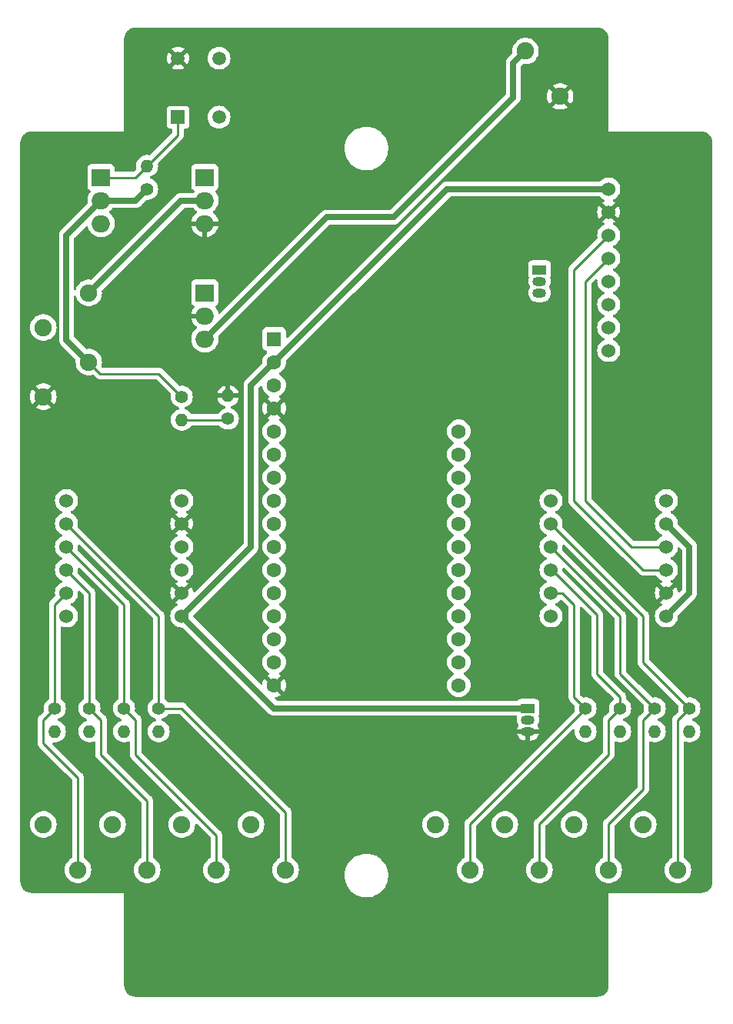
<source format=gbr>
%TF.GenerationSoftware,KiCad,Pcbnew,7.0.5*%
%TF.CreationDate,2023-06-12T13:55:42-04:00*%
%TF.ProjectId,Untitled,556e7469-746c-4656-942e-6b696361645f,rev?*%
%TF.SameCoordinates,Original*%
%TF.FileFunction,Copper,L1,Top*%
%TF.FilePolarity,Positive*%
%FSLAX46Y46*%
G04 Gerber Fmt 4.6, Leading zero omitted, Abs format (unit mm)*
G04 Created by KiCad (PCBNEW 7.0.5) date 2023-06-12 13:55:42*
%MOMM*%
%LPD*%
G01*
G04 APERTURE LIST*
%TA.AperFunction,ComponentPad*%
%ADD10C,1.905000*%
%TD*%
%TA.AperFunction,ComponentPad*%
%ADD11C,1.400000*%
%TD*%
%TA.AperFunction,ComponentPad*%
%ADD12O,1.400000X1.400000*%
%TD*%
%TA.AperFunction,ComponentPad*%
%ADD13R,1.500000X1.050000*%
%TD*%
%TA.AperFunction,ComponentPad*%
%ADD14O,1.500000X1.050000*%
%TD*%
%TA.AperFunction,ComponentPad*%
%ADD15R,2.000000X1.905000*%
%TD*%
%TA.AperFunction,ComponentPad*%
%ADD16O,2.000000X1.905000*%
%TD*%
%TA.AperFunction,ComponentPad*%
%ADD17C,1.524000*%
%TD*%
%TA.AperFunction,ComponentPad*%
%ADD18R,1.600000X1.600000*%
%TD*%
%TA.AperFunction,ComponentPad*%
%ADD19C,1.600000*%
%TD*%
%TA.AperFunction,ComponentPad*%
%ADD20C,1.508000*%
%TD*%
%TA.AperFunction,ComponentPad*%
%ADD21R,1.508000X1.508000*%
%TD*%
%TA.AperFunction,Conductor*%
%ADD22C,0.250000*%
%TD*%
%TA.AperFunction,Conductor*%
%ADD23C,0.635000*%
%TD*%
%TA.AperFunction,Conductor*%
%ADD24C,0.254000*%
%TD*%
G04 APERTURE END LIST*
D10*
%TO.P,J4,2,Pin_2*%
%TO.N,Net-(J4-Pin_2)*%
X105140000Y-52125000D03*
%TO.P,J4,1,Pin_1*%
%TO.N,GND*%
X108950000Y-57125000D03*
%TD*%
D11*
%TO.P,R11,1*%
%TO.N,Net-(J6-Pin_3)*%
X63500000Y-67310000D03*
D12*
%TO.P,R11,2*%
%TO.N,Net-(Q1-G)*%
X63500000Y-64770000D03*
%TD*%
D10*
%TO.P,J2,1,Pin_1*%
%TO.N,Net-(J1-Pin_1)*%
X95250000Y-137240000D03*
%TO.P,J2,2,Pin_2*%
%TO.N,Net-(J2-Pin_2)*%
X99060000Y-142240000D03*
%TO.P,J2,3,Pin_3*%
%TO.N,Net-(J1-Pin_1)*%
X102870000Y-137240000D03*
%TO.P,J2,4,Pin_4*%
%TO.N,Net-(J2-Pin_4)*%
X106680000Y-142240000D03*
%TO.P,J2,5,Pin_5*%
%TO.N,Net-(J1-Pin_1)*%
X110490000Y-137240000D03*
%TO.P,J2,6,Pin_6*%
%TO.N,Net-(J2-Pin_6)*%
X114300000Y-142240000D03*
%TO.P,J2,7,Pin_7*%
%TO.N,Net-(J1-Pin_1)*%
X118110000Y-137240000D03*
%TO.P,J2,8,Pin_8*%
%TO.N,Net-(J2-Pin_8)*%
X121920000Y-142240000D03*
%TD*%
D11*
%TO.P,R13,1*%
%TO.N,Net-(A1-DAC0{slash}A0)*%
X72390000Y-92600000D03*
D12*
%TO.P,R13,2*%
%TO.N,GND*%
X72390000Y-90060000D03*
%TD*%
D11*
%TO.P,R6,1*%
%TO.N,Net-(J2-Pin_6)*%
X119380000Y-124460000D03*
D12*
%TO.P,R6,2*%
%TO.N,Net-(U3-A-)*%
X119380000Y-127000000D03*
%TD*%
D13*
%TO.P,U7,1,Vin*%
%TO.N,+3V3*%
X105410000Y-124460000D03*
D14*
%TO.P,U7,2,Vout*%
%TO.N,Net-(J1-Pin_1)*%
X105410000Y-125730000D03*
%TO.P,U7,3,GND*%
%TO.N,GND*%
X105410000Y-127000000D03*
%TD*%
D15*
%TO.P,U6,1,IN*%
%TO.N,Net-(Q1-S)*%
X69850000Y-78740000D03*
D16*
%TO.P,U6,2,GND*%
%TO.N,GND*%
X69850000Y-81280000D03*
%TO.P,U6,3,OUT*%
%TO.N,Net-(J4-Pin_2)*%
X69850000Y-83820000D03*
%TD*%
D11*
%TO.P,R5,1*%
%TO.N,Net-(J2-Pin_8)*%
X123190000Y-124460000D03*
D12*
%TO.P,R5,2*%
%TO.N,Net-(U3-A-)*%
X123190000Y-127000000D03*
%TD*%
D11*
%TO.P,R2,1*%
%TO.N,Net-(J1-Pin_6)*%
X60960000Y-124460000D03*
D12*
%TO.P,R2,2*%
%TO.N,Net-(U2-A-)*%
X60960000Y-127000000D03*
%TD*%
D17*
%TO.P,U2,1,VIN*%
%TO.N,+3V3*%
X67310000Y-114300000D03*
%TO.P,U2,2,GND*%
%TO.N,GND*%
X67310000Y-111760000D03*
%TO.P,U2,3,SCL*%
%TO.N,SCL*%
X67310000Y-109220000D03*
%TO.P,U2,4,SDA*%
%TO.N,SDA*%
X67310000Y-106680000D03*
%TO.P,U2,5,ADDR*%
%TO.N,GND*%
X67310000Y-104140000D03*
%TO.P,U2,6,ALRT*%
%TO.N,unconnected-(U2-ALRT-Pad6)*%
X67310000Y-101600000D03*
%TO.P,U2,7,A-*%
%TO.N,Net-(U2-A-)*%
X54610000Y-101600000D03*
%TO.P,U2,8,A0*%
%TO.N,Net-(J1-Pin_8)*%
X54610000Y-104140000D03*
%TO.P,U2,9,A1*%
%TO.N,Net-(J1-Pin_6)*%
X54610000Y-106680000D03*
%TO.P,U2,10,A2*%
%TO.N,Net-(J1-Pin_4)*%
X54610000Y-109220000D03*
%TO.P,U2,11,A3*%
%TO.N,Net-(J1-Pin_2)*%
X54610000Y-111760000D03*
%TO.P,U2,12,A+*%
%TO.N,unconnected-(U2-A+-Pad12)*%
X54610000Y-114300000D03*
%TD*%
D11*
%TO.P,R3,1*%
%TO.N,Net-(J1-Pin_4)*%
X57150000Y-124460000D03*
D12*
%TO.P,R3,2*%
%TO.N,Net-(U2-A-)*%
X57150000Y-127000000D03*
%TD*%
D15*
%TO.P,Q1,1,G*%
%TO.N,Net-(Q1-G)*%
X58420000Y-66040000D03*
D16*
%TO.P,Q1,2,D*%
%TO.N,Net-(J6-Pin_3)*%
X58420000Y-68580000D03*
%TO.P,Q1,3,S*%
%TO.N,Net-(Q1-S)*%
X58420000Y-71120000D03*
%TD*%
D17*
%TO.P,U3,1,VIN*%
%TO.N,+3V3*%
X120650000Y-114300000D03*
%TO.P,U3,2,GND*%
%TO.N,GND*%
X120650000Y-111760000D03*
%TO.P,U3,3,SCL*%
%TO.N,SCL*%
X120650000Y-109220000D03*
%TO.P,U3,4,SDA*%
%TO.N,SDA*%
X120650000Y-106680000D03*
%TO.P,U3,5,ADDR*%
%TO.N,+3V3*%
X120650000Y-104140000D03*
%TO.P,U3,6,ALRT*%
%TO.N,unconnected-(U3-ALRT-Pad6)*%
X120650000Y-101600000D03*
%TO.P,U3,7,A-*%
%TO.N,Net-(U3-A-)*%
X107950000Y-101600000D03*
%TO.P,U3,8,A0*%
%TO.N,Net-(J2-Pin_8)*%
X107950000Y-104140000D03*
%TO.P,U3,9,A1*%
%TO.N,Net-(J2-Pin_6)*%
X107950000Y-106680000D03*
%TO.P,U3,10,A2*%
%TO.N,Net-(J2-Pin_4)*%
X107950000Y-109220000D03*
%TO.P,U3,11,A3*%
%TO.N,Net-(J2-Pin_2)*%
X107950000Y-111760000D03*
%TO.P,U3,12,A+*%
%TO.N,unconnected-(U3-A+-Pad12)*%
X107950000Y-114300000D03*
%TD*%
D18*
%TO.P,A1,1,~{RESET}*%
%TO.N,unconnected-(A1-~{RESET}-Pad1)*%
X77470000Y-83820000D03*
D19*
%TO.P,A1,2,3V3*%
%TO.N,+3V3*%
X77470000Y-86360000D03*
%TO.P,A1,3,AREF*%
%TO.N,unconnected-(A1-AREF-Pad3)*%
X77470000Y-88900000D03*
%TO.P,A1,4,GND*%
%TO.N,GND*%
X77470000Y-91440000D03*
%TO.P,A1,5,DAC0/A0*%
%TO.N,Net-(A1-DAC0{slash}A0)*%
X77470000Y-93980000D03*
%TO.P,A1,6,A1*%
%TO.N,unconnected-(A1-A1-Pad6)*%
X77470000Y-96520000D03*
%TO.P,A1,7,A2*%
%TO.N,unconnected-(A1-A2-Pad7)*%
X77470000Y-99060000D03*
%TO.P,A1,8,A3*%
%TO.N,unconnected-(A1-A3-Pad8)*%
X77470000Y-101600000D03*
%TO.P,A1,9,A4*%
%TO.N,unconnected-(A1-A4-Pad9)*%
X77470000Y-104140000D03*
%TO.P,A1,10,A5*%
%TO.N,unconnected-(A1-A5-Pad10)*%
X77470000Y-106680000D03*
%TO.P,A1,11,SCK/D24*%
%TO.N,unconnected-(A1-SCK{slash}D24-Pad11)*%
X77470000Y-109220000D03*
%TO.P,A1,12,MOSI/D23*%
%TO.N,unconnected-(A1-MOSI{slash}D23-Pad12)*%
X77470000Y-111760000D03*
%TO.P,A1,13,MISO/D22*%
%TO.N,unconnected-(A1-MISO{slash}D22-Pad13)*%
X77470000Y-114300000D03*
%TO.P,A1,14,RX/D0*%
%TO.N,unconnected-(A1-RX{slash}D0-Pad14)*%
X77470000Y-116840000D03*
%TO.P,A1,15,TX/D1*%
%TO.N,unconnected-(A1-TX{slash}D1-Pad15)*%
X77470000Y-119380000D03*
%TO.P,A1,16,GND*%
%TO.N,GND*%
X77470000Y-121920000D03*
%TO.P,A1,17,SDA/D20*%
%TO.N,SCL*%
X97790000Y-121920000D03*
%TO.P,A1,18,SCL/D21*%
%TO.N,SDA*%
X97790000Y-119380000D03*
%TO.P,A1,19,D5*%
%TO.N,unconnected-(A1-D5-Pad19)*%
X97790000Y-116840000D03*
%TO.P,A1,20,D6*%
%TO.N,HEAT*%
X97790000Y-114300000D03*
%TO.P,A1,21,D9*%
%TO.N,unconnected-(A1-D9-Pad21)*%
X97790000Y-111760000D03*
%TO.P,A1,22,D10*%
%TO.N,unconnected-(A1-D10-Pad22)*%
X97790000Y-109220000D03*
%TO.P,A1,23,D11*%
%TO.N,unconnected-(A1-D11-Pad23)*%
X97790000Y-106680000D03*
%TO.P,A1,24,D12*%
%TO.N,unconnected-(A1-D12-Pad24)*%
X97790000Y-104140000D03*
%TO.P,A1,25,D13*%
%TO.N,unconnected-(A1-D13-Pad25)*%
X97790000Y-101600000D03*
%TO.P,A1,26,USB*%
%TO.N,Net-(A1-USB)*%
X97790000Y-99060000D03*
%TO.P,A1,27,EN*%
%TO.N,unconnected-(A1-EN-Pad27)*%
X97790000Y-96520000D03*
%TO.P,A1,28,VBAT*%
%TO.N,unconnected-(A1-VBAT-Pad28)*%
X97790000Y-93980000D03*
%TD*%
D20*
%TO.P,SW1,4*%
%TO.N,N/C*%
X71390000Y-52920000D03*
%TO.P,SW1,3*%
X71390000Y-59420000D03*
%TO.P,SW1,2,2*%
%TO.N,GND*%
X66890000Y-52920000D03*
D21*
%TO.P,SW1,1,1*%
%TO.N,Net-(Q1-G)*%
X66890000Y-59420000D03*
%TD*%
D11*
%TO.P,R4,1*%
%TO.N,Net-(J1-Pin_2)*%
X53340000Y-124460000D03*
D12*
%TO.P,R4,2*%
%TO.N,Net-(U2-A-)*%
X53340000Y-127000000D03*
%TD*%
D10*
%TO.P,J1,1,Pin_1*%
%TO.N,Net-(J1-Pin_1)*%
X52070000Y-137240000D03*
%TO.P,J1,2,Pin_2*%
%TO.N,Net-(J1-Pin_2)*%
X55880000Y-142240000D03*
%TO.P,J1,3,Pin_3*%
%TO.N,Net-(J1-Pin_1)*%
X59690000Y-137240000D03*
%TO.P,J1,4,Pin_4*%
%TO.N,Net-(J1-Pin_4)*%
X63500000Y-142240000D03*
%TO.P,J1,5,Pin_5*%
%TO.N,Net-(J1-Pin_1)*%
X67310000Y-137240000D03*
%TO.P,J1,6,Pin_6*%
%TO.N,Net-(J1-Pin_6)*%
X71120000Y-142240000D03*
%TO.P,J1,7,Pin_7*%
%TO.N,Net-(J1-Pin_1)*%
X74930000Y-137240000D03*
%TO.P,J1,8,Pin_8*%
%TO.N,Net-(J1-Pin_8)*%
X78740000Y-142240000D03*
%TD*%
%TO.P,J6,1,Pin_1*%
%TO.N,Net-(J6-Pin_1)*%
X57070000Y-78740000D03*
%TO.P,J6,2,Pin_2*%
%TO.N,Net-(J4-Pin_2)*%
X52070000Y-82550000D03*
%TO.P,J6,3,Pin_3*%
%TO.N,Net-(J6-Pin_3)*%
X57070000Y-86360000D03*
%TO.P,J6,4,Pin_4*%
%TO.N,GND*%
X52070000Y-90170000D03*
%TD*%
D15*
%TO.P,Q2,1,G*%
%TO.N,HEAT*%
X69850000Y-66040000D03*
D16*
%TO.P,Q2,2,D*%
%TO.N,Net-(J6-Pin_1)*%
X69850000Y-68580000D03*
%TO.P,Q2,3,S*%
%TO.N,GND*%
X69850000Y-71120000D03*
%TD*%
D11*
%TO.P,R1,1*%
%TO.N,Net-(J1-Pin_8)*%
X64770000Y-124460000D03*
D12*
%TO.P,R1,2*%
%TO.N,Net-(U2-A-)*%
X64770000Y-127000000D03*
%TD*%
D17*
%TO.P,U4,1,Vin*%
%TO.N,+3V3*%
X114300000Y-67310000D03*
%TO.P,U4,2,GND*%
%TO.N,GND*%
X114300000Y-69850000D03*
%TO.P,U4,3,SCL*%
%TO.N,SCL*%
X114300000Y-72390000D03*
%TO.P,U4,4,SDA*%
%TO.N,SDA*%
X114300000Y-74930000D03*
%TO.P,U4,5,BAT*%
%TO.N,Net-(Q3-G)*%
X114300000Y-77470000D03*
%TO.P,U4,6,32K*%
%TO.N,unconnected-(U4-32K-Pad6)*%
X114300000Y-80010000D03*
%TO.P,U4,7,SQW*%
%TO.N,Net-(Q3-S)*%
X114300000Y-82550000D03*
%TO.P,U4,8,~{RST}*%
%TO.N,unconnected-(U4-~{RST}-Pad8)*%
X114300000Y-85090000D03*
%TD*%
D13*
%TO.P,Q3,1,D*%
%TO.N,Net-(Q1-G)*%
X106680000Y-76200000D03*
D14*
%TO.P,Q3,2,G*%
%TO.N,Net-(Q3-G)*%
X106680000Y-77470000D03*
%TO.P,Q3,3,S*%
%TO.N,Net-(Q3-S)*%
X106680000Y-78740000D03*
%TD*%
D11*
%TO.P,R7,1*%
%TO.N,Net-(J2-Pin_4)*%
X115570000Y-124460000D03*
D12*
%TO.P,R7,2*%
%TO.N,Net-(U3-A-)*%
X115570000Y-127000000D03*
%TD*%
D11*
%TO.P,R8,1*%
%TO.N,Net-(J2-Pin_2)*%
X111760000Y-124460000D03*
D12*
%TO.P,R8,2*%
%TO.N,Net-(U3-A-)*%
X111760000Y-127000000D03*
%TD*%
D11*
%TO.P,R12,1*%
%TO.N,Net-(J6-Pin_3)*%
X67310000Y-90170000D03*
D12*
%TO.P,R12,2*%
%TO.N,Net-(A1-DAC0{slash}A0)*%
X67310000Y-92710000D03*
%TD*%
D22*
%TO.N,Net-(A1-DAC0{slash}A0)*%
X67310000Y-92710000D02*
X72390000Y-92710000D01*
D23*
%TO.N,Net-(J4-Pin_2)*%
X103787500Y-53462500D02*
X105150000Y-52100000D01*
X103787500Y-57237500D02*
X103787500Y-53462500D01*
X83245000Y-70425000D02*
X90600000Y-70425000D01*
X90600000Y-70425000D02*
X103787500Y-57237500D01*
X69850000Y-83820000D02*
X83245000Y-70425000D01*
D22*
%TO.N,Net-(J1-Pin_2)*%
X55880000Y-132080000D02*
X52070000Y-128270000D01*
X55880000Y-142240000D02*
X55880000Y-132080000D01*
X53340000Y-113030000D02*
X54610000Y-111760000D01*
X53340000Y-124460000D02*
X53340000Y-113030000D01*
X52070000Y-128270000D02*
X52070000Y-125730000D01*
X52070000Y-125730000D02*
X53340000Y-124460000D01*
%TO.N,Net-(J2-Pin_2)*%
X110490000Y-113030000D02*
X109220000Y-111760000D01*
X99060000Y-137160000D02*
X99060000Y-142240000D01*
X110490000Y-123190000D02*
X110490000Y-113030000D01*
X109220000Y-111760000D02*
X107950000Y-111760000D01*
X111760000Y-124460000D02*
X99060000Y-137160000D01*
X111760000Y-124460000D02*
X110490000Y-123190000D01*
%TO.N,Net-(Q1-G)*%
X62230000Y-66040000D02*
X58420000Y-66040000D01*
X66890000Y-61380000D02*
X66890000Y-59420000D01*
X63500000Y-64770000D02*
X66890000Y-61380000D01*
X63500000Y-64770000D02*
X62230000Y-66040000D01*
D23*
%TO.N,+3V3*%
X120650000Y-114300000D02*
X123190000Y-111760000D01*
X123190000Y-106680000D02*
X120650000Y-104140000D01*
X77470000Y-86360000D02*
X74930000Y-88900000D01*
X77470000Y-86360000D02*
X96520000Y-67310000D01*
X67310000Y-114300000D02*
X77470000Y-124460000D01*
X77470000Y-124460000D02*
X105410000Y-124460000D01*
X96520000Y-67310000D02*
X114300000Y-67310000D01*
X74930000Y-106680000D02*
X67310000Y-114300000D01*
X74930000Y-88900000D02*
X74930000Y-106680000D01*
X123190000Y-111760000D02*
X123190000Y-106680000D01*
D22*
%TO.N,SCL*%
X110490000Y-101600000D02*
X110490000Y-76200000D01*
X118110000Y-109220000D02*
X110490000Y-101600000D01*
X110490000Y-76200000D02*
X114300000Y-72390000D01*
X120650000Y-109220000D02*
X118110000Y-109220000D01*
%TO.N,SDA*%
X111760000Y-101600000D02*
X116840000Y-106680000D01*
X116840000Y-106680000D02*
X120650000Y-106680000D01*
X111760000Y-77470000D02*
X111760000Y-101600000D01*
X114300000Y-74930000D02*
X111760000Y-77470000D01*
%TO.N,Net-(J1-Pin_4)*%
X57150000Y-111760000D02*
X57150000Y-124460000D01*
X63500000Y-134620000D02*
X63500000Y-142240000D01*
X57150000Y-124460000D02*
X58420000Y-125730000D01*
X54610000Y-109220000D02*
X57150000Y-111760000D01*
X58420000Y-129540000D02*
X63500000Y-134620000D01*
X58420000Y-125730000D02*
X58420000Y-129540000D01*
%TO.N,Net-(J1-Pin_6)*%
X71120000Y-138430000D02*
X71120000Y-142240000D01*
X62230000Y-129540000D02*
X71120000Y-138430000D01*
X60960000Y-113030000D02*
X60960000Y-124460000D01*
X54610000Y-106680000D02*
X60960000Y-113030000D01*
X62230000Y-125730000D02*
X62230000Y-129540000D01*
X60960000Y-124460000D02*
X62230000Y-125730000D01*
%TO.N,Net-(J1-Pin_8)*%
X67310000Y-124460000D02*
X64770000Y-124460000D01*
X78740000Y-142240000D02*
X78740000Y-135890000D01*
X64770000Y-114300000D02*
X54610000Y-104140000D01*
X64770000Y-124460000D02*
X64770000Y-114300000D01*
X78740000Y-135890000D02*
X67310000Y-124460000D01*
%TO.N,Net-(J2-Pin_4)*%
X115570000Y-124460000D02*
X115570000Y-123190000D01*
X113030000Y-114141599D02*
X108108401Y-109220000D01*
X106680000Y-137160000D02*
X106680000Y-142240000D01*
X114300000Y-125730000D02*
X114300000Y-129540000D01*
X115570000Y-124460000D02*
X114300000Y-125730000D01*
X115570000Y-123190000D02*
X113030000Y-120650000D01*
X114300000Y-129540000D02*
X106680000Y-137160000D01*
X113030000Y-120650000D02*
X113030000Y-114141599D01*
%TO.N,Net-(J2-Pin_6)*%
X115570000Y-120650000D02*
X115570000Y-114300000D01*
X118110000Y-125730000D02*
X118110000Y-133350000D01*
X115570000Y-114300000D02*
X107950000Y-106680000D01*
X118110000Y-133350000D02*
X114300000Y-137160000D01*
X114300000Y-137160000D02*
X114300000Y-142240000D01*
X119380000Y-124460000D02*
X115570000Y-120650000D01*
X119380000Y-124460000D02*
X118110000Y-125730000D01*
%TO.N,Net-(J2-Pin_8)*%
X118110000Y-119380000D02*
X118110000Y-114300000D01*
X118110000Y-114300000D02*
X107950000Y-104140000D01*
X123190000Y-124460000D02*
X118110000Y-119380000D01*
X121920000Y-125730000D02*
X123190000Y-124460000D01*
X121920000Y-142240000D02*
X121920000Y-125730000D01*
D23*
%TO.N,Net-(J6-Pin_1)*%
X69850000Y-68580000D02*
X67230000Y-68580000D01*
X67230000Y-68580000D02*
X57070000Y-78740000D01*
D24*
%TO.N,Net-(J6-Pin_3)*%
X67310000Y-90170000D02*
X64770000Y-87630000D01*
X58340000Y-87630000D02*
X57070000Y-86360000D01*
X64770000Y-87630000D02*
X58340000Y-87630000D01*
D23*
X62230000Y-68580000D02*
X58420000Y-68580000D01*
X57070000Y-86360000D02*
X54610000Y-83900000D01*
X63500000Y-67310000D02*
X62230000Y-68580000D01*
X54610000Y-83900000D02*
X54610000Y-72390000D01*
X54610000Y-72390000D02*
X58420000Y-68580000D01*
%TD*%
%TA.AperFunction,Conductor*%
%TO.N,GND*%
G36*
X76101261Y-88988077D02*
G01*
X76157195Y-89029948D01*
X76181456Y-89093449D01*
X76184364Y-89126688D01*
X76184366Y-89126697D01*
X76243258Y-89346488D01*
X76243261Y-89346497D01*
X76339431Y-89552732D01*
X76339432Y-89552734D01*
X76469954Y-89739141D01*
X76630858Y-89900045D01*
X76630861Y-89900047D01*
X76817266Y-90030568D01*
X76875865Y-90057893D01*
X76928305Y-90104065D01*
X76947457Y-90171258D01*
X76927242Y-90238139D01*
X76875867Y-90282657D01*
X76817511Y-90309869D01*
X76744526Y-90360973D01*
X77425598Y-91042046D01*
X77344852Y-91054835D01*
X77231955Y-91112359D01*
X77142359Y-91201955D01*
X77084835Y-91314852D01*
X77072046Y-91395599D01*
X76390973Y-90714526D01*
X76390972Y-90714527D01*
X76339868Y-90787513D01*
X76243734Y-90993673D01*
X76243730Y-90993682D01*
X76184860Y-91213389D01*
X76184858Y-91213400D01*
X76165034Y-91439997D01*
X76165034Y-91440002D01*
X76184858Y-91666599D01*
X76184860Y-91666610D01*
X76243730Y-91886317D01*
X76243734Y-91886326D01*
X76339865Y-92092481D01*
X76339866Y-92092483D01*
X76390973Y-92165471D01*
X76390974Y-92165472D01*
X77072046Y-91484399D01*
X77084835Y-91565148D01*
X77142359Y-91678045D01*
X77231955Y-91767641D01*
X77344852Y-91825165D01*
X77425599Y-91837953D01*
X76744526Y-92519025D01*
X76744526Y-92519026D01*
X76817512Y-92570131D01*
X76817520Y-92570135D01*
X76875865Y-92597342D01*
X76928305Y-92643514D01*
X76947457Y-92710707D01*
X76927242Y-92777589D01*
X76875867Y-92822105D01*
X76817268Y-92849431D01*
X76817264Y-92849433D01*
X76630858Y-92979954D01*
X76469954Y-93140858D01*
X76339432Y-93327265D01*
X76339431Y-93327267D01*
X76243261Y-93533502D01*
X76243258Y-93533511D01*
X76184366Y-93753302D01*
X76184364Y-93753313D01*
X76164532Y-93979998D01*
X76164532Y-93980001D01*
X76184364Y-94206686D01*
X76184366Y-94206697D01*
X76243258Y-94426488D01*
X76243261Y-94426497D01*
X76339431Y-94632732D01*
X76339432Y-94632734D01*
X76469954Y-94819141D01*
X76630858Y-94980045D01*
X76630861Y-94980047D01*
X76817266Y-95110568D01*
X76875275Y-95137618D01*
X76927714Y-95183791D01*
X76946866Y-95250984D01*
X76926650Y-95317865D01*
X76875275Y-95362382D01*
X76817267Y-95389431D01*
X76817265Y-95389432D01*
X76630858Y-95519954D01*
X76469954Y-95680858D01*
X76339432Y-95867265D01*
X76339431Y-95867267D01*
X76243261Y-96073502D01*
X76243258Y-96073511D01*
X76184366Y-96293302D01*
X76184364Y-96293313D01*
X76164532Y-96519998D01*
X76164532Y-96520001D01*
X76184364Y-96746686D01*
X76184366Y-96746697D01*
X76243258Y-96966488D01*
X76243261Y-96966497D01*
X76339431Y-97172732D01*
X76339432Y-97172734D01*
X76469954Y-97359141D01*
X76630858Y-97520045D01*
X76630861Y-97520047D01*
X76817266Y-97650568D01*
X76875275Y-97677618D01*
X76927714Y-97723791D01*
X76946866Y-97790984D01*
X76926650Y-97857865D01*
X76875275Y-97902382D01*
X76817267Y-97929431D01*
X76817265Y-97929432D01*
X76630858Y-98059954D01*
X76469954Y-98220858D01*
X76339432Y-98407265D01*
X76339431Y-98407267D01*
X76243261Y-98613502D01*
X76243258Y-98613511D01*
X76184366Y-98833302D01*
X76184364Y-98833313D01*
X76164532Y-99059998D01*
X76164532Y-99060001D01*
X76184364Y-99286686D01*
X76184366Y-99286697D01*
X76243258Y-99506488D01*
X76243261Y-99506497D01*
X76339431Y-99712732D01*
X76339432Y-99712734D01*
X76469954Y-99899141D01*
X76630858Y-100060045D01*
X76630861Y-100060047D01*
X76817266Y-100190568D01*
X76875275Y-100217618D01*
X76927714Y-100263791D01*
X76946866Y-100330984D01*
X76926650Y-100397865D01*
X76875275Y-100442382D01*
X76817267Y-100469431D01*
X76817265Y-100469432D01*
X76630858Y-100599954D01*
X76469954Y-100760858D01*
X76339432Y-100947265D01*
X76339431Y-100947267D01*
X76243261Y-101153502D01*
X76243258Y-101153511D01*
X76184366Y-101373302D01*
X76184364Y-101373313D01*
X76164532Y-101599998D01*
X76164532Y-101600001D01*
X76184364Y-101826686D01*
X76184366Y-101826697D01*
X76243258Y-102046488D01*
X76243261Y-102046497D01*
X76339431Y-102252732D01*
X76339432Y-102252734D01*
X76469954Y-102439141D01*
X76630858Y-102600045D01*
X76630861Y-102600047D01*
X76817266Y-102730568D01*
X76875275Y-102757618D01*
X76927714Y-102803791D01*
X76946866Y-102870984D01*
X76926650Y-102937865D01*
X76875275Y-102982382D01*
X76817267Y-103009431D01*
X76817265Y-103009432D01*
X76630858Y-103139954D01*
X76469954Y-103300858D01*
X76339432Y-103487265D01*
X76339431Y-103487267D01*
X76243261Y-103693502D01*
X76243258Y-103693511D01*
X76184366Y-103913302D01*
X76184364Y-103913313D01*
X76164532Y-104139998D01*
X76164532Y-104140001D01*
X76184364Y-104366686D01*
X76184366Y-104366697D01*
X76243258Y-104586488D01*
X76243261Y-104586497D01*
X76339431Y-104792732D01*
X76339432Y-104792734D01*
X76469954Y-104979141D01*
X76630858Y-105140045D01*
X76630861Y-105140047D01*
X76817266Y-105270568D01*
X76875275Y-105297618D01*
X76927714Y-105343791D01*
X76946866Y-105410984D01*
X76926650Y-105477865D01*
X76875275Y-105522382D01*
X76817267Y-105549431D01*
X76817265Y-105549432D01*
X76630858Y-105679954D01*
X76469954Y-105840858D01*
X76339432Y-106027265D01*
X76339431Y-106027267D01*
X76243261Y-106233502D01*
X76243258Y-106233511D01*
X76184366Y-106453302D01*
X76184364Y-106453313D01*
X76164532Y-106679998D01*
X76164532Y-106680001D01*
X76184364Y-106906686D01*
X76184366Y-106906697D01*
X76243258Y-107126488D01*
X76243261Y-107126497D01*
X76339431Y-107332732D01*
X76339432Y-107332734D01*
X76469954Y-107519141D01*
X76630858Y-107680045D01*
X76770090Y-107777535D01*
X76817266Y-107810568D01*
X76875278Y-107837619D01*
X76927713Y-107883788D01*
X76946866Y-107950982D01*
X76926651Y-108017863D01*
X76875277Y-108062380D01*
X76817268Y-108089430D01*
X76817265Y-108089432D01*
X76630858Y-108219954D01*
X76469954Y-108380858D01*
X76339432Y-108567265D01*
X76339431Y-108567267D01*
X76243261Y-108773502D01*
X76243258Y-108773511D01*
X76184366Y-108993302D01*
X76184364Y-108993313D01*
X76164532Y-109219998D01*
X76164532Y-109220001D01*
X76184364Y-109446686D01*
X76184366Y-109446697D01*
X76243258Y-109666488D01*
X76243261Y-109666497D01*
X76339431Y-109872732D01*
X76339432Y-109872734D01*
X76469954Y-110059141D01*
X76630858Y-110220045D01*
X76630861Y-110220047D01*
X76817266Y-110350568D01*
X76875275Y-110377618D01*
X76927714Y-110423791D01*
X76946866Y-110490984D01*
X76926650Y-110557865D01*
X76875275Y-110602382D01*
X76817267Y-110629431D01*
X76817265Y-110629432D01*
X76630858Y-110759954D01*
X76469954Y-110920858D01*
X76339432Y-111107265D01*
X76339431Y-111107267D01*
X76243261Y-111313502D01*
X76243258Y-111313511D01*
X76184366Y-111533302D01*
X76184364Y-111533313D01*
X76164532Y-111759998D01*
X76164532Y-111760001D01*
X76184364Y-111986686D01*
X76184366Y-111986697D01*
X76243258Y-112206488D01*
X76243261Y-112206497D01*
X76339431Y-112412732D01*
X76339432Y-112412734D01*
X76469954Y-112599141D01*
X76630858Y-112760045D01*
X76658800Y-112779610D01*
X76817266Y-112890568D01*
X76850030Y-112905846D01*
X76875275Y-112917618D01*
X76927714Y-112963791D01*
X76946866Y-113030984D01*
X76926650Y-113097865D01*
X76875275Y-113142382D01*
X76817267Y-113169431D01*
X76817265Y-113169432D01*
X76630858Y-113299954D01*
X76469954Y-113460858D01*
X76339432Y-113647265D01*
X76339431Y-113647267D01*
X76243261Y-113853502D01*
X76243258Y-113853511D01*
X76184366Y-114073302D01*
X76184364Y-114073313D01*
X76164532Y-114299998D01*
X76164532Y-114300001D01*
X76184364Y-114526686D01*
X76184366Y-114526697D01*
X76243258Y-114746488D01*
X76243261Y-114746497D01*
X76339431Y-114952732D01*
X76339432Y-114952734D01*
X76469954Y-115139141D01*
X76630858Y-115300045D01*
X76630861Y-115300047D01*
X76817266Y-115430568D01*
X76875275Y-115457618D01*
X76927714Y-115503791D01*
X76946866Y-115570984D01*
X76926650Y-115637865D01*
X76875275Y-115682382D01*
X76817267Y-115709431D01*
X76817265Y-115709432D01*
X76630858Y-115839954D01*
X76469954Y-116000858D01*
X76339432Y-116187265D01*
X76339431Y-116187267D01*
X76243261Y-116393502D01*
X76243258Y-116393511D01*
X76184366Y-116613302D01*
X76184364Y-116613313D01*
X76164532Y-116839998D01*
X76164532Y-116840001D01*
X76184364Y-117066686D01*
X76184366Y-117066697D01*
X76243258Y-117286488D01*
X76243261Y-117286497D01*
X76339431Y-117492732D01*
X76339432Y-117492734D01*
X76469954Y-117679141D01*
X76630858Y-117840045D01*
X76630861Y-117840047D01*
X76817266Y-117970568D01*
X76875275Y-117997618D01*
X76927714Y-118043791D01*
X76946866Y-118110984D01*
X76926650Y-118177865D01*
X76875275Y-118222382D01*
X76817267Y-118249431D01*
X76817265Y-118249432D01*
X76630858Y-118379954D01*
X76469954Y-118540858D01*
X76339432Y-118727265D01*
X76339431Y-118727267D01*
X76243261Y-118933502D01*
X76243258Y-118933511D01*
X76184366Y-119153302D01*
X76184364Y-119153313D01*
X76164532Y-119379998D01*
X76164532Y-119380001D01*
X76184364Y-119606686D01*
X76184366Y-119606697D01*
X76243258Y-119826488D01*
X76243261Y-119826497D01*
X76339431Y-120032732D01*
X76339432Y-120032734D01*
X76469954Y-120219141D01*
X76630858Y-120380045D01*
X76630861Y-120380047D01*
X76817266Y-120510568D01*
X76875865Y-120537893D01*
X76928305Y-120584065D01*
X76947457Y-120651258D01*
X76927242Y-120718139D01*
X76875867Y-120762657D01*
X76817511Y-120789869D01*
X76744526Y-120840973D01*
X77425598Y-121522046D01*
X77344852Y-121534835D01*
X77231955Y-121592359D01*
X77142359Y-121681955D01*
X77084835Y-121794852D01*
X77072046Y-121875599D01*
X76390973Y-121194526D01*
X76339868Y-121267513D01*
X76243734Y-121473673D01*
X76243730Y-121473682D01*
X76184860Y-121693389D01*
X76184858Y-121693399D01*
X76181918Y-121727009D01*
X76156465Y-121792078D01*
X76099874Y-121833056D01*
X76030112Y-121836934D01*
X75970709Y-121803882D01*
X68609319Y-114442493D01*
X68575834Y-114381170D01*
X68573472Y-114344009D01*
X68577323Y-114300000D01*
X68573472Y-114255992D01*
X68587237Y-114187496D01*
X68609316Y-114157508D01*
X75540896Y-107225931D01*
X75577474Y-107189353D01*
X75579803Y-107183345D01*
X75596328Y-107157045D01*
X75600357Y-107151367D01*
X75627003Y-107117956D01*
X75645556Y-107079427D01*
X75648905Y-107073369D01*
X75671656Y-107037163D01*
X75685773Y-106996814D01*
X75688435Y-106990389D01*
X75692231Y-106982507D01*
X75706982Y-106951878D01*
X75716496Y-106910192D01*
X75718415Y-106903530D01*
X75732537Y-106863174D01*
X75737323Y-106820684D01*
X75738482Y-106813862D01*
X75748000Y-106772167D01*
X75748000Y-106587834D01*
X75748000Y-106587833D01*
X75748000Y-89290188D01*
X75767685Y-89223149D01*
X75784319Y-89202507D01*
X75860140Y-89126686D01*
X75970249Y-89016576D01*
X76031570Y-88983093D01*
X76101261Y-88988077D01*
G37*
%TD.AperFunction*%
%TA.AperFunction,Conductor*%
G36*
X122114674Y-106761501D02*
G01*
X122167003Y-106813829D01*
X122335681Y-106982507D01*
X122369166Y-107043830D01*
X122372000Y-107070188D01*
X122372000Y-111369810D01*
X122352315Y-111436849D01*
X122335681Y-111457491D01*
X122114214Y-111678958D01*
X122052891Y-111712443D01*
X121983199Y-111707459D01*
X121927266Y-111665587D01*
X121903005Y-111602084D01*
X121897575Y-111540024D01*
X121897573Y-111540013D01*
X121840424Y-111326729D01*
X121840420Y-111326720D01*
X121747098Y-111126590D01*
X121701740Y-111061811D01*
X121034903Y-111728648D01*
X121034949Y-111728102D01*
X121003734Y-111604838D01*
X120934187Y-111498388D01*
X120833843Y-111420287D01*
X120713578Y-111379000D01*
X120677447Y-111379000D01*
X121348187Y-110708258D01*
X121283409Y-110662900D01*
X121283407Y-110662899D01*
X121154219Y-110602658D01*
X121101779Y-110556486D01*
X121082627Y-110489293D01*
X121102843Y-110422411D01*
X121154219Y-110377894D01*
X121154811Y-110377618D01*
X121283662Y-110317534D01*
X121464620Y-110190826D01*
X121620826Y-110034620D01*
X121747534Y-109853662D01*
X121840894Y-109653450D01*
X121898070Y-109440068D01*
X121917323Y-109220000D01*
X121898070Y-108999932D01*
X121840894Y-108786550D01*
X121747534Y-108586339D01*
X121620826Y-108405380D01*
X121464620Y-108249174D01*
X121464616Y-108249171D01*
X121464615Y-108249170D01*
X121283666Y-108122468D01*
X121283658Y-108122464D01*
X121154811Y-108062382D01*
X121102371Y-108016210D01*
X121083219Y-107949017D01*
X121103435Y-107882135D01*
X121154811Y-107837618D01*
X121160802Y-107834824D01*
X121283662Y-107777534D01*
X121464620Y-107650826D01*
X121620826Y-107494620D01*
X121747534Y-107313662D01*
X121840894Y-107113450D01*
X121898070Y-106900068D01*
X121903467Y-106838375D01*
X121928919Y-106773307D01*
X121985510Y-106732328D01*
X122055272Y-106728450D01*
X122114674Y-106761501D01*
G37*
%TD.AperFunction*%
%TA.AperFunction,Conductor*%
G36*
X113032426Y-49530691D02*
G01*
X113035040Y-49530896D01*
X113087011Y-49534986D01*
X113227579Y-49547285D01*
X113245698Y-49550236D01*
X113325242Y-49569333D01*
X113326699Y-49569702D01*
X113413318Y-49592912D01*
X113436714Y-49599181D01*
X113444400Y-49601790D01*
X113493484Y-49622120D01*
X113529737Y-49637136D01*
X113532156Y-49638201D01*
X113629970Y-49683813D01*
X113636140Y-49687128D01*
X113678965Y-49713371D01*
X113716767Y-49736537D01*
X113719927Y-49738608D01*
X113806606Y-49799302D01*
X113811285Y-49802924D01*
X113883840Y-49864892D01*
X113887389Y-49868173D01*
X113961824Y-49942608D01*
X113965109Y-49946162D01*
X114027070Y-50018708D01*
X114030707Y-50023406D01*
X114091385Y-50110064D01*
X114093461Y-50113231D01*
X114142863Y-50193845D01*
X114146193Y-50200043D01*
X114191780Y-50297804D01*
X114192870Y-50300281D01*
X114228208Y-50385598D01*
X114230817Y-50393284D01*
X114260277Y-50503226D01*
X114260676Y-50504800D01*
X114279760Y-50584290D01*
X114282714Y-50602430D01*
X114295014Y-50743024D01*
X114299309Y-50797572D01*
X114299500Y-50802440D01*
X114299500Y-60935467D01*
X114299416Y-60935889D01*
X114299459Y-60960001D01*
X114299544Y-60960206D01*
X114299616Y-60960382D01*
X114299618Y-60960384D01*
X114299808Y-60960462D01*
X114300000Y-60960541D01*
X114300002Y-60960539D01*
X114324616Y-60960524D01*
X114324616Y-60960528D01*
X114324760Y-60960500D01*
X124457560Y-60960500D01*
X124462426Y-60960691D01*
X124465040Y-60960896D01*
X124517011Y-60964986D01*
X124657579Y-60977285D01*
X124675698Y-60980236D01*
X124755242Y-60999333D01*
X124756699Y-60999702D01*
X124843318Y-61022912D01*
X124866714Y-61029181D01*
X124874400Y-61031790D01*
X124923484Y-61052120D01*
X124959737Y-61067136D01*
X124962156Y-61068201D01*
X125059970Y-61113813D01*
X125066140Y-61117128D01*
X125108965Y-61143371D01*
X125146767Y-61166537D01*
X125149927Y-61168608D01*
X125236606Y-61229302D01*
X125241285Y-61232924D01*
X125313840Y-61294892D01*
X125317389Y-61298173D01*
X125391824Y-61372608D01*
X125395109Y-61376162D01*
X125457070Y-61448708D01*
X125460702Y-61453399D01*
X125485484Y-61488792D01*
X125521385Y-61540064D01*
X125523461Y-61543231D01*
X125572863Y-61623845D01*
X125576193Y-61630043D01*
X125621780Y-61727804D01*
X125622870Y-61730281D01*
X125658208Y-61815598D01*
X125660817Y-61823284D01*
X125690277Y-61933226D01*
X125690676Y-61934800D01*
X125709760Y-62014290D01*
X125712714Y-62032430D01*
X125725014Y-62173024D01*
X125729309Y-62227572D01*
X125729500Y-62232440D01*
X125729500Y-143507559D01*
X125729309Y-143512427D01*
X125725014Y-143566974D01*
X125712714Y-143707568D01*
X125709760Y-143725708D01*
X125690676Y-143805198D01*
X125690277Y-143806772D01*
X125660817Y-143916714D01*
X125658208Y-143924400D01*
X125622870Y-144009717D01*
X125621780Y-144012194D01*
X125576193Y-144109955D01*
X125572863Y-144116153D01*
X125523461Y-144196767D01*
X125521385Y-144199934D01*
X125460707Y-144286592D01*
X125457062Y-144291300D01*
X125395118Y-144363827D01*
X125391812Y-144367403D01*
X125317403Y-144441812D01*
X125313827Y-144445118D01*
X125241300Y-144507062D01*
X125236592Y-144510707D01*
X125149934Y-144571385D01*
X125146767Y-144573461D01*
X125066153Y-144622863D01*
X125059955Y-144626193D01*
X124962194Y-144671780D01*
X124959717Y-144672870D01*
X124874400Y-144708208D01*
X124866714Y-144710817D01*
X124756772Y-144740277D01*
X124755198Y-144740676D01*
X124675708Y-144759760D01*
X124657568Y-144762714D01*
X124516974Y-144775014D01*
X124462427Y-144779309D01*
X124457559Y-144779500D01*
X114324760Y-144779500D01*
X114324554Y-144779459D01*
X114299998Y-144779459D01*
X114299909Y-144779496D01*
X114299619Y-144779615D01*
X114299615Y-144779618D01*
X114299459Y-144779999D01*
X114299476Y-144804616D01*
X114299471Y-144804616D01*
X114299500Y-144804759D01*
X114299499Y-154937558D01*
X114299308Y-154942425D01*
X114295014Y-154996973D01*
X114282714Y-155137568D01*
X114279760Y-155155708D01*
X114260676Y-155235198D01*
X114260277Y-155236772D01*
X114230817Y-155346714D01*
X114228208Y-155354400D01*
X114192870Y-155439717D01*
X114191780Y-155442194D01*
X114146193Y-155539955D01*
X114142863Y-155546153D01*
X114093461Y-155626767D01*
X114091385Y-155629934D01*
X114030707Y-155716592D01*
X114027062Y-155721300D01*
X113965118Y-155793827D01*
X113961812Y-155797403D01*
X113887403Y-155871812D01*
X113883827Y-155875118D01*
X113811300Y-155937062D01*
X113806592Y-155940707D01*
X113719934Y-156001385D01*
X113716767Y-156003461D01*
X113636153Y-156052863D01*
X113629955Y-156056193D01*
X113532194Y-156101780D01*
X113529717Y-156102870D01*
X113444400Y-156138208D01*
X113436714Y-156140817D01*
X113326772Y-156170277D01*
X113325198Y-156170676D01*
X113245708Y-156189760D01*
X113227568Y-156192714D01*
X113086974Y-156205014D01*
X113032427Y-156209309D01*
X113027559Y-156209500D01*
X62232441Y-156209500D01*
X62227573Y-156209309D01*
X62173024Y-156205014D01*
X62032430Y-156192714D01*
X62014290Y-156189760D01*
X61934800Y-156170676D01*
X61933226Y-156170277D01*
X61823284Y-156140817D01*
X61815598Y-156138208D01*
X61730281Y-156102870D01*
X61727804Y-156101780D01*
X61630043Y-156056193D01*
X61623845Y-156052863D01*
X61543231Y-156003461D01*
X61540064Y-156001385D01*
X61507182Y-155978361D01*
X61453399Y-155940702D01*
X61448708Y-155937070D01*
X61376162Y-155875109D01*
X61372608Y-155871824D01*
X61298173Y-155797389D01*
X61294892Y-155793840D01*
X61232924Y-155721285D01*
X61229302Y-155716606D01*
X61168608Y-155629927D01*
X61166537Y-155626767D01*
X61149182Y-155598448D01*
X61117128Y-155546140D01*
X61113813Y-155539970D01*
X61068201Y-155442156D01*
X61067136Y-155439737D01*
X61052120Y-155403484D01*
X61031790Y-155354400D01*
X61029181Y-155346714D01*
X61022912Y-155323318D01*
X60999702Y-155236699D01*
X60999333Y-155235242D01*
X60980236Y-155155698D01*
X60977285Y-155137579D01*
X60964984Y-154996973D01*
X60960691Y-154942425D01*
X60960500Y-154937560D01*
X60960500Y-144804759D01*
X60960528Y-144804616D01*
X60960524Y-144804616D01*
X60960539Y-144780002D01*
X60960541Y-144780000D01*
X60960462Y-144779808D01*
X60960384Y-144779618D01*
X60960383Y-144779617D01*
X60960381Y-144779616D01*
X60960090Y-144779496D01*
X60960001Y-144779459D01*
X60935446Y-144779459D01*
X60935240Y-144779500D01*
X50802441Y-144779500D01*
X50797573Y-144779309D01*
X50743024Y-144775014D01*
X50602430Y-144762714D01*
X50584290Y-144759760D01*
X50504800Y-144740676D01*
X50503226Y-144740277D01*
X50393284Y-144710817D01*
X50385598Y-144708208D01*
X50300281Y-144672870D01*
X50297804Y-144671780D01*
X50200043Y-144626193D01*
X50193845Y-144622863D01*
X50113231Y-144573461D01*
X50110064Y-144571385D01*
X50077182Y-144548361D01*
X50023399Y-144510702D01*
X50018708Y-144507070D01*
X49946162Y-144445109D01*
X49942608Y-144441824D01*
X49868173Y-144367389D01*
X49864892Y-144363840D01*
X49802924Y-144291285D01*
X49799302Y-144286606D01*
X49738608Y-144199927D01*
X49736537Y-144196767D01*
X49719182Y-144168448D01*
X49687128Y-144116140D01*
X49683813Y-144109970D01*
X49638201Y-144012156D01*
X49637136Y-144009737D01*
X49622120Y-143973484D01*
X49601790Y-143924400D01*
X49599181Y-143916714D01*
X49580949Y-143848673D01*
X49569702Y-143806699D01*
X49569333Y-143805242D01*
X49550236Y-143725698D01*
X49547285Y-143707579D01*
X49534984Y-143566974D01*
X49530691Y-143512426D01*
X49530500Y-143507560D01*
X49530500Y-137240005D01*
X50612020Y-137240005D01*
X50631904Y-137479972D01*
X50631904Y-137479975D01*
X50631905Y-137479976D01*
X50691017Y-137713405D01*
X50787745Y-137933922D01*
X50919449Y-138135510D01*
X51082537Y-138312671D01*
X51272561Y-138460572D01*
X51484336Y-138575179D01*
X51602598Y-138615778D01*
X51712083Y-138653365D01*
X51712085Y-138653365D01*
X51712087Y-138653366D01*
X51949601Y-138693000D01*
X51949602Y-138693000D01*
X52190398Y-138693000D01*
X52190399Y-138693000D01*
X52427913Y-138653366D01*
X52655664Y-138575179D01*
X52867439Y-138460572D01*
X53057463Y-138312671D01*
X53220551Y-138135510D01*
X53352255Y-137933922D01*
X53448983Y-137713405D01*
X53508095Y-137479976D01*
X53527980Y-137240000D01*
X53524037Y-137192421D01*
X53508095Y-137000027D01*
X53508095Y-137000024D01*
X53448983Y-136766595D01*
X53352255Y-136546078D01*
X53220551Y-136344490D01*
X53057463Y-136167329D01*
X52923358Y-136062951D01*
X52867441Y-136019429D01*
X52655665Y-135904821D01*
X52655656Y-135904818D01*
X52427916Y-135826634D01*
X52249777Y-135796908D01*
X52190399Y-135787000D01*
X51949601Y-135787000D01*
X51923401Y-135791372D01*
X51712083Y-135826634D01*
X51484343Y-135904818D01*
X51484334Y-135904821D01*
X51272558Y-136019429D01*
X51152633Y-136112771D01*
X51082537Y-136167329D01*
X51082534Y-136167331D01*
X51082534Y-136167332D01*
X50919449Y-136344490D01*
X50787743Y-136546081D01*
X50691017Y-136766594D01*
X50631904Y-137000027D01*
X50612020Y-137239994D01*
X50612020Y-137240005D01*
X49530500Y-137240005D01*
X49530500Y-125710197D01*
X51439839Y-125710197D01*
X51444224Y-125756585D01*
X51444499Y-125762421D01*
X51444499Y-128187261D01*
X51442776Y-128202878D01*
X51443060Y-128202905D01*
X51442326Y-128210665D01*
X51444469Y-128278845D01*
X51444500Y-128280793D01*
X51444500Y-128309343D01*
X51444501Y-128309360D01*
X51445368Y-128316231D01*
X51445826Y-128322050D01*
X51447290Y-128368624D01*
X51447291Y-128368627D01*
X51452880Y-128387867D01*
X51456824Y-128406911D01*
X51459336Y-128426791D01*
X51476490Y-128470119D01*
X51478382Y-128475647D01*
X51491381Y-128520388D01*
X51501580Y-128537634D01*
X51510138Y-128555103D01*
X51517514Y-128573732D01*
X51544898Y-128611423D01*
X51548106Y-128616307D01*
X51571827Y-128656416D01*
X51571833Y-128656424D01*
X51585990Y-128670580D01*
X51598628Y-128685376D01*
X51610405Y-128701586D01*
X51610406Y-128701587D01*
X51646309Y-128731288D01*
X51650620Y-128735210D01*
X54530187Y-131614776D01*
X55218181Y-132302770D01*
X55251666Y-132364093D01*
X55254500Y-132390451D01*
X55254500Y-140852490D01*
X55234815Y-140919529D01*
X55189518Y-140961544D01*
X55082567Y-141019423D01*
X55082558Y-141019429D01*
X54948456Y-141123805D01*
X54892537Y-141167329D01*
X54892534Y-141167331D01*
X54892534Y-141167332D01*
X54729449Y-141344490D01*
X54597743Y-141546081D01*
X54501017Y-141766594D01*
X54441904Y-142000027D01*
X54422020Y-142239994D01*
X54422020Y-142240005D01*
X54441904Y-142479972D01*
X54441904Y-142479975D01*
X54441905Y-142479976D01*
X54501017Y-142713405D01*
X54597745Y-142933922D01*
X54729449Y-143135510D01*
X54892537Y-143312671D01*
X55082561Y-143460572D01*
X55169387Y-143507560D01*
X55279174Y-143566974D01*
X55294336Y-143575179D01*
X55395740Y-143609991D01*
X55522083Y-143653365D01*
X55522085Y-143653365D01*
X55522087Y-143653366D01*
X55759601Y-143693000D01*
X55759602Y-143693000D01*
X56000398Y-143693000D01*
X56000399Y-143693000D01*
X56237913Y-143653366D01*
X56465664Y-143575179D01*
X56677439Y-143460572D01*
X56867463Y-143312671D01*
X57030551Y-143135510D01*
X57162255Y-142933922D01*
X57258983Y-142713405D01*
X57318095Y-142479976D01*
X57337980Y-142240000D01*
X57333885Y-142190585D01*
X57321759Y-142044244D01*
X57318095Y-142000024D01*
X57258983Y-141766595D01*
X57162255Y-141546078D01*
X57030551Y-141344490D01*
X56867463Y-141167329D01*
X56733358Y-141062951D01*
X56677441Y-141019429D01*
X56677432Y-141019423D01*
X56570482Y-140961544D01*
X56520891Y-140912325D01*
X56505500Y-140852490D01*
X56505500Y-137240005D01*
X58232020Y-137240005D01*
X58251904Y-137479972D01*
X58251904Y-137479975D01*
X58251905Y-137479976D01*
X58311017Y-137713405D01*
X58407745Y-137933922D01*
X58539449Y-138135510D01*
X58702537Y-138312671D01*
X58892561Y-138460572D01*
X59104336Y-138575179D01*
X59222598Y-138615778D01*
X59332083Y-138653365D01*
X59332085Y-138653365D01*
X59332087Y-138653366D01*
X59569601Y-138693000D01*
X59569602Y-138693000D01*
X59810398Y-138693000D01*
X59810399Y-138693000D01*
X60047913Y-138653366D01*
X60275664Y-138575179D01*
X60487439Y-138460572D01*
X60677463Y-138312671D01*
X60840551Y-138135510D01*
X60972255Y-137933922D01*
X61068983Y-137713405D01*
X61128095Y-137479976D01*
X61147980Y-137240000D01*
X61144037Y-137192421D01*
X61128095Y-137000027D01*
X61128095Y-137000024D01*
X61068983Y-136766595D01*
X60972255Y-136546078D01*
X60840551Y-136344490D01*
X60677463Y-136167329D01*
X60543358Y-136062951D01*
X60487441Y-136019429D01*
X60275665Y-135904821D01*
X60275656Y-135904818D01*
X60047916Y-135826634D01*
X59869777Y-135796908D01*
X59810399Y-135787000D01*
X59569601Y-135787000D01*
X59543401Y-135791372D01*
X59332083Y-135826634D01*
X59104343Y-135904818D01*
X59104334Y-135904821D01*
X58892558Y-136019429D01*
X58772633Y-136112771D01*
X58702537Y-136167329D01*
X58702534Y-136167331D01*
X58702534Y-136167332D01*
X58539449Y-136344490D01*
X58407743Y-136546081D01*
X58311017Y-136766594D01*
X58251904Y-137000027D01*
X58232020Y-137239994D01*
X58232020Y-137240005D01*
X56505500Y-137240005D01*
X56505500Y-132162742D01*
X56507224Y-132147122D01*
X56506939Y-132147095D01*
X56507673Y-132139333D01*
X56505531Y-132071139D01*
X56505500Y-132069192D01*
X56505500Y-132040656D01*
X56505500Y-132040650D01*
X56504631Y-132033779D01*
X56504173Y-132027952D01*
X56502710Y-131981373D01*
X56497119Y-131962130D01*
X56493173Y-131943078D01*
X56490664Y-131923208D01*
X56473504Y-131879867D01*
X56471624Y-131874379D01*
X56458618Y-131829610D01*
X56448422Y-131812370D01*
X56439861Y-131794894D01*
X56432487Y-131776270D01*
X56432486Y-131776268D01*
X56405079Y-131738545D01*
X56401888Y-131733686D01*
X56378172Y-131693583D01*
X56378165Y-131693574D01*
X56364006Y-131679415D01*
X56351368Y-131664619D01*
X56339594Y-131648413D01*
X56303688Y-131618709D01*
X56299376Y-131614786D01*
X53089227Y-128404636D01*
X53055742Y-128343313D01*
X53060726Y-128273621D01*
X53102598Y-128217688D01*
X53168062Y-128193271D01*
X53199692Y-128195066D01*
X53228757Y-128200500D01*
X53228758Y-128200500D01*
X53451241Y-128200500D01*
X53451243Y-128200500D01*
X53669940Y-128159618D01*
X53877401Y-128079247D01*
X54066562Y-127962124D01*
X54230981Y-127812236D01*
X54365058Y-127634689D01*
X54464229Y-127435528D01*
X54525115Y-127221536D01*
X54545643Y-127000000D01*
X54525115Y-126778464D01*
X54464229Y-126564472D01*
X54464224Y-126564461D01*
X54365061Y-126365316D01*
X54365056Y-126365308D01*
X54230979Y-126187761D01*
X54066562Y-126037876D01*
X54066560Y-126037874D01*
X53877404Y-125920754D01*
X53877395Y-125920750D01*
X53783956Y-125884552D01*
X53683475Y-125845625D01*
X53628075Y-125803054D01*
X53604484Y-125737288D01*
X53620195Y-125669207D01*
X53670219Y-125620428D01*
X53683466Y-125614377D01*
X53877401Y-125539247D01*
X54066562Y-125422124D01*
X54230981Y-125272236D01*
X54365058Y-125094689D01*
X54464229Y-124895528D01*
X54525115Y-124681536D01*
X54545643Y-124460000D01*
X54525115Y-124238464D01*
X54464229Y-124024472D01*
X54457408Y-124010773D01*
X54365061Y-123825316D01*
X54365056Y-123825308D01*
X54230979Y-123647761D01*
X54066563Y-123497877D01*
X54066562Y-123497876D01*
X54036595Y-123479321D01*
X54024222Y-123471660D01*
X53977587Y-123419631D01*
X53965500Y-123366233D01*
X53965500Y-115587120D01*
X53985185Y-115520081D01*
X54037989Y-115474326D01*
X54107147Y-115464382D01*
X54141898Y-115474735D01*
X54176550Y-115490894D01*
X54389932Y-115548070D01*
X54547123Y-115561822D01*
X54609998Y-115567323D01*
X54610000Y-115567323D01*
X54610002Y-115567323D01*
X54665016Y-115562509D01*
X54830068Y-115548070D01*
X55043450Y-115490894D01*
X55243662Y-115397534D01*
X55424620Y-115270826D01*
X55580826Y-115114620D01*
X55707534Y-114933662D01*
X55800894Y-114733450D01*
X55858070Y-114520068D01*
X55877323Y-114300000D01*
X55876464Y-114290185D01*
X55865344Y-114163081D01*
X55858070Y-114079932D01*
X55800894Y-113866550D01*
X55707534Y-113666339D01*
X55580826Y-113485380D01*
X55424620Y-113329174D01*
X55424616Y-113329171D01*
X55424615Y-113329170D01*
X55243666Y-113202468D01*
X55243658Y-113202464D01*
X55114811Y-113142382D01*
X55062371Y-113096210D01*
X55043219Y-113029017D01*
X55063435Y-112962135D01*
X55114811Y-112917618D01*
X55140056Y-112905846D01*
X55243662Y-112857534D01*
X55424620Y-112730826D01*
X55580826Y-112574620D01*
X55707534Y-112393662D01*
X55800894Y-112193450D01*
X55858070Y-111980068D01*
X55877323Y-111760000D01*
X55876550Y-111751170D01*
X55872726Y-111707459D01*
X55869807Y-111674094D01*
X55883573Y-111605596D01*
X55932188Y-111555413D01*
X56000217Y-111539479D01*
X56066061Y-111562854D01*
X56081016Y-111575607D01*
X56488181Y-111982771D01*
X56521666Y-112044094D01*
X56524500Y-112070452D01*
X56524500Y-123366233D01*
X56504815Y-123433272D01*
X56465778Y-123471660D01*
X56423436Y-123497877D01*
X56259020Y-123647761D01*
X56124943Y-123825308D01*
X56124938Y-123825316D01*
X56025775Y-124024461D01*
X56025769Y-124024476D01*
X55964885Y-124238462D01*
X55964884Y-124238464D01*
X55944357Y-124459999D01*
X55944357Y-124460000D01*
X55964884Y-124681535D01*
X55964885Y-124681537D01*
X56025769Y-124895523D01*
X56025775Y-124895538D01*
X56124938Y-125094683D01*
X56124943Y-125094691D01*
X56259020Y-125272238D01*
X56423437Y-125422123D01*
X56423439Y-125422125D01*
X56612595Y-125539245D01*
X56612596Y-125539245D01*
X56612599Y-125539247D01*
X56806524Y-125614374D01*
X56861924Y-125656946D01*
X56885515Y-125722713D01*
X56869804Y-125790793D01*
X56819780Y-125839572D01*
X56806533Y-125845622D01*
X56658488Y-125902975D01*
X56612601Y-125920752D01*
X56612595Y-125920754D01*
X56423439Y-126037874D01*
X56423437Y-126037876D01*
X56259020Y-126187761D01*
X56124943Y-126365308D01*
X56124938Y-126365316D01*
X56025775Y-126564461D01*
X56025769Y-126564476D01*
X55964885Y-126778462D01*
X55964884Y-126778464D01*
X55944357Y-126999999D01*
X55944357Y-127000000D01*
X55964884Y-127221535D01*
X55964885Y-127221537D01*
X56025769Y-127435523D01*
X56025775Y-127435538D01*
X56124938Y-127634683D01*
X56124943Y-127634691D01*
X56259020Y-127812238D01*
X56423437Y-127962123D01*
X56423439Y-127962125D01*
X56612595Y-128079245D01*
X56612596Y-128079245D01*
X56612599Y-128079247D01*
X56820060Y-128159618D01*
X57038757Y-128200500D01*
X57038759Y-128200500D01*
X57261241Y-128200500D01*
X57261243Y-128200500D01*
X57479940Y-128159618D01*
X57625708Y-128103146D01*
X57695329Y-128097285D01*
X57757070Y-128129995D01*
X57791325Y-128190891D01*
X57794500Y-128218774D01*
X57794500Y-129457255D01*
X57792775Y-129472872D01*
X57793061Y-129472899D01*
X57792326Y-129480666D01*
X57794469Y-129548846D01*
X57794500Y-129550793D01*
X57794500Y-129579343D01*
X57794501Y-129579360D01*
X57795368Y-129586231D01*
X57795826Y-129592050D01*
X57797290Y-129638624D01*
X57797291Y-129638627D01*
X57802880Y-129657867D01*
X57806824Y-129676911D01*
X57809336Y-129696791D01*
X57826490Y-129740119D01*
X57828382Y-129745647D01*
X57841381Y-129790388D01*
X57851580Y-129807634D01*
X57860136Y-129825100D01*
X57867514Y-129843732D01*
X57891506Y-129876755D01*
X57894898Y-129881423D01*
X57898106Y-129886307D01*
X57921827Y-129926416D01*
X57921833Y-129926424D01*
X57935990Y-129940580D01*
X57948628Y-129955376D01*
X57960405Y-129971586D01*
X57960406Y-129971587D01*
X57996309Y-130001288D01*
X58000620Y-130005210D01*
X62838181Y-134842772D01*
X62871665Y-134904093D01*
X62874499Y-134930451D01*
X62874499Y-140852490D01*
X62854814Y-140919529D01*
X62809518Y-140961544D01*
X62702563Y-141019426D01*
X62702558Y-141019429D01*
X62568456Y-141123805D01*
X62512537Y-141167329D01*
X62512534Y-141167331D01*
X62512534Y-141167332D01*
X62349449Y-141344490D01*
X62217743Y-141546081D01*
X62121017Y-141766594D01*
X62061904Y-142000027D01*
X62042020Y-142239994D01*
X62042020Y-142240005D01*
X62061904Y-142479972D01*
X62061904Y-142479975D01*
X62061905Y-142479976D01*
X62121017Y-142713405D01*
X62217745Y-142933922D01*
X62349449Y-143135510D01*
X62512537Y-143312671D01*
X62702561Y-143460572D01*
X62789387Y-143507560D01*
X62899174Y-143566974D01*
X62914336Y-143575179D01*
X63015740Y-143609991D01*
X63142083Y-143653365D01*
X63142085Y-143653365D01*
X63142087Y-143653366D01*
X63379601Y-143693000D01*
X63379602Y-143693000D01*
X63620398Y-143693000D01*
X63620399Y-143693000D01*
X63857913Y-143653366D01*
X64085664Y-143575179D01*
X64297439Y-143460572D01*
X64487463Y-143312671D01*
X64650551Y-143135510D01*
X64782255Y-142933922D01*
X64878983Y-142713405D01*
X64938095Y-142479976D01*
X64957980Y-142240000D01*
X64953885Y-142190585D01*
X64941759Y-142044244D01*
X64938095Y-142000024D01*
X64878983Y-141766595D01*
X64782255Y-141546078D01*
X64650551Y-141344490D01*
X64487463Y-141167329D01*
X64353358Y-141062951D01*
X64297441Y-141019429D01*
X64297432Y-141019423D01*
X64190482Y-140961544D01*
X64140891Y-140912325D01*
X64125500Y-140852490D01*
X64125500Y-134702742D01*
X64127224Y-134687122D01*
X64126939Y-134687096D01*
X64127673Y-134679333D01*
X64125531Y-134611152D01*
X64125500Y-134609205D01*
X64125500Y-134580654D01*
X64125500Y-134580650D01*
X64124631Y-134573772D01*
X64124172Y-134567943D01*
X64122709Y-134521372D01*
X64117122Y-134502144D01*
X64113174Y-134483084D01*
X64110663Y-134463204D01*
X64093512Y-134419887D01*
X64091619Y-134414358D01*
X64078618Y-134369609D01*
X64078616Y-134369606D01*
X64068423Y-134352371D01*
X64059861Y-134334894D01*
X64052487Y-134316270D01*
X64052486Y-134316268D01*
X64025079Y-134278545D01*
X64021888Y-134273686D01*
X63998172Y-134233583D01*
X63998165Y-134233574D01*
X63984006Y-134219415D01*
X63971368Y-134204619D01*
X63959594Y-134188413D01*
X63923688Y-134158709D01*
X63919376Y-134154786D01*
X59081819Y-129317228D01*
X59048334Y-129255905D01*
X59045500Y-129229547D01*
X59045500Y-125812737D01*
X59047224Y-125797123D01*
X59046938Y-125797096D01*
X59047672Y-125789333D01*
X59045531Y-125721171D01*
X59045500Y-125719224D01*
X59045500Y-125690651D01*
X59045500Y-125690650D01*
X59044629Y-125683759D01*
X59044172Y-125677945D01*
X59043954Y-125671016D01*
X59042709Y-125631373D01*
X59041806Y-125628266D01*
X59037122Y-125612144D01*
X59033174Y-125593084D01*
X59030664Y-125573208D01*
X59013507Y-125529875D01*
X59011619Y-125524359D01*
X58998619Y-125479612D01*
X58988418Y-125462363D01*
X58979860Y-125444894D01*
X58972486Y-125426268D01*
X58972483Y-125426264D01*
X58972483Y-125426263D01*
X58945098Y-125388571D01*
X58941890Y-125383687D01*
X58918172Y-125343582D01*
X58918163Y-125343571D01*
X58904005Y-125329413D01*
X58891370Y-125314620D01*
X58879593Y-125298412D01*
X58843693Y-125268713D01*
X58839381Y-125264790D01*
X58368891Y-124794301D01*
X58335407Y-124732978D01*
X58334737Y-124687259D01*
X58334586Y-124687245D01*
X58334716Y-124685836D01*
X58334687Y-124683822D01*
X58335112Y-124681545D01*
X58335115Y-124681536D01*
X58355643Y-124460000D01*
X58335115Y-124238464D01*
X58274229Y-124024472D01*
X58267408Y-124010773D01*
X58175061Y-123825316D01*
X58175056Y-123825308D01*
X58040979Y-123647761D01*
X57876563Y-123497877D01*
X57876562Y-123497876D01*
X57846595Y-123479321D01*
X57834222Y-123471660D01*
X57787587Y-123419631D01*
X57775500Y-123366233D01*
X57775500Y-111842737D01*
X57777224Y-111827123D01*
X57776938Y-111827096D01*
X57777672Y-111819333D01*
X57775531Y-111751170D01*
X57775500Y-111749223D01*
X57775500Y-111720651D01*
X57775500Y-111720650D01*
X57774629Y-111713759D01*
X57774172Y-111707945D01*
X57773261Y-111678958D01*
X57772709Y-111661372D01*
X57767120Y-111642137D01*
X57763174Y-111623084D01*
X57760664Y-111603208D01*
X57743501Y-111559859D01*
X57741614Y-111554346D01*
X57737426Y-111539932D01*
X57728617Y-111509610D01*
X57728616Y-111509608D01*
X57718421Y-111492369D01*
X57709860Y-111474893D01*
X57702486Y-111456269D01*
X57702486Y-111456267D01*
X57688377Y-111436849D01*
X57675083Y-111418550D01*
X57671900Y-111413705D01*
X57648170Y-111373579D01*
X57648165Y-111373573D01*
X57634005Y-111359413D01*
X57621370Y-111344620D01*
X57609593Y-111328412D01*
X57573693Y-111298713D01*
X57569381Y-111294790D01*
X55878386Y-109603795D01*
X55844901Y-109542472D01*
X55846293Y-109484018D01*
X55858069Y-109440072D01*
X55858069Y-109440070D01*
X55858070Y-109440068D01*
X55877323Y-109220000D01*
X55869807Y-109134093D01*
X55883573Y-109065595D01*
X55932188Y-109015412D01*
X56000217Y-108999478D01*
X56066061Y-109022853D01*
X56081016Y-109035606D01*
X60298181Y-113252771D01*
X60331666Y-113314094D01*
X60334500Y-113340452D01*
X60334500Y-123366233D01*
X60314815Y-123433272D01*
X60275778Y-123471660D01*
X60233436Y-123497877D01*
X60069020Y-123647761D01*
X59934943Y-123825308D01*
X59934938Y-123825316D01*
X59835775Y-124024461D01*
X59835769Y-124024476D01*
X59774885Y-124238462D01*
X59774884Y-124238464D01*
X59754357Y-124459999D01*
X59754357Y-124460000D01*
X59774884Y-124681535D01*
X59774885Y-124681537D01*
X59835769Y-124895523D01*
X59835775Y-124895538D01*
X59934938Y-125094683D01*
X59934943Y-125094691D01*
X60069020Y-125272238D01*
X60233437Y-125422123D01*
X60233439Y-125422125D01*
X60422595Y-125539245D01*
X60422596Y-125539245D01*
X60422599Y-125539247D01*
X60616524Y-125614374D01*
X60671924Y-125656946D01*
X60695515Y-125722713D01*
X60679804Y-125790793D01*
X60629780Y-125839572D01*
X60616533Y-125845622D01*
X60468488Y-125902975D01*
X60422601Y-125920752D01*
X60422595Y-125920754D01*
X60233439Y-126037874D01*
X60233437Y-126037876D01*
X60069020Y-126187761D01*
X59934943Y-126365308D01*
X59934938Y-126365316D01*
X59835775Y-126564461D01*
X59835769Y-126564476D01*
X59774885Y-126778462D01*
X59774884Y-126778464D01*
X59754357Y-126999999D01*
X59754357Y-127000000D01*
X59774884Y-127221535D01*
X59774885Y-127221537D01*
X59835769Y-127435523D01*
X59835775Y-127435538D01*
X59934938Y-127634683D01*
X59934943Y-127634691D01*
X60069020Y-127812238D01*
X60233437Y-127962123D01*
X60233439Y-127962125D01*
X60422595Y-128079245D01*
X60422596Y-128079245D01*
X60422599Y-128079247D01*
X60630060Y-128159618D01*
X60848757Y-128200500D01*
X60848759Y-128200500D01*
X61071241Y-128200500D01*
X61071243Y-128200500D01*
X61289940Y-128159618D01*
X61435708Y-128103146D01*
X61505329Y-128097285D01*
X61567070Y-128129995D01*
X61601325Y-128190891D01*
X61604500Y-128218774D01*
X61604500Y-129457255D01*
X61602775Y-129472872D01*
X61603061Y-129472899D01*
X61602326Y-129480666D01*
X61604469Y-129548846D01*
X61604500Y-129550793D01*
X61604500Y-129579343D01*
X61604501Y-129579360D01*
X61605368Y-129586231D01*
X61605826Y-129592050D01*
X61607290Y-129638624D01*
X61607291Y-129638627D01*
X61612880Y-129657867D01*
X61616824Y-129676911D01*
X61619336Y-129696791D01*
X61636490Y-129740119D01*
X61638382Y-129745647D01*
X61651381Y-129790388D01*
X61661580Y-129807634D01*
X61670136Y-129825100D01*
X61677514Y-129843732D01*
X61701506Y-129876755D01*
X61704898Y-129881423D01*
X61708106Y-129886307D01*
X61731827Y-129926416D01*
X61731833Y-129926424D01*
X61745990Y-129940580D01*
X61758628Y-129955376D01*
X61770405Y-129971586D01*
X61770406Y-129971587D01*
X61806309Y-130001288D01*
X61810620Y-130005210D01*
X64844956Y-133039546D01*
X67380729Y-135575319D01*
X67414214Y-135636642D01*
X67409230Y-135706334D01*
X67367358Y-135762267D01*
X67301894Y-135786684D01*
X67293048Y-135787000D01*
X67189601Y-135787000D01*
X67163401Y-135791372D01*
X66952083Y-135826634D01*
X66724343Y-135904818D01*
X66724334Y-135904821D01*
X66512558Y-136019429D01*
X66392633Y-136112771D01*
X66322537Y-136167329D01*
X66322534Y-136167331D01*
X66322534Y-136167332D01*
X66159449Y-136344490D01*
X66027743Y-136546081D01*
X65931017Y-136766594D01*
X65871904Y-137000027D01*
X65852020Y-137239994D01*
X65852020Y-137240005D01*
X65871904Y-137479972D01*
X65871904Y-137479975D01*
X65871905Y-137479976D01*
X65931017Y-137713405D01*
X66027745Y-137933922D01*
X66159449Y-138135510D01*
X66322537Y-138312671D01*
X66512561Y-138460572D01*
X66724336Y-138575179D01*
X66842598Y-138615778D01*
X66952083Y-138653365D01*
X66952085Y-138653365D01*
X66952087Y-138653366D01*
X67189601Y-138693000D01*
X67189602Y-138693000D01*
X67430398Y-138693000D01*
X67430399Y-138693000D01*
X67667913Y-138653366D01*
X67895664Y-138575179D01*
X68107439Y-138460572D01*
X68297463Y-138312671D01*
X68460551Y-138135510D01*
X68592255Y-137933922D01*
X68688983Y-137713405D01*
X68748095Y-137479976D01*
X68767117Y-137250406D01*
X68792271Y-137185221D01*
X68848673Y-137143983D01*
X68918416Y-137139785D01*
X68978375Y-137172965D01*
X70458181Y-138652771D01*
X70491666Y-138714094D01*
X70494500Y-138740452D01*
X70494500Y-140852490D01*
X70474815Y-140919529D01*
X70429518Y-140961544D01*
X70322567Y-141019423D01*
X70322558Y-141019429D01*
X70188456Y-141123805D01*
X70132537Y-141167329D01*
X70132534Y-141167331D01*
X70132534Y-141167332D01*
X69969449Y-141344490D01*
X69837743Y-141546081D01*
X69741017Y-141766594D01*
X69681904Y-142000027D01*
X69662020Y-142239994D01*
X69662020Y-142240005D01*
X69681904Y-142479972D01*
X69681904Y-142479975D01*
X69681905Y-142479976D01*
X69741017Y-142713405D01*
X69837745Y-142933922D01*
X69969449Y-143135510D01*
X70132537Y-143312671D01*
X70322561Y-143460572D01*
X70409387Y-143507560D01*
X70519174Y-143566974D01*
X70534336Y-143575179D01*
X70635740Y-143609991D01*
X70762083Y-143653365D01*
X70762085Y-143653365D01*
X70762087Y-143653366D01*
X70999601Y-143693000D01*
X70999602Y-143693000D01*
X71240398Y-143693000D01*
X71240399Y-143693000D01*
X71477913Y-143653366D01*
X71705664Y-143575179D01*
X71917439Y-143460572D01*
X72107463Y-143312671D01*
X72270551Y-143135510D01*
X72402255Y-142933922D01*
X72498983Y-142713405D01*
X72558095Y-142479976D01*
X72577980Y-142240000D01*
X72573885Y-142190585D01*
X72561759Y-142044244D01*
X72558095Y-142000024D01*
X72498983Y-141766595D01*
X72402255Y-141546078D01*
X72270551Y-141344490D01*
X72107463Y-141167329D01*
X71973358Y-141062951D01*
X71917441Y-141019429D01*
X71917432Y-141019423D01*
X71810482Y-140961544D01*
X71760891Y-140912325D01*
X71745500Y-140852490D01*
X71745500Y-138512742D01*
X71747224Y-138497122D01*
X71746939Y-138497095D01*
X71747673Y-138489333D01*
X71745531Y-138421139D01*
X71745500Y-138419192D01*
X71745500Y-138390656D01*
X71745500Y-138390650D01*
X71744631Y-138383779D01*
X71744173Y-138377952D01*
X71742710Y-138331373D01*
X71737119Y-138312130D01*
X71733173Y-138293078D01*
X71730664Y-138273208D01*
X71713504Y-138229867D01*
X71711624Y-138224379D01*
X71698618Y-138179610D01*
X71688422Y-138162370D01*
X71679861Y-138144894D01*
X71672487Y-138126270D01*
X71672486Y-138126268D01*
X71645079Y-138088545D01*
X71641888Y-138083686D01*
X71618172Y-138043583D01*
X71618165Y-138043574D01*
X71604006Y-138029415D01*
X71591368Y-138014619D01*
X71579594Y-137998413D01*
X71543688Y-137968709D01*
X71539376Y-137964786D01*
X70814595Y-137240005D01*
X73472020Y-137240005D01*
X73491904Y-137479972D01*
X73491904Y-137479975D01*
X73491905Y-137479976D01*
X73551017Y-137713405D01*
X73647745Y-137933922D01*
X73779449Y-138135510D01*
X73942537Y-138312671D01*
X74132561Y-138460572D01*
X74344336Y-138575179D01*
X74462598Y-138615778D01*
X74572083Y-138653365D01*
X74572085Y-138653365D01*
X74572087Y-138653366D01*
X74809601Y-138693000D01*
X74809602Y-138693000D01*
X75050398Y-138693000D01*
X75050399Y-138693000D01*
X75287913Y-138653366D01*
X75515664Y-138575179D01*
X75727439Y-138460572D01*
X75917463Y-138312671D01*
X76080551Y-138135510D01*
X76212255Y-137933922D01*
X76308983Y-137713405D01*
X76368095Y-137479976D01*
X76387980Y-137240000D01*
X76384037Y-137192421D01*
X76368095Y-137000027D01*
X76368095Y-137000024D01*
X76308983Y-136766595D01*
X76212255Y-136546078D01*
X76080551Y-136344490D01*
X75917463Y-136167329D01*
X75783358Y-136062951D01*
X75727441Y-136019429D01*
X75515665Y-135904821D01*
X75515656Y-135904818D01*
X75287916Y-135826634D01*
X75109777Y-135796908D01*
X75050399Y-135787000D01*
X74809601Y-135787000D01*
X74783401Y-135791372D01*
X74572083Y-135826634D01*
X74344343Y-135904818D01*
X74344334Y-135904821D01*
X74132558Y-136019429D01*
X74012633Y-136112771D01*
X73942537Y-136167329D01*
X73942534Y-136167331D01*
X73942534Y-136167332D01*
X73779449Y-136344490D01*
X73647743Y-136546081D01*
X73551017Y-136766594D01*
X73491904Y-137000027D01*
X73472020Y-137239994D01*
X73472020Y-137240005D01*
X70814595Y-137240005D01*
X62891819Y-129317228D01*
X62858334Y-129255905D01*
X62855500Y-129229547D01*
X62855500Y-127572209D01*
X62855500Y-125812727D01*
X62857225Y-125797123D01*
X62856938Y-125797096D01*
X62857672Y-125789333D01*
X62855531Y-125721171D01*
X62855500Y-125719224D01*
X62855500Y-125690651D01*
X62855500Y-125690650D01*
X62854629Y-125683759D01*
X62854172Y-125677945D01*
X62853954Y-125671016D01*
X62852709Y-125631373D01*
X62851806Y-125628266D01*
X62847122Y-125612144D01*
X62843174Y-125593084D01*
X62840664Y-125573208D01*
X62823507Y-125529875D01*
X62821619Y-125524359D01*
X62808619Y-125479612D01*
X62798418Y-125462363D01*
X62789860Y-125444894D01*
X62782486Y-125426268D01*
X62782483Y-125426264D01*
X62782483Y-125426263D01*
X62755098Y-125388571D01*
X62751890Y-125383687D01*
X62728172Y-125343582D01*
X62728163Y-125343571D01*
X62714005Y-125329413D01*
X62701370Y-125314620D01*
X62689593Y-125298412D01*
X62653693Y-125268713D01*
X62649381Y-125264790D01*
X62178892Y-124794301D01*
X62145407Y-124732978D01*
X62144737Y-124687259D01*
X62144586Y-124687245D01*
X62144716Y-124685836D01*
X62144687Y-124683822D01*
X62145112Y-124681545D01*
X62145115Y-124681536D01*
X62165643Y-124460000D01*
X62145115Y-124238464D01*
X62084229Y-124024472D01*
X62077408Y-124010773D01*
X61985061Y-123825316D01*
X61985056Y-123825308D01*
X61850979Y-123647761D01*
X61686563Y-123497877D01*
X61686562Y-123497876D01*
X61656595Y-123479321D01*
X61644222Y-123471660D01*
X61597587Y-123419631D01*
X61585500Y-123366233D01*
X61585500Y-113112738D01*
X61587224Y-113097124D01*
X61586938Y-113097097D01*
X61587672Y-113089334D01*
X61585531Y-113021171D01*
X61585500Y-113019224D01*
X61585500Y-112990651D01*
X61585500Y-112990650D01*
X61584629Y-112983759D01*
X61584172Y-112977945D01*
X61584166Y-112977763D01*
X61582709Y-112931373D01*
X61578712Y-112917618D01*
X61577122Y-112912144D01*
X61573174Y-112893084D01*
X61570664Y-112873208D01*
X61553507Y-112829875D01*
X61551619Y-112824359D01*
X61538619Y-112779612D01*
X61528418Y-112762363D01*
X61519860Y-112744894D01*
X61512486Y-112726268D01*
X61512483Y-112726264D01*
X61512483Y-112726263D01*
X61485098Y-112688571D01*
X61481890Y-112683687D01*
X61458172Y-112643582D01*
X61458163Y-112643571D01*
X61444005Y-112629413D01*
X61431370Y-112614620D01*
X61419593Y-112598412D01*
X61383693Y-112568713D01*
X61379381Y-112564790D01*
X55878386Y-107063795D01*
X55844901Y-107002472D01*
X55846293Y-106944018D01*
X55858069Y-106900072D01*
X55858069Y-106900070D01*
X55858070Y-106900068D01*
X55877323Y-106680000D01*
X55869807Y-106594093D01*
X55883573Y-106525595D01*
X55932188Y-106475412D01*
X56000217Y-106459478D01*
X56066061Y-106482853D01*
X56081016Y-106495606D01*
X64108180Y-114522770D01*
X64141665Y-114584093D01*
X64144499Y-114610451D01*
X64144500Y-123366233D01*
X64124815Y-123433272D01*
X64085778Y-123471660D01*
X64043436Y-123497877D01*
X63879020Y-123647761D01*
X63744943Y-123825308D01*
X63744938Y-123825316D01*
X63645775Y-124024461D01*
X63645769Y-124024476D01*
X63584885Y-124238462D01*
X63584884Y-124238464D01*
X63564357Y-124459999D01*
X63564357Y-124460000D01*
X63584884Y-124681535D01*
X63584885Y-124681537D01*
X63645769Y-124895523D01*
X63645775Y-124895538D01*
X63744938Y-125094683D01*
X63744943Y-125094691D01*
X63879020Y-125272238D01*
X64043437Y-125422123D01*
X64043439Y-125422125D01*
X64232595Y-125539245D01*
X64232596Y-125539245D01*
X64232599Y-125539247D01*
X64426524Y-125614374D01*
X64481924Y-125656946D01*
X64505515Y-125722713D01*
X64489804Y-125790793D01*
X64439780Y-125839572D01*
X64426533Y-125845622D01*
X64278488Y-125902975D01*
X64232601Y-125920752D01*
X64232595Y-125920754D01*
X64043439Y-126037874D01*
X64043437Y-126037876D01*
X63879020Y-126187761D01*
X63744943Y-126365308D01*
X63744938Y-126365316D01*
X63645775Y-126564461D01*
X63645769Y-126564476D01*
X63584885Y-126778462D01*
X63584884Y-126778464D01*
X63564357Y-126999999D01*
X63564357Y-127000000D01*
X63584884Y-127221535D01*
X63584885Y-127221537D01*
X63645769Y-127435523D01*
X63645775Y-127435538D01*
X63744938Y-127634683D01*
X63744943Y-127634691D01*
X63879020Y-127812238D01*
X64043437Y-127962123D01*
X64043439Y-127962125D01*
X64232595Y-128079245D01*
X64232596Y-128079245D01*
X64232599Y-128079247D01*
X64440060Y-128159618D01*
X64658757Y-128200500D01*
X64658759Y-128200500D01*
X64881241Y-128200500D01*
X64881243Y-128200500D01*
X65099940Y-128159618D01*
X65307401Y-128079247D01*
X65496562Y-127962124D01*
X65660981Y-127812236D01*
X65795058Y-127634689D01*
X65894229Y-127435528D01*
X65955115Y-127221536D01*
X65975643Y-127000000D01*
X65955115Y-126778464D01*
X65894229Y-126564472D01*
X65894224Y-126564461D01*
X65795061Y-126365316D01*
X65795056Y-126365308D01*
X65660979Y-126187761D01*
X65496562Y-126037876D01*
X65496560Y-126037874D01*
X65307404Y-125920754D01*
X65307395Y-125920750D01*
X65213956Y-125884552D01*
X65113475Y-125845625D01*
X65058075Y-125803054D01*
X65034484Y-125737288D01*
X65050195Y-125669207D01*
X65100219Y-125620428D01*
X65113466Y-125614377D01*
X65307401Y-125539247D01*
X65496562Y-125422124D01*
X65660981Y-125272236D01*
X65764788Y-125134772D01*
X65820897Y-125093137D01*
X65863742Y-125085500D01*
X66999548Y-125085500D01*
X67066587Y-125105185D01*
X67087229Y-125121819D01*
X78078181Y-136112771D01*
X78111666Y-136174094D01*
X78114500Y-136200452D01*
X78114500Y-140852490D01*
X78094815Y-140919529D01*
X78049518Y-140961544D01*
X77942567Y-141019423D01*
X77942558Y-141019429D01*
X77808456Y-141123805D01*
X77752537Y-141167329D01*
X77752534Y-141167331D01*
X77752534Y-141167332D01*
X77589449Y-141344490D01*
X77457743Y-141546081D01*
X77361017Y-141766594D01*
X77301904Y-142000027D01*
X77282020Y-142239994D01*
X77282020Y-142240005D01*
X77301904Y-142479972D01*
X77301904Y-142479975D01*
X77301905Y-142479976D01*
X77361017Y-142713405D01*
X77457745Y-142933922D01*
X77589449Y-143135510D01*
X77752537Y-143312671D01*
X77942561Y-143460572D01*
X78029387Y-143507560D01*
X78139174Y-143566974D01*
X78154336Y-143575179D01*
X78255740Y-143609991D01*
X78382083Y-143653365D01*
X78382085Y-143653365D01*
X78382087Y-143653366D01*
X78619601Y-143693000D01*
X78619602Y-143693000D01*
X78860398Y-143693000D01*
X78860399Y-143693000D01*
X79097913Y-143653366D01*
X79325664Y-143575179D01*
X79537439Y-143460572D01*
X79727463Y-143312671D01*
X79890551Y-143135510D01*
X80022255Y-142933922D01*
X80081919Y-142797903D01*
X85225793Y-142797903D01*
X85235672Y-143105970D01*
X85235672Y-143105975D01*
X85235673Y-143105978D01*
X85284867Y-143410261D01*
X85329137Y-143559419D01*
X85372571Y-143705763D01*
X85469356Y-143924400D01*
X85497337Y-143987609D01*
X85657123Y-144251193D01*
X85657127Y-144251198D01*
X85657133Y-144251207D01*
X85849297Y-144492174D01*
X85849299Y-144492176D01*
X85849303Y-144492180D01*
X85849304Y-144492181D01*
X86070724Y-144706614D01*
X86237862Y-144831352D01*
X86317741Y-144890968D01*
X86317743Y-144890969D01*
X86317747Y-144890972D01*
X86586318Y-145042228D01*
X86727057Y-145099207D01*
X86872018Y-145157897D01*
X86872023Y-145157898D01*
X86872025Y-145157899D01*
X87170179Y-145236084D01*
X87475883Y-145275500D01*
X87475890Y-145275500D01*
X87706971Y-145275500D01*
X87706974Y-145275500D01*
X87706978Y-145275499D01*
X87706996Y-145275499D01*
X87809700Y-145268904D01*
X87937601Y-145260693D01*
X88240151Y-145201772D01*
X88532683Y-145104644D01*
X88532689Y-145104640D01*
X88532693Y-145104640D01*
X88723571Y-145012717D01*
X88810393Y-144970907D01*
X89068720Y-144802754D01*
X89303424Y-144602948D01*
X89510650Y-144374769D01*
X89686996Y-144121963D01*
X89829567Y-143848683D01*
X89936020Y-143559415D01*
X90004609Y-143258908D01*
X90034206Y-142952098D01*
X90024327Y-142644022D01*
X89975133Y-142339739D01*
X89945532Y-142240005D01*
X97602020Y-142240005D01*
X97621904Y-142479972D01*
X97621904Y-142479975D01*
X97621905Y-142479976D01*
X97681017Y-142713405D01*
X97777745Y-142933922D01*
X97909449Y-143135510D01*
X98072537Y-143312671D01*
X98262561Y-143460572D01*
X98349387Y-143507560D01*
X98459174Y-143566974D01*
X98474336Y-143575179D01*
X98575740Y-143609991D01*
X98702083Y-143653365D01*
X98702085Y-143653365D01*
X98702087Y-143653366D01*
X98939601Y-143693000D01*
X98939602Y-143693000D01*
X99180398Y-143693000D01*
X99180399Y-143693000D01*
X99417913Y-143653366D01*
X99645664Y-143575179D01*
X99857439Y-143460572D01*
X100047463Y-143312671D01*
X100210551Y-143135510D01*
X100342255Y-142933922D01*
X100438983Y-142713405D01*
X100498095Y-142479976D01*
X100517980Y-142240000D01*
X100513885Y-142190585D01*
X100501759Y-142044244D01*
X100498095Y-142000024D01*
X100438983Y-141766595D01*
X100342255Y-141546078D01*
X100210551Y-141344490D01*
X100047463Y-141167329D01*
X99913358Y-141062951D01*
X99857441Y-141019429D01*
X99857432Y-141019423D01*
X99750482Y-140961544D01*
X99700891Y-140912325D01*
X99685500Y-140852490D01*
X99685500Y-137470452D01*
X99705185Y-137403413D01*
X99721819Y-137382771D01*
X99864585Y-137240005D01*
X101412020Y-137240005D01*
X101431904Y-137479972D01*
X101431904Y-137479975D01*
X101431905Y-137479976D01*
X101491017Y-137713405D01*
X101587745Y-137933922D01*
X101719449Y-138135510D01*
X101882537Y-138312671D01*
X102072561Y-138460572D01*
X102284336Y-138575179D01*
X102402598Y-138615778D01*
X102512083Y-138653365D01*
X102512085Y-138653365D01*
X102512087Y-138653366D01*
X102749601Y-138693000D01*
X102749602Y-138693000D01*
X102990398Y-138693000D01*
X102990399Y-138693000D01*
X103227913Y-138653366D01*
X103455664Y-138575179D01*
X103667439Y-138460572D01*
X103857463Y-138312671D01*
X104020551Y-138135510D01*
X104152255Y-137933922D01*
X104248983Y-137713405D01*
X104308095Y-137479976D01*
X104327980Y-137240000D01*
X104324037Y-137192421D01*
X104308095Y-137000027D01*
X104308095Y-137000024D01*
X104248983Y-136766595D01*
X104152255Y-136546078D01*
X104020551Y-136344490D01*
X103857463Y-136167329D01*
X103723358Y-136062951D01*
X103667441Y-136019429D01*
X103455665Y-135904821D01*
X103455656Y-135904818D01*
X103227916Y-135826634D01*
X103049777Y-135796908D01*
X102990399Y-135787000D01*
X102749601Y-135787000D01*
X102723401Y-135791372D01*
X102512083Y-135826634D01*
X102284343Y-135904818D01*
X102284334Y-135904821D01*
X102072558Y-136019429D01*
X101952633Y-136112771D01*
X101882537Y-136167329D01*
X101882534Y-136167331D01*
X101882534Y-136167332D01*
X101719449Y-136344490D01*
X101587743Y-136546081D01*
X101491017Y-136766594D01*
X101431904Y-137000027D01*
X101412020Y-137239994D01*
X101412020Y-137240005D01*
X99864585Y-137240005D01*
X105035398Y-132069192D01*
X110357452Y-126747137D01*
X110418773Y-126713654D01*
X110488465Y-126718638D01*
X110544398Y-126760510D01*
X110568815Y-126825974D01*
X110568602Y-126846261D01*
X110554357Y-126999998D01*
X110554357Y-127000000D01*
X110574884Y-127221535D01*
X110574885Y-127221537D01*
X110635769Y-127435523D01*
X110635775Y-127435538D01*
X110734938Y-127634683D01*
X110734943Y-127634691D01*
X110869020Y-127812238D01*
X111033437Y-127962123D01*
X111033439Y-127962125D01*
X111222595Y-128079245D01*
X111222596Y-128079245D01*
X111222599Y-128079247D01*
X111430060Y-128159618D01*
X111648757Y-128200500D01*
X111648759Y-128200500D01*
X111871241Y-128200500D01*
X111871243Y-128200500D01*
X112089940Y-128159618D01*
X112297401Y-128079247D01*
X112486562Y-127962124D01*
X112650981Y-127812236D01*
X112785058Y-127634689D01*
X112884229Y-127435528D01*
X112945115Y-127221536D01*
X112965643Y-127000000D01*
X112945115Y-126778464D01*
X112884229Y-126564472D01*
X112884224Y-126564461D01*
X112785061Y-126365316D01*
X112785056Y-126365308D01*
X112650979Y-126187761D01*
X112486562Y-126037876D01*
X112486560Y-126037874D01*
X112297404Y-125920754D01*
X112297395Y-125920750D01*
X112203956Y-125884552D01*
X112103475Y-125845625D01*
X112048075Y-125803054D01*
X112024484Y-125737288D01*
X112040195Y-125669207D01*
X112090219Y-125620428D01*
X112103466Y-125614377D01*
X112297401Y-125539247D01*
X112486562Y-125422124D01*
X112650981Y-125272236D01*
X112785058Y-125094689D01*
X112884229Y-124895528D01*
X112945115Y-124681536D01*
X112965643Y-124460000D01*
X112945115Y-124238464D01*
X112884229Y-124024472D01*
X112877408Y-124010773D01*
X112785061Y-123825316D01*
X112785056Y-123825308D01*
X112650979Y-123647761D01*
X112486562Y-123497876D01*
X112486560Y-123497874D01*
X112297404Y-123380754D01*
X112297398Y-123380752D01*
X112089940Y-123300382D01*
X111871243Y-123259500D01*
X111648757Y-123259500D01*
X111604623Y-123267749D01*
X111540571Y-123279723D01*
X111471056Y-123272691D01*
X111430106Y-123245515D01*
X111291852Y-123107261D01*
X111151819Y-122967227D01*
X111118334Y-122905904D01*
X111115500Y-122879546D01*
X111115500Y-118153261D01*
X111115499Y-113411046D01*
X111135184Y-113344011D01*
X111187988Y-113298256D01*
X111257146Y-113288312D01*
X111320702Y-113317337D01*
X111327180Y-113323369D01*
X112368181Y-114364370D01*
X112401666Y-114425693D01*
X112404500Y-114452051D01*
X112404500Y-120567255D01*
X112402775Y-120582872D01*
X112403061Y-120582899D01*
X112402326Y-120590666D01*
X112404469Y-120658846D01*
X112404500Y-120660793D01*
X112404500Y-120689343D01*
X112404501Y-120689360D01*
X112405368Y-120696231D01*
X112405826Y-120702050D01*
X112407290Y-120748624D01*
X112407291Y-120748627D01*
X112412880Y-120767867D01*
X112416824Y-120786911D01*
X112419336Y-120806791D01*
X112436490Y-120850119D01*
X112438382Y-120855647D01*
X112451381Y-120900388D01*
X112461580Y-120917634D01*
X112470138Y-120935103D01*
X112477514Y-120953732D01*
X112504898Y-120991423D01*
X112508106Y-120996307D01*
X112531827Y-121036416D01*
X112531833Y-121036424D01*
X112545990Y-121050580D01*
X112558628Y-121065376D01*
X112570405Y-121081586D01*
X112570406Y-121081587D01*
X112606309Y-121111288D01*
X112610620Y-121115210D01*
X114277920Y-122782511D01*
X114829996Y-123334587D01*
X114863481Y-123395910D01*
X114858497Y-123465602D01*
X114825854Y-123513905D01*
X114679018Y-123647764D01*
X114544943Y-123825308D01*
X114544938Y-123825316D01*
X114445775Y-124024461D01*
X114445769Y-124024476D01*
X114384885Y-124238462D01*
X114384884Y-124238464D01*
X114364357Y-124459999D01*
X114364357Y-124460000D01*
X114384886Y-124681546D01*
X114385317Y-124683854D01*
X114385203Y-124684973D01*
X114385414Y-124687244D01*
X114384969Y-124687285D01*
X114378275Y-124753368D01*
X114351106Y-124794301D01*
X113916208Y-125229199D01*
X113903951Y-125239020D01*
X113904134Y-125239241D01*
X113898122Y-125244214D01*
X113851432Y-125293932D01*
X113850079Y-125295329D01*
X113829889Y-125315519D01*
X113829877Y-125315532D01*
X113825621Y-125321017D01*
X113821837Y-125325447D01*
X113789937Y-125359418D01*
X113789936Y-125359420D01*
X113780284Y-125376976D01*
X113769610Y-125393226D01*
X113757329Y-125409061D01*
X113757324Y-125409068D01*
X113738815Y-125451838D01*
X113736245Y-125457084D01*
X113713803Y-125497906D01*
X113708822Y-125517307D01*
X113702521Y-125535710D01*
X113694562Y-125554102D01*
X113694561Y-125554105D01*
X113687271Y-125600127D01*
X113686087Y-125605846D01*
X113674501Y-125650972D01*
X113674500Y-125650982D01*
X113674500Y-125671016D01*
X113672973Y-125690413D01*
X113669840Y-125710196D01*
X113671023Y-125722713D01*
X113674225Y-125756583D01*
X113674500Y-125762421D01*
X113674500Y-129229545D01*
X113654815Y-129296584D01*
X113638181Y-129317226D01*
X106296208Y-136659199D01*
X106283951Y-136669020D01*
X106284134Y-136669241D01*
X106278122Y-136674214D01*
X106231432Y-136723932D01*
X106230079Y-136725329D01*
X106209889Y-136745519D01*
X106209877Y-136745532D01*
X106205621Y-136751017D01*
X106201837Y-136755447D01*
X106169937Y-136789418D01*
X106169936Y-136789420D01*
X106160284Y-136806976D01*
X106149610Y-136823226D01*
X106137329Y-136839061D01*
X106137324Y-136839068D01*
X106118815Y-136881838D01*
X106116245Y-136887084D01*
X106093803Y-136927906D01*
X106088822Y-136947307D01*
X106082521Y-136965710D01*
X106074562Y-136984102D01*
X106074561Y-136984105D01*
X106067271Y-137030127D01*
X106066087Y-137035846D01*
X106054501Y-137080972D01*
X106054500Y-137080982D01*
X106054500Y-137101016D01*
X106052973Y-137120415D01*
X106049840Y-137140194D01*
X106049840Y-137140195D01*
X106054225Y-137186583D01*
X106054500Y-137192421D01*
X106054500Y-140852490D01*
X106034815Y-140919529D01*
X105989518Y-140961544D01*
X105882567Y-141019423D01*
X105882558Y-141019429D01*
X105748456Y-141123805D01*
X105692537Y-141167329D01*
X105692534Y-141167331D01*
X105692534Y-141167332D01*
X105529449Y-141344490D01*
X105397743Y-141546081D01*
X105301017Y-141766594D01*
X105241904Y-142000027D01*
X105222020Y-142239994D01*
X105222020Y-142240005D01*
X105241904Y-142479972D01*
X105241904Y-142479975D01*
X105241905Y-142479976D01*
X105301017Y-142713405D01*
X105397745Y-142933922D01*
X105529449Y-143135510D01*
X105692537Y-143312671D01*
X105882561Y-143460572D01*
X105969387Y-143507560D01*
X106079174Y-143566974D01*
X106094336Y-143575179D01*
X106195740Y-143609991D01*
X106322083Y-143653365D01*
X106322085Y-143653365D01*
X106322087Y-143653366D01*
X106559601Y-143693000D01*
X106559602Y-143693000D01*
X106800398Y-143693000D01*
X106800399Y-143693000D01*
X107037913Y-143653366D01*
X107265664Y-143575179D01*
X107477439Y-143460572D01*
X107667463Y-143312671D01*
X107830551Y-143135510D01*
X107962255Y-142933922D01*
X108058983Y-142713405D01*
X108118095Y-142479976D01*
X108137980Y-142240000D01*
X108133885Y-142190585D01*
X108121759Y-142044244D01*
X108118095Y-142000024D01*
X108058983Y-141766595D01*
X107962255Y-141546078D01*
X107830551Y-141344490D01*
X107667463Y-141167329D01*
X107533358Y-141062951D01*
X107477441Y-141019429D01*
X107477432Y-141019423D01*
X107370482Y-140961544D01*
X107320891Y-140912325D01*
X107305500Y-140852490D01*
X107305500Y-137470452D01*
X107325185Y-137403413D01*
X107341819Y-137382771D01*
X107484585Y-137240005D01*
X109032020Y-137240005D01*
X109051904Y-137479972D01*
X109051904Y-137479975D01*
X109051905Y-137479976D01*
X109111017Y-137713405D01*
X109207745Y-137933922D01*
X109339449Y-138135510D01*
X109502537Y-138312671D01*
X109692561Y-138460572D01*
X109904336Y-138575179D01*
X110022598Y-138615778D01*
X110132083Y-138653365D01*
X110132085Y-138653365D01*
X110132087Y-138653366D01*
X110369601Y-138693000D01*
X110369602Y-138693000D01*
X110610398Y-138693000D01*
X110610399Y-138693000D01*
X110847913Y-138653366D01*
X111075664Y-138575179D01*
X111287439Y-138460572D01*
X111477463Y-138312671D01*
X111640551Y-138135510D01*
X111772255Y-137933922D01*
X111868983Y-137713405D01*
X111928095Y-137479976D01*
X111947980Y-137240000D01*
X111944037Y-137192421D01*
X111928095Y-137000027D01*
X111928095Y-137000024D01*
X111868983Y-136766595D01*
X111772255Y-136546078D01*
X111640551Y-136344490D01*
X111477463Y-136167329D01*
X111343358Y-136062951D01*
X111287441Y-136019429D01*
X111075665Y-135904821D01*
X111075656Y-135904818D01*
X110847916Y-135826634D01*
X110669777Y-135796908D01*
X110610399Y-135787000D01*
X110369601Y-135787000D01*
X110343401Y-135791372D01*
X110132083Y-135826634D01*
X109904343Y-135904818D01*
X109904334Y-135904821D01*
X109692558Y-136019429D01*
X109572633Y-136112771D01*
X109502537Y-136167329D01*
X109502534Y-136167331D01*
X109502534Y-136167332D01*
X109339449Y-136344490D01*
X109207743Y-136546081D01*
X109111017Y-136766594D01*
X109051904Y-137000027D01*
X109032020Y-137239994D01*
X109032020Y-137240005D01*
X107484585Y-137240005D01*
X111004008Y-133720582D01*
X114683788Y-130040801D01*
X114696042Y-130030986D01*
X114695859Y-130030764D01*
X114701868Y-130025791D01*
X114701877Y-130025786D01*
X114748607Y-129976022D01*
X114749846Y-129974743D01*
X114770120Y-129954471D01*
X114774379Y-129948978D01*
X114778152Y-129944561D01*
X114810062Y-129910582D01*
X114819713Y-129893024D01*
X114830396Y-129876761D01*
X114842673Y-129860936D01*
X114861185Y-129818153D01*
X114863738Y-129812941D01*
X114886197Y-129772092D01*
X114891180Y-129752680D01*
X114897481Y-129734280D01*
X114905437Y-129715896D01*
X114912729Y-129669852D01*
X114913906Y-129664171D01*
X114925500Y-129619019D01*
X114925500Y-129598983D01*
X114927027Y-129579582D01*
X114927063Y-129579360D01*
X114930160Y-129559804D01*
X114925772Y-129513394D01*
X114925499Y-129507599D01*
X114925499Y-128218773D01*
X114945184Y-128151735D01*
X114997988Y-128105980D01*
X115067146Y-128096036D01*
X115094289Y-128103146D01*
X115240060Y-128159618D01*
X115458757Y-128200500D01*
X115458759Y-128200500D01*
X115681241Y-128200500D01*
X115681243Y-128200500D01*
X115899940Y-128159618D01*
X116107401Y-128079247D01*
X116296562Y-127962124D01*
X116460981Y-127812236D01*
X116595058Y-127634689D01*
X116694229Y-127435528D01*
X116755115Y-127221536D01*
X116775643Y-127000000D01*
X116755115Y-126778464D01*
X116694229Y-126564472D01*
X116694224Y-126564461D01*
X116595061Y-126365316D01*
X116595056Y-126365308D01*
X116460979Y-126187761D01*
X116296562Y-126037876D01*
X116296560Y-126037874D01*
X116107404Y-125920754D01*
X116107395Y-125920750D01*
X116013956Y-125884552D01*
X115913475Y-125845625D01*
X115858075Y-125803054D01*
X115834484Y-125737288D01*
X115850195Y-125669207D01*
X115900219Y-125620428D01*
X115913466Y-125614377D01*
X116107401Y-125539247D01*
X116296562Y-125422124D01*
X116460981Y-125272236D01*
X116595058Y-125094689D01*
X116694229Y-124895528D01*
X116755115Y-124681536D01*
X116775643Y-124460000D01*
X116755115Y-124238464D01*
X116694229Y-124024472D01*
X116687408Y-124010773D01*
X116595061Y-123825316D01*
X116595056Y-123825308D01*
X116460979Y-123647761D01*
X116296563Y-123497877D01*
X116296562Y-123497876D01*
X116266595Y-123479321D01*
X116254222Y-123471660D01*
X116207587Y-123419631D01*
X116195500Y-123366233D01*
X116195500Y-123272737D01*
X116197224Y-123257123D01*
X116196938Y-123257096D01*
X116197672Y-123249333D01*
X116195531Y-123181170D01*
X116195500Y-123179223D01*
X116195500Y-123150651D01*
X116195500Y-123150650D01*
X116194629Y-123143759D01*
X116194172Y-123137945D01*
X116193943Y-123130667D01*
X116192709Y-123091372D01*
X116187120Y-123072137D01*
X116183174Y-123053084D01*
X116180664Y-123033208D01*
X116163501Y-122989859D01*
X116161614Y-122984346D01*
X116156640Y-122967227D01*
X116148617Y-122939610D01*
X116138421Y-122922369D01*
X116129860Y-122904893D01*
X116122486Y-122886269D01*
X116122486Y-122886267D01*
X116112474Y-122872488D01*
X116095083Y-122848550D01*
X116091900Y-122843705D01*
X116068170Y-122803579D01*
X116068165Y-122803573D01*
X116054005Y-122789413D01*
X116041370Y-122774620D01*
X116029593Y-122758412D01*
X115993693Y-122728713D01*
X115989381Y-122724790D01*
X113691817Y-120427227D01*
X113658333Y-120365904D01*
X113655500Y-120339555D01*
X113655500Y-114224337D01*
X113657224Y-114208723D01*
X113656938Y-114208696D01*
X113657672Y-114200933D01*
X113655531Y-114132770D01*
X113655500Y-114130823D01*
X113655500Y-114102250D01*
X113655500Y-114102249D01*
X113654629Y-114095358D01*
X113654172Y-114089544D01*
X113652709Y-114042971D01*
X113647122Y-114023743D01*
X113643174Y-114004683D01*
X113640664Y-113984807D01*
X113640663Y-113984805D01*
X113640663Y-113984803D01*
X113623512Y-113941486D01*
X113621619Y-113935957D01*
X113608618Y-113891208D01*
X113608616Y-113891205D01*
X113598423Y-113873970D01*
X113589861Y-113856493D01*
X113582487Y-113837869D01*
X113582486Y-113837867D01*
X113555079Y-113800144D01*
X113551888Y-113795285D01*
X113528172Y-113755182D01*
X113528165Y-113755173D01*
X113514006Y-113741014D01*
X113501368Y-113726218D01*
X113489594Y-113710012D01*
X113453688Y-113680308D01*
X113449376Y-113676385D01*
X109240161Y-109467170D01*
X109206676Y-109405847D01*
X109204314Y-109368685D01*
X109217323Y-109220000D01*
X109209807Y-109134093D01*
X109223573Y-109065595D01*
X109272188Y-109015412D01*
X109340217Y-108999478D01*
X109406061Y-109022853D01*
X109421016Y-109035606D01*
X114908181Y-114522771D01*
X114941666Y-114584094D01*
X114944500Y-114610452D01*
X114944500Y-120567255D01*
X114942775Y-120582872D01*
X114943061Y-120582899D01*
X114942326Y-120590666D01*
X114944469Y-120658846D01*
X114944500Y-120660793D01*
X114944500Y-120689343D01*
X114944501Y-120689360D01*
X114945368Y-120696231D01*
X114945826Y-120702050D01*
X114947290Y-120748624D01*
X114947291Y-120748627D01*
X114952880Y-120767867D01*
X114956824Y-120786911D01*
X114959336Y-120806791D01*
X114976490Y-120850119D01*
X114978382Y-120855647D01*
X114991381Y-120900388D01*
X115001580Y-120917634D01*
X115010138Y-120935103D01*
X115017514Y-120953732D01*
X115044898Y-120991423D01*
X115048106Y-120996307D01*
X115071827Y-121036416D01*
X115071833Y-121036424D01*
X115085990Y-121050580D01*
X115098628Y-121065376D01*
X115110405Y-121081586D01*
X115110406Y-121081587D01*
X115146309Y-121111288D01*
X115150620Y-121115210D01*
X116680882Y-122645472D01*
X118161107Y-124125697D01*
X118194592Y-124187020D01*
X118195266Y-124232742D01*
X118195414Y-124232756D01*
X118195287Y-124234125D01*
X118195317Y-124236153D01*
X118194884Y-124238465D01*
X118174357Y-124459999D01*
X118174357Y-124460000D01*
X118194886Y-124681546D01*
X118195317Y-124683854D01*
X118195203Y-124684973D01*
X118195414Y-124687244D01*
X118194969Y-124687285D01*
X118188275Y-124753368D01*
X118161106Y-124794301D01*
X117726208Y-125229199D01*
X117713951Y-125239020D01*
X117714134Y-125239241D01*
X117708122Y-125244214D01*
X117661432Y-125293932D01*
X117660079Y-125295329D01*
X117639889Y-125315519D01*
X117639877Y-125315532D01*
X117635621Y-125321017D01*
X117631837Y-125325447D01*
X117599937Y-125359418D01*
X117599936Y-125359420D01*
X117590284Y-125376976D01*
X117579610Y-125393226D01*
X117567329Y-125409061D01*
X117567324Y-125409068D01*
X117548815Y-125451838D01*
X117546245Y-125457084D01*
X117523803Y-125497906D01*
X117518822Y-125517307D01*
X117512521Y-125535710D01*
X117504562Y-125554102D01*
X117504561Y-125554105D01*
X117497271Y-125600127D01*
X117496087Y-125605846D01*
X117484501Y-125650972D01*
X117484500Y-125650982D01*
X117484500Y-125671016D01*
X117482973Y-125690413D01*
X117479840Y-125710196D01*
X117481023Y-125722713D01*
X117484225Y-125756583D01*
X117484500Y-125762421D01*
X117484500Y-133039546D01*
X117464815Y-133106585D01*
X117448181Y-133127227D01*
X113916208Y-136659199D01*
X113903951Y-136669020D01*
X113904134Y-136669241D01*
X113898122Y-136674214D01*
X113851432Y-136723932D01*
X113850079Y-136725329D01*
X113829889Y-136745519D01*
X113829877Y-136745532D01*
X113825621Y-136751017D01*
X113821837Y-136755447D01*
X113789937Y-136789418D01*
X113789936Y-136789420D01*
X113780284Y-136806976D01*
X113769610Y-136823226D01*
X113757329Y-136839061D01*
X113757324Y-136839068D01*
X113738815Y-136881838D01*
X113736245Y-136887084D01*
X113713803Y-136927906D01*
X113708822Y-136947307D01*
X113702521Y-136965710D01*
X113694562Y-136984102D01*
X113694561Y-136984105D01*
X113687271Y-137030127D01*
X113686087Y-137035846D01*
X113674501Y-137080972D01*
X113674500Y-137080982D01*
X113674500Y-137101016D01*
X113672973Y-137120415D01*
X113669840Y-137140194D01*
X113669840Y-137140195D01*
X113674225Y-137186583D01*
X113674500Y-137192421D01*
X113674499Y-140852490D01*
X113654814Y-140919529D01*
X113609518Y-140961544D01*
X113502563Y-141019426D01*
X113502558Y-141019429D01*
X113368456Y-141123805D01*
X113312537Y-141167329D01*
X113312534Y-141167331D01*
X113312534Y-141167332D01*
X113149449Y-141344490D01*
X113017743Y-141546081D01*
X112921017Y-141766594D01*
X112861904Y-142000027D01*
X112842020Y-142239994D01*
X112842020Y-142240005D01*
X112861904Y-142479972D01*
X112861904Y-142479975D01*
X112861905Y-142479976D01*
X112921017Y-142713405D01*
X113017745Y-142933922D01*
X113149449Y-143135510D01*
X113312537Y-143312671D01*
X113502561Y-143460572D01*
X113589387Y-143507560D01*
X113699174Y-143566974D01*
X113714336Y-143575179D01*
X113815740Y-143609991D01*
X113942083Y-143653365D01*
X113942085Y-143653365D01*
X113942087Y-143653366D01*
X114179601Y-143693000D01*
X114179602Y-143693000D01*
X114420398Y-143693000D01*
X114420399Y-143693000D01*
X114657913Y-143653366D01*
X114885664Y-143575179D01*
X115097439Y-143460572D01*
X115287463Y-143312671D01*
X115450551Y-143135510D01*
X115582255Y-142933922D01*
X115678983Y-142713405D01*
X115738095Y-142479976D01*
X115757980Y-142240000D01*
X115753885Y-142190585D01*
X115741759Y-142044244D01*
X115738095Y-142000024D01*
X115678983Y-141766595D01*
X115582255Y-141546078D01*
X115450551Y-141344490D01*
X115287463Y-141167329D01*
X115153358Y-141062951D01*
X115097441Y-141019429D01*
X115097432Y-141019423D01*
X114990482Y-140961544D01*
X114940891Y-140912325D01*
X114925500Y-140852490D01*
X114925500Y-140474500D01*
X114925500Y-137470447D01*
X114945184Y-137403412D01*
X114961809Y-137382780D01*
X115104584Y-137240005D01*
X116652020Y-137240005D01*
X116671904Y-137479972D01*
X116671904Y-137479975D01*
X116671905Y-137479976D01*
X116731017Y-137713405D01*
X116827745Y-137933922D01*
X116959449Y-138135510D01*
X117122537Y-138312671D01*
X117312561Y-138460572D01*
X117524336Y-138575179D01*
X117642598Y-138615778D01*
X117752083Y-138653365D01*
X117752085Y-138653365D01*
X117752087Y-138653366D01*
X117989601Y-138693000D01*
X117989602Y-138693000D01*
X118230398Y-138693000D01*
X118230399Y-138693000D01*
X118467913Y-138653366D01*
X118695664Y-138575179D01*
X118907439Y-138460572D01*
X119097463Y-138312671D01*
X119260551Y-138135510D01*
X119392255Y-137933922D01*
X119488983Y-137713405D01*
X119548095Y-137479976D01*
X119567980Y-137240000D01*
X119564037Y-137192421D01*
X119548095Y-137000027D01*
X119548095Y-137000024D01*
X119488983Y-136766595D01*
X119392255Y-136546078D01*
X119260551Y-136344490D01*
X119097463Y-136167329D01*
X118963358Y-136062951D01*
X118907441Y-136019429D01*
X118695665Y-135904821D01*
X118695656Y-135904818D01*
X118467916Y-135826634D01*
X118289777Y-135796908D01*
X118230399Y-135787000D01*
X117989601Y-135787000D01*
X117963401Y-135791372D01*
X117752083Y-135826634D01*
X117524343Y-135904818D01*
X117524334Y-135904821D01*
X117312558Y-136019429D01*
X117192633Y-136112771D01*
X117122537Y-136167329D01*
X117122534Y-136167331D01*
X117122534Y-136167332D01*
X116959449Y-136344490D01*
X116827743Y-136546081D01*
X116731017Y-136766594D01*
X116671904Y-137000027D01*
X116652020Y-137239994D01*
X116652020Y-137240005D01*
X115104584Y-137240005D01*
X118493786Y-133850802D01*
X118506048Y-133840980D01*
X118505865Y-133840759D01*
X118511873Y-133835788D01*
X118511877Y-133835786D01*
X118558649Y-133785977D01*
X118559891Y-133784697D01*
X118580120Y-133764470D01*
X118584373Y-133758986D01*
X118588150Y-133754563D01*
X118620062Y-133720582D01*
X118629714Y-133703023D01*
X118640389Y-133686772D01*
X118652674Y-133670936D01*
X118671186Y-133628152D01*
X118673742Y-133622935D01*
X118696197Y-133582092D01*
X118701180Y-133562680D01*
X118707477Y-133544291D01*
X118715438Y-133525895D01*
X118722729Y-133479853D01*
X118723908Y-133474162D01*
X118735500Y-133429019D01*
X118735500Y-133408982D01*
X118737027Y-133389582D01*
X118740160Y-133369804D01*
X118735775Y-133323415D01*
X118735500Y-133317577D01*
X118735500Y-128218774D01*
X118755185Y-128151735D01*
X118807989Y-128105980D01*
X118877147Y-128096036D01*
X118904287Y-128103145D01*
X119050060Y-128159618D01*
X119268757Y-128200500D01*
X119268759Y-128200500D01*
X119491241Y-128200500D01*
X119491243Y-128200500D01*
X119709940Y-128159618D01*
X119917401Y-128079247D01*
X120106562Y-127962124D01*
X120270981Y-127812236D01*
X120405058Y-127634689D01*
X120504229Y-127435528D01*
X120565115Y-127221536D01*
X120585643Y-127000000D01*
X120565115Y-126778464D01*
X120504229Y-126564472D01*
X120504224Y-126564461D01*
X120405061Y-126365316D01*
X120405056Y-126365308D01*
X120270979Y-126187761D01*
X120106562Y-126037876D01*
X120106560Y-126037874D01*
X119917404Y-125920754D01*
X119917395Y-125920750D01*
X119823956Y-125884552D01*
X119723475Y-125845625D01*
X119668075Y-125803054D01*
X119644484Y-125737288D01*
X119660195Y-125669207D01*
X119710219Y-125620428D01*
X119723466Y-125614377D01*
X119917401Y-125539247D01*
X120106562Y-125422124D01*
X120270981Y-125272236D01*
X120405058Y-125094689D01*
X120504229Y-124895528D01*
X120565115Y-124681536D01*
X120585643Y-124460000D01*
X120565115Y-124238464D01*
X120504229Y-124024472D01*
X120497408Y-124010773D01*
X120405061Y-123825316D01*
X120405056Y-123825308D01*
X120270979Y-123647761D01*
X120106562Y-123497876D01*
X120106560Y-123497874D01*
X119917404Y-123380754D01*
X119917398Y-123380752D01*
X119709940Y-123300382D01*
X119491243Y-123259500D01*
X119268757Y-123259500D01*
X119212172Y-123270077D01*
X119160570Y-123279723D01*
X119091055Y-123272691D01*
X119050105Y-123245515D01*
X117641524Y-121836934D01*
X116231818Y-120427227D01*
X116198334Y-120365905D01*
X116195500Y-120339547D01*
X116195500Y-117492732D01*
X116195500Y-114382727D01*
X116197225Y-114367123D01*
X116196938Y-114367096D01*
X116197672Y-114359333D01*
X116195531Y-114291171D01*
X116195500Y-114289224D01*
X116195500Y-114260651D01*
X116195500Y-114260650D01*
X116194629Y-114253759D01*
X116194172Y-114247945D01*
X116193000Y-114210648D01*
X116192709Y-114201373D01*
X116187121Y-114182139D01*
X116183174Y-114163081D01*
X116180664Y-114143208D01*
X116164447Y-114102249D01*
X116163507Y-114099875D01*
X116161614Y-114094346D01*
X116148618Y-114049614D01*
X116148617Y-114049610D01*
X116138420Y-114032368D01*
X116129863Y-114014902D01*
X116122486Y-113996268D01*
X116095083Y-113958550D01*
X116091900Y-113953705D01*
X116068170Y-113913579D01*
X116068165Y-113913573D01*
X116054005Y-113899413D01*
X116041370Y-113884620D01*
X116029593Y-113868412D01*
X115993693Y-113838713D01*
X115989381Y-113834790D01*
X109218386Y-107063795D01*
X109184901Y-107002472D01*
X109186293Y-106944018D01*
X109198069Y-106900072D01*
X109198069Y-106900070D01*
X109198070Y-106900068D01*
X109217323Y-106680000D01*
X109209807Y-106594093D01*
X109223573Y-106525595D01*
X109272188Y-106475412D01*
X109340217Y-106459478D01*
X109406061Y-106482853D01*
X109421016Y-106495606D01*
X117448181Y-114522770D01*
X117481666Y-114584093D01*
X117484500Y-114610451D01*
X117484500Y-119297254D01*
X117482775Y-119312872D01*
X117483061Y-119312899D01*
X117482326Y-119320666D01*
X117484468Y-119388845D01*
X117484499Y-119390790D01*
X117484499Y-119419351D01*
X117485368Y-119426232D01*
X117485826Y-119432051D01*
X117487290Y-119478624D01*
X117487291Y-119478627D01*
X117492880Y-119497867D01*
X117496824Y-119516911D01*
X117499336Y-119536791D01*
X117516490Y-119580119D01*
X117518382Y-119585647D01*
X117531381Y-119630388D01*
X117541580Y-119647634D01*
X117550138Y-119665103D01*
X117557514Y-119683732D01*
X117584898Y-119721423D01*
X117588106Y-119726307D01*
X117611827Y-119766416D01*
X117611833Y-119766424D01*
X117625990Y-119780580D01*
X117638627Y-119795375D01*
X117650406Y-119811587D01*
X117668418Y-119826488D01*
X117686309Y-119841288D01*
X117690620Y-119845210D01*
X119890558Y-122045148D01*
X121971107Y-124125697D01*
X122004592Y-124187020D01*
X122005266Y-124232742D01*
X122005414Y-124232756D01*
X122005287Y-124234125D01*
X122005317Y-124236153D01*
X122004884Y-124238465D01*
X121984357Y-124459999D01*
X121984357Y-124460000D01*
X122004886Y-124681546D01*
X122005317Y-124683854D01*
X122005203Y-124684973D01*
X122005414Y-124687244D01*
X122004969Y-124687285D01*
X121998275Y-124753368D01*
X121971106Y-124794301D01*
X121536208Y-125229199D01*
X121523951Y-125239020D01*
X121524134Y-125239241D01*
X121518122Y-125244214D01*
X121471432Y-125293932D01*
X121470079Y-125295329D01*
X121449889Y-125315519D01*
X121449877Y-125315532D01*
X121445621Y-125321017D01*
X121441837Y-125325447D01*
X121409937Y-125359418D01*
X121409936Y-125359420D01*
X121400284Y-125376976D01*
X121389610Y-125393226D01*
X121377329Y-125409061D01*
X121377324Y-125409068D01*
X121358815Y-125451838D01*
X121356245Y-125457084D01*
X121333803Y-125497906D01*
X121328822Y-125517307D01*
X121322521Y-125535710D01*
X121314562Y-125554102D01*
X121314561Y-125554105D01*
X121307271Y-125600127D01*
X121306087Y-125605846D01*
X121294501Y-125650972D01*
X121294500Y-125650982D01*
X121294500Y-125671016D01*
X121292973Y-125690413D01*
X121289840Y-125710196D01*
X121291023Y-125722713D01*
X121294225Y-125756583D01*
X121294500Y-125762421D01*
X121294500Y-140852490D01*
X121274815Y-140919529D01*
X121229518Y-140961544D01*
X121122567Y-141019423D01*
X121122558Y-141019429D01*
X120988456Y-141123805D01*
X120932537Y-141167329D01*
X120932534Y-141167331D01*
X120932534Y-141167332D01*
X120769449Y-141344490D01*
X120637743Y-141546081D01*
X120541017Y-141766594D01*
X120481904Y-142000027D01*
X120462020Y-142239994D01*
X120462020Y-142240005D01*
X120481904Y-142479972D01*
X120481904Y-142479975D01*
X120481905Y-142479976D01*
X120541017Y-142713405D01*
X120637745Y-142933922D01*
X120769449Y-143135510D01*
X120932537Y-143312671D01*
X121122561Y-143460572D01*
X121209387Y-143507560D01*
X121319174Y-143566974D01*
X121334336Y-143575179D01*
X121435740Y-143609991D01*
X121562083Y-143653365D01*
X121562085Y-143653365D01*
X121562087Y-143653366D01*
X121799601Y-143693000D01*
X121799602Y-143693000D01*
X122040398Y-143693000D01*
X122040399Y-143693000D01*
X122277913Y-143653366D01*
X122505664Y-143575179D01*
X122717439Y-143460572D01*
X122907463Y-143312671D01*
X123070551Y-143135510D01*
X123202255Y-142933922D01*
X123298983Y-142713405D01*
X123358095Y-142479976D01*
X123377980Y-142240000D01*
X123373885Y-142190585D01*
X123361759Y-142044244D01*
X123358095Y-142000024D01*
X123298983Y-141766595D01*
X123202255Y-141546078D01*
X123070551Y-141344490D01*
X122907463Y-141167329D01*
X122773358Y-141062951D01*
X122717441Y-141019429D01*
X122610481Y-140961545D01*
X122560891Y-140912325D01*
X122545499Y-140852493D01*
X122545499Y-128218773D01*
X122565184Y-128151735D01*
X122617988Y-128105980D01*
X122687146Y-128096036D01*
X122714289Y-128103146D01*
X122860060Y-128159618D01*
X123078757Y-128200500D01*
X123078759Y-128200500D01*
X123301241Y-128200500D01*
X123301243Y-128200500D01*
X123519940Y-128159618D01*
X123727401Y-128079247D01*
X123916562Y-127962124D01*
X124080981Y-127812236D01*
X124215058Y-127634689D01*
X124314229Y-127435528D01*
X124375115Y-127221536D01*
X124395643Y-127000000D01*
X124375115Y-126778464D01*
X124314229Y-126564472D01*
X124314224Y-126564461D01*
X124215061Y-126365316D01*
X124215056Y-126365308D01*
X124080979Y-126187761D01*
X123916562Y-126037876D01*
X123916560Y-126037874D01*
X123727404Y-125920754D01*
X123727395Y-125920750D01*
X123633956Y-125884552D01*
X123533475Y-125845625D01*
X123478075Y-125803054D01*
X123454484Y-125737288D01*
X123470195Y-125669207D01*
X123520219Y-125620428D01*
X123533466Y-125614377D01*
X123727401Y-125539247D01*
X123916562Y-125422124D01*
X124080981Y-125272236D01*
X124215058Y-125094689D01*
X124314229Y-124895528D01*
X124375115Y-124681536D01*
X124395643Y-124460000D01*
X124375115Y-124238464D01*
X124314229Y-124024472D01*
X124307408Y-124010773D01*
X124215061Y-123825316D01*
X124215056Y-123825308D01*
X124080979Y-123647761D01*
X123916562Y-123497876D01*
X123916560Y-123497874D01*
X123727404Y-123380754D01*
X123727398Y-123380752D01*
X123519940Y-123300382D01*
X123301243Y-123259500D01*
X123078757Y-123259500D01*
X123022172Y-123270077D01*
X122970570Y-123279723D01*
X122901055Y-123272691D01*
X122860105Y-123245515D01*
X118771819Y-119157228D01*
X118738334Y-119095905D01*
X118735500Y-119069547D01*
X118735500Y-114382742D01*
X118737224Y-114367122D01*
X118736939Y-114367096D01*
X118737673Y-114359333D01*
X118735531Y-114291152D01*
X118735500Y-114289205D01*
X118735500Y-114260654D01*
X118735500Y-114260651D01*
X118735500Y-114260650D01*
X118734631Y-114253772D01*
X118734172Y-114247943D01*
X118732709Y-114201372D01*
X118727122Y-114182144D01*
X118723174Y-114163084D01*
X118723174Y-114163081D01*
X118720664Y-114143208D01*
X118720663Y-114143206D01*
X118720663Y-114143204D01*
X118703512Y-114099887D01*
X118701619Y-114094358D01*
X118688618Y-114049609D01*
X118688616Y-114049606D01*
X118678423Y-114032371D01*
X118669861Y-114014894D01*
X118662487Y-113996270D01*
X118662486Y-113996268D01*
X118635079Y-113958545D01*
X118631888Y-113953686D01*
X118621403Y-113935957D01*
X118608170Y-113913580D01*
X118608168Y-113913578D01*
X118608165Y-113913574D01*
X118594006Y-113899415D01*
X118581368Y-113884619D01*
X118573631Y-113873970D01*
X118569594Y-113868413D01*
X118551580Y-113853511D01*
X118533688Y-113838709D01*
X118529376Y-113834786D01*
X109218386Y-104523795D01*
X109184901Y-104462472D01*
X109186293Y-104404018D01*
X109198069Y-104360072D01*
X109198069Y-104360070D01*
X109198070Y-104360068D01*
X109217323Y-104140000D01*
X109214532Y-104108102D01*
X109203748Y-103984838D01*
X109198070Y-103919932D01*
X109140894Y-103706550D01*
X109047534Y-103506339D01*
X108920826Y-103325380D01*
X108764620Y-103169174D01*
X108764616Y-103169171D01*
X108764615Y-103169170D01*
X108583666Y-103042468D01*
X108583658Y-103042464D01*
X108454811Y-102982382D01*
X108402371Y-102936210D01*
X108383219Y-102869017D01*
X108403435Y-102802135D01*
X108454811Y-102757618D01*
X108460802Y-102754824D01*
X108583662Y-102697534D01*
X108764620Y-102570826D01*
X108920826Y-102414620D01*
X109047534Y-102233662D01*
X109140894Y-102033450D01*
X109198070Y-101820068D01*
X109216379Y-101610793D01*
X109217323Y-101600002D01*
X109217323Y-101599997D01*
X109198070Y-101379937D01*
X109198070Y-101379932D01*
X109140894Y-101166550D01*
X109047534Y-100966339D01*
X108920826Y-100785380D01*
X108764620Y-100629174D01*
X108764616Y-100629171D01*
X108764615Y-100629170D01*
X108583666Y-100502468D01*
X108583662Y-100502466D01*
X108512818Y-100469431D01*
X108383450Y-100409106D01*
X108383447Y-100409105D01*
X108383445Y-100409104D01*
X108170070Y-100351930D01*
X108170062Y-100351929D01*
X107950002Y-100332677D01*
X107949998Y-100332677D01*
X107729937Y-100351929D01*
X107729929Y-100351930D01*
X107516554Y-100409104D01*
X107516548Y-100409107D01*
X107316340Y-100502465D01*
X107316338Y-100502466D01*
X107135377Y-100629175D01*
X106979175Y-100785377D01*
X106852466Y-100966338D01*
X106852465Y-100966340D01*
X106759107Y-101166548D01*
X106759104Y-101166554D01*
X106701930Y-101379929D01*
X106701929Y-101379937D01*
X106682677Y-101599997D01*
X106682677Y-101600002D01*
X106701929Y-101820062D01*
X106701930Y-101820070D01*
X106759104Y-102033445D01*
X106759105Y-102033447D01*
X106759106Y-102033450D01*
X106773921Y-102065221D01*
X106852466Y-102233662D01*
X106852468Y-102233666D01*
X106979170Y-102414615D01*
X106979175Y-102414621D01*
X107135378Y-102570824D01*
X107135384Y-102570829D01*
X107316333Y-102697531D01*
X107316335Y-102697532D01*
X107316338Y-102697534D01*
X107435748Y-102753215D01*
X107445189Y-102757618D01*
X107497628Y-102803790D01*
X107516780Y-102870984D01*
X107496564Y-102937865D01*
X107445189Y-102982382D01*
X107316340Y-103042465D01*
X107316338Y-103042466D01*
X107135377Y-103169175D01*
X106979175Y-103325377D01*
X106852466Y-103506338D01*
X106852465Y-103506340D01*
X106759107Y-103706548D01*
X106759104Y-103706554D01*
X106701930Y-103919929D01*
X106701929Y-103919937D01*
X106682677Y-104139997D01*
X106682677Y-104140002D01*
X106701929Y-104360062D01*
X106701930Y-104360070D01*
X106759104Y-104573445D01*
X106759105Y-104573447D01*
X106759106Y-104573450D01*
X106765190Y-104586497D01*
X106852466Y-104773662D01*
X106852468Y-104773666D01*
X106979170Y-104954615D01*
X106979175Y-104954621D01*
X107135378Y-105110824D01*
X107135384Y-105110829D01*
X107316333Y-105237531D01*
X107316335Y-105237532D01*
X107316338Y-105237534D01*
X107435748Y-105293215D01*
X107445189Y-105297618D01*
X107497628Y-105343790D01*
X107516780Y-105410984D01*
X107496564Y-105477865D01*
X107445189Y-105522382D01*
X107316340Y-105582465D01*
X107316338Y-105582466D01*
X107135377Y-105709175D01*
X106979175Y-105865377D01*
X106852466Y-106046338D01*
X106852465Y-106046340D01*
X106759107Y-106246548D01*
X106759104Y-106246554D01*
X106701930Y-106459929D01*
X106701929Y-106459937D01*
X106682677Y-106679997D01*
X106682677Y-106680002D01*
X106701929Y-106900062D01*
X106701930Y-106900070D01*
X106759104Y-107113445D01*
X106759105Y-107113447D01*
X106759106Y-107113450D01*
X106811557Y-107225931D01*
X106852466Y-107313662D01*
X106852468Y-107313666D01*
X106979170Y-107494615D01*
X106979175Y-107494621D01*
X107135378Y-107650824D01*
X107135384Y-107650829D01*
X107316333Y-107777531D01*
X107316335Y-107777532D01*
X107316338Y-107777534D01*
X107387176Y-107810566D01*
X107445189Y-107837618D01*
X107497628Y-107883790D01*
X107516780Y-107950984D01*
X107496564Y-108017865D01*
X107445189Y-108062382D01*
X107316340Y-108122465D01*
X107316338Y-108122466D01*
X107135377Y-108249175D01*
X106979175Y-108405377D01*
X106852466Y-108586338D01*
X106852465Y-108586340D01*
X106759107Y-108786548D01*
X106759104Y-108786554D01*
X106701930Y-108999929D01*
X106701929Y-108999937D01*
X106682677Y-109219997D01*
X106682677Y-109220002D01*
X106701929Y-109440062D01*
X106701930Y-109440070D01*
X106759104Y-109653445D01*
X106759105Y-109653447D01*
X106759106Y-109653450D01*
X106830333Y-109806197D01*
X106852466Y-109853662D01*
X106852468Y-109853666D01*
X106979170Y-110034615D01*
X106979175Y-110034621D01*
X107135378Y-110190824D01*
X107135384Y-110190829D01*
X107316333Y-110317531D01*
X107316335Y-110317532D01*
X107316338Y-110317534D01*
X107435748Y-110373215D01*
X107445189Y-110377618D01*
X107497628Y-110423790D01*
X107516780Y-110490984D01*
X107496564Y-110557865D01*
X107445189Y-110602382D01*
X107316340Y-110662465D01*
X107316338Y-110662466D01*
X107135377Y-110789175D01*
X106979175Y-110945377D01*
X106852466Y-111126338D01*
X106852465Y-111126340D01*
X106759107Y-111326548D01*
X106759104Y-111326554D01*
X106701930Y-111539929D01*
X106701929Y-111539937D01*
X106682677Y-111759997D01*
X106682677Y-111760002D01*
X106701929Y-111980062D01*
X106701930Y-111980070D01*
X106759104Y-112193445D01*
X106759105Y-112193447D01*
X106759106Y-112193450D01*
X106811556Y-112305930D01*
X106852466Y-112393662D01*
X106852468Y-112393666D01*
X106979170Y-112574615D01*
X106979175Y-112574621D01*
X107135378Y-112730824D01*
X107135384Y-112730829D01*
X107316333Y-112857531D01*
X107316335Y-112857532D01*
X107316338Y-112857534D01*
X107413339Y-112902766D01*
X107445189Y-112917618D01*
X107497628Y-112963790D01*
X107516780Y-113030984D01*
X107496564Y-113097865D01*
X107445189Y-113142382D01*
X107316340Y-113202465D01*
X107316338Y-113202466D01*
X107135377Y-113329175D01*
X106979175Y-113485377D01*
X106852466Y-113666338D01*
X106852465Y-113666340D01*
X106759107Y-113866548D01*
X106759104Y-113866554D01*
X106701930Y-114079929D01*
X106701929Y-114079937D01*
X106682677Y-114299997D01*
X106682677Y-114300002D01*
X106701929Y-114520062D01*
X106701930Y-114520070D01*
X106759104Y-114733445D01*
X106759105Y-114733447D01*
X106759106Y-114733450D01*
X106765190Y-114746497D01*
X106852466Y-114933662D01*
X106852468Y-114933666D01*
X106979170Y-115114615D01*
X106979175Y-115114621D01*
X107135378Y-115270824D01*
X107135384Y-115270829D01*
X107316333Y-115397531D01*
X107316335Y-115397532D01*
X107316338Y-115397534D01*
X107516550Y-115490894D01*
X107729932Y-115548070D01*
X107887123Y-115561822D01*
X107949998Y-115567323D01*
X107950000Y-115567323D01*
X107950002Y-115567323D01*
X108005016Y-115562509D01*
X108170068Y-115548070D01*
X108383450Y-115490894D01*
X108583662Y-115397534D01*
X108764620Y-115270826D01*
X108920826Y-115114620D01*
X109047534Y-114933662D01*
X109140894Y-114733450D01*
X109198070Y-114520068D01*
X109217323Y-114300000D01*
X109216464Y-114290185D01*
X109205344Y-114163081D01*
X109198070Y-114079932D01*
X109140894Y-113866550D01*
X109047534Y-113666339D01*
X108920826Y-113485380D01*
X108764620Y-113329174D01*
X108764616Y-113329171D01*
X108764615Y-113329170D01*
X108583666Y-113202468D01*
X108583658Y-113202464D01*
X108454811Y-113142382D01*
X108402371Y-113096210D01*
X108383219Y-113029017D01*
X108403435Y-112962135D01*
X108454811Y-112917618D01*
X108480056Y-112905846D01*
X108583662Y-112857534D01*
X108764620Y-112730826D01*
X108920826Y-112574620D01*
X108930456Y-112560866D01*
X108985027Y-112517240D01*
X109054525Y-112510042D01*
X109116882Y-112541560D01*
X109119714Y-112544304D01*
X109828180Y-113252770D01*
X109861665Y-113314093D01*
X109864499Y-113340451D01*
X109864499Y-123107261D01*
X109862776Y-123122878D01*
X109863060Y-123122905D01*
X109862326Y-123130665D01*
X109864469Y-123198845D01*
X109864500Y-123200793D01*
X109864500Y-123229343D01*
X109864501Y-123229360D01*
X109865368Y-123236231D01*
X109865826Y-123242050D01*
X109867290Y-123288624D01*
X109867291Y-123288627D01*
X109872880Y-123307867D01*
X109876824Y-123326911D01*
X109879336Y-123346792D01*
X109892782Y-123380753D01*
X109896490Y-123390119D01*
X109898382Y-123395647D01*
X109909670Y-123434500D01*
X109911382Y-123440390D01*
X109911688Y-123440908D01*
X109921580Y-123457634D01*
X109930136Y-123475100D01*
X109937514Y-123493732D01*
X109940525Y-123497877D01*
X109964898Y-123531423D01*
X109968106Y-123536307D01*
X109991827Y-123576416D01*
X109991833Y-123576424D01*
X110005990Y-123590580D01*
X110018627Y-123605375D01*
X110030406Y-123621587D01*
X110062045Y-123647761D01*
X110066309Y-123651288D01*
X110070620Y-123655210D01*
X110311658Y-123896248D01*
X110541107Y-124125697D01*
X110574592Y-124187020D01*
X110575266Y-124232742D01*
X110575414Y-124232756D01*
X110575287Y-124234125D01*
X110575317Y-124236153D01*
X110574884Y-124238465D01*
X110554357Y-124459999D01*
X110554357Y-124460000D01*
X110574886Y-124681546D01*
X110575317Y-124683854D01*
X110575203Y-124684973D01*
X110575414Y-124687244D01*
X110574969Y-124687285D01*
X110568275Y-124753368D01*
X110541106Y-124794301D01*
X98676208Y-136659199D01*
X98663951Y-136669020D01*
X98664134Y-136669241D01*
X98658122Y-136674214D01*
X98611432Y-136723932D01*
X98610079Y-136725329D01*
X98589889Y-136745519D01*
X98589877Y-136745532D01*
X98585621Y-136751017D01*
X98581837Y-136755447D01*
X98549937Y-136789418D01*
X98549936Y-136789420D01*
X98540284Y-136806976D01*
X98529610Y-136823226D01*
X98517329Y-136839061D01*
X98517324Y-136839068D01*
X98498815Y-136881838D01*
X98496245Y-136887084D01*
X98473803Y-136927906D01*
X98468822Y-136947307D01*
X98462521Y-136965710D01*
X98454562Y-136984102D01*
X98454561Y-136984105D01*
X98447271Y-137030127D01*
X98446087Y-137035846D01*
X98434501Y-137080972D01*
X98434500Y-137080982D01*
X98434500Y-137101016D01*
X98432973Y-137120415D01*
X98429840Y-137140194D01*
X98429840Y-137140195D01*
X98434225Y-137186583D01*
X98434500Y-137192421D01*
X98434500Y-140852490D01*
X98414815Y-140919529D01*
X98369518Y-140961544D01*
X98262567Y-141019423D01*
X98262558Y-141019429D01*
X98128456Y-141123805D01*
X98072537Y-141167329D01*
X98072534Y-141167331D01*
X98072534Y-141167332D01*
X97909449Y-141344490D01*
X97777743Y-141546081D01*
X97681017Y-141766594D01*
X97621904Y-142000027D01*
X97602020Y-142239994D01*
X97602020Y-142240005D01*
X89945532Y-142240005D01*
X89887431Y-142044244D01*
X89887429Y-142044239D01*
X89887428Y-142044236D01*
X89764524Y-141766595D01*
X89762663Y-141762391D01*
X89602877Y-141498807D01*
X89602870Y-141498799D01*
X89602866Y-141498792D01*
X89410702Y-141257825D01*
X89410700Y-141257823D01*
X89317260Y-141167332D01*
X89189276Y-141043386D01*
X89023319Y-140919529D01*
X88942258Y-140859031D01*
X88930644Y-140852490D01*
X88673682Y-140707772D01*
X88636383Y-140692671D01*
X88387981Y-140592102D01*
X88220660Y-140548226D01*
X88089821Y-140513916D01*
X87784117Y-140474500D01*
X87553026Y-140474500D01*
X87553003Y-140474500D01*
X87322406Y-140489306D01*
X87322389Y-140489308D01*
X87019854Y-140548226D01*
X87019849Y-140548228D01*
X86727310Y-140645358D01*
X86727306Y-140645359D01*
X86449613Y-140779089D01*
X86449605Y-140779094D01*
X86191286Y-140947241D01*
X86191276Y-140947248D01*
X85956581Y-141147046D01*
X85956571Y-141147056D01*
X85749354Y-141375225D01*
X85749350Y-141375229D01*
X85573005Y-141628033D01*
X85573003Y-141628037D01*
X85430432Y-141901319D01*
X85430429Y-141901326D01*
X85323981Y-142190580D01*
X85323979Y-142190590D01*
X85255391Y-142491089D01*
X85225794Y-142797902D01*
X85225793Y-142797903D01*
X80081919Y-142797903D01*
X80118983Y-142713405D01*
X80178095Y-142479976D01*
X80197980Y-142240000D01*
X80193885Y-142190585D01*
X80181759Y-142044244D01*
X80178095Y-142000024D01*
X80118983Y-141766595D01*
X80022255Y-141546078D01*
X79890551Y-141344490D01*
X79727463Y-141167329D01*
X79593358Y-141062951D01*
X79537441Y-141019429D01*
X79537432Y-141019423D01*
X79430482Y-140961544D01*
X79380891Y-140912325D01*
X79365500Y-140852490D01*
X79365500Y-137240005D01*
X93792020Y-137240005D01*
X93811904Y-137479972D01*
X93811904Y-137479975D01*
X93811905Y-137479976D01*
X93871017Y-137713405D01*
X93967745Y-137933922D01*
X94099449Y-138135510D01*
X94262537Y-138312671D01*
X94452561Y-138460572D01*
X94664336Y-138575179D01*
X94782598Y-138615778D01*
X94892083Y-138653365D01*
X94892085Y-138653365D01*
X94892087Y-138653366D01*
X95129601Y-138693000D01*
X95129602Y-138693000D01*
X95370398Y-138693000D01*
X95370399Y-138693000D01*
X95607913Y-138653366D01*
X95835664Y-138575179D01*
X96047439Y-138460572D01*
X96237463Y-138312671D01*
X96400551Y-138135510D01*
X96532255Y-137933922D01*
X96628983Y-137713405D01*
X96688095Y-137479976D01*
X96707980Y-137240000D01*
X96704037Y-137192421D01*
X96688095Y-137000027D01*
X96688095Y-137000024D01*
X96628983Y-136766595D01*
X96532255Y-136546078D01*
X96400551Y-136344490D01*
X96237463Y-136167329D01*
X96103358Y-136062951D01*
X96047441Y-136019429D01*
X95835665Y-135904821D01*
X95835656Y-135904818D01*
X95607916Y-135826634D01*
X95429777Y-135796908D01*
X95370399Y-135787000D01*
X95129601Y-135787000D01*
X95103401Y-135791372D01*
X94892083Y-135826634D01*
X94664343Y-135904818D01*
X94664334Y-135904821D01*
X94452558Y-136019429D01*
X94332633Y-136112771D01*
X94262537Y-136167329D01*
X94262534Y-136167331D01*
X94262534Y-136167332D01*
X94099449Y-136344490D01*
X93967743Y-136546081D01*
X93871017Y-136766594D01*
X93811904Y-137000027D01*
X93792020Y-137239994D01*
X93792020Y-137240005D01*
X79365500Y-137240005D01*
X79365500Y-135972742D01*
X79367224Y-135957122D01*
X79366939Y-135957096D01*
X79367673Y-135949333D01*
X79365531Y-135881152D01*
X79365500Y-135879205D01*
X79365500Y-135850654D01*
X79365500Y-135850650D01*
X79364631Y-135843772D01*
X79364172Y-135837943D01*
X79362709Y-135791372D01*
X79357122Y-135772144D01*
X79353174Y-135753084D01*
X79350663Y-135733204D01*
X79333512Y-135689887D01*
X79331619Y-135684358D01*
X79318618Y-135639609D01*
X79318616Y-135639606D01*
X79308423Y-135622371D01*
X79299861Y-135604894D01*
X79292487Y-135586270D01*
X79292486Y-135586268D01*
X79265079Y-135548545D01*
X79261888Y-135543686D01*
X79238172Y-135503583D01*
X79238165Y-135503574D01*
X79224006Y-135489415D01*
X79211368Y-135474619D01*
X79199594Y-135458413D01*
X79163688Y-135428709D01*
X79159376Y-135424786D01*
X67810803Y-124076212D01*
X67800980Y-124063950D01*
X67800759Y-124064134D01*
X67795786Y-124058122D01*
X67746066Y-124011432D01*
X67744666Y-124010075D01*
X67724476Y-123989884D01*
X67718986Y-123985625D01*
X67714561Y-123981847D01*
X67680582Y-123949938D01*
X67680580Y-123949936D01*
X67680577Y-123949935D01*
X67663029Y-123940288D01*
X67646763Y-123929604D01*
X67630933Y-123917325D01*
X67588168Y-123898818D01*
X67582922Y-123896248D01*
X67542093Y-123873803D01*
X67542092Y-123873802D01*
X67522693Y-123868822D01*
X67504281Y-123862518D01*
X67485898Y-123854562D01*
X67485892Y-123854560D01*
X67439874Y-123847272D01*
X67434152Y-123846087D01*
X67389021Y-123834500D01*
X67389019Y-123834500D01*
X67368984Y-123834500D01*
X67349586Y-123832973D01*
X67342162Y-123831797D01*
X67329805Y-123829840D01*
X67329804Y-123829840D01*
X67283416Y-123834225D01*
X67277578Y-123834500D01*
X65863742Y-123834500D01*
X65796703Y-123814815D01*
X65764788Y-123785227D01*
X65660979Y-123647761D01*
X65496563Y-123497877D01*
X65496562Y-123497876D01*
X65466595Y-123479321D01*
X65454222Y-123471660D01*
X65407587Y-123419631D01*
X65395500Y-123366233D01*
X65395500Y-114382742D01*
X65397224Y-114367122D01*
X65396939Y-114367096D01*
X65397673Y-114359333D01*
X65395809Y-114300002D01*
X66042677Y-114300002D01*
X66061929Y-114520062D01*
X66061930Y-114520070D01*
X66119104Y-114733445D01*
X66119105Y-114733447D01*
X66119106Y-114733450D01*
X66125190Y-114746497D01*
X66212466Y-114933662D01*
X66212468Y-114933666D01*
X66339170Y-115114615D01*
X66339175Y-115114621D01*
X66495378Y-115270824D01*
X66495384Y-115270829D01*
X66676333Y-115397531D01*
X66676335Y-115397532D01*
X66676338Y-115397534D01*
X66876550Y-115490894D01*
X67089932Y-115548070D01*
X67310000Y-115567323D01*
X67354005Y-115563472D01*
X67422502Y-115577237D01*
X67452492Y-115599318D01*
X76826414Y-124973241D01*
X76826415Y-124973242D01*
X76956758Y-125103585D01*
X76992955Y-125126329D01*
X76998625Y-125130353D01*
X77004168Y-125134773D01*
X77032044Y-125157003D01*
X77070554Y-125175548D01*
X77076640Y-125178912D01*
X77112834Y-125201655D01*
X77112836Y-125201656D01*
X77153174Y-125215770D01*
X77159603Y-125218433D01*
X77175925Y-125226293D01*
X77198123Y-125236983D01*
X77239801Y-125246495D01*
X77246482Y-125248419D01*
X77286826Y-125262537D01*
X77327686Y-125267140D01*
X77329299Y-125267322D01*
X77336160Y-125268487D01*
X77377834Y-125278000D01*
X77424062Y-125278000D01*
X104083273Y-125278000D01*
X104150312Y-125297685D01*
X104196067Y-125350489D01*
X104206011Y-125419647D01*
X104201934Y-125437995D01*
X104174337Y-125528968D01*
X104154538Y-125730000D01*
X104174337Y-125931031D01*
X104232978Y-126124345D01*
X104330651Y-126307077D01*
X104344893Y-126375479D01*
X104330651Y-126423983D01*
X104233442Y-126605846D01*
X104189715Y-126750000D01*
X105075729Y-126750000D01*
X105081809Y-126750299D01*
X105117776Y-126753841D01*
X105126145Y-126754665D01*
X105091722Y-126792059D01*
X105041449Y-126906670D01*
X105031114Y-127031395D01*
X105061837Y-127152719D01*
X105125394Y-127250000D01*
X104189715Y-127250000D01*
X104233442Y-127394153D01*
X104328615Y-127572209D01*
X104328620Y-127572215D01*
X104456707Y-127728292D01*
X104612784Y-127856379D01*
X104612790Y-127856384D01*
X104790845Y-127951556D01*
X104984067Y-128010170D01*
X105134642Y-128025000D01*
X105159999Y-128025000D01*
X105159999Y-127280617D01*
X105229052Y-127334363D01*
X105347424Y-127375000D01*
X105441073Y-127375000D01*
X105533446Y-127359586D01*
X105643514Y-127300019D01*
X105660000Y-127282110D01*
X105660000Y-128025000D01*
X105685358Y-128025000D01*
X105835932Y-128010170D01*
X106029154Y-127951556D01*
X106207209Y-127856384D01*
X106207215Y-127856379D01*
X106363292Y-127728292D01*
X106491379Y-127572215D01*
X106491384Y-127572209D01*
X106586557Y-127394153D01*
X106630285Y-127250000D01*
X105689560Y-127250000D01*
X105728278Y-127207941D01*
X105778551Y-127093330D01*
X105788886Y-126968605D01*
X105758163Y-126847281D01*
X105697424Y-126754313D01*
X105702223Y-126753841D01*
X105738191Y-126750299D01*
X105744271Y-126750000D01*
X106630285Y-126750000D01*
X106586557Y-126605848D01*
X106489348Y-126423985D01*
X106475106Y-126355582D01*
X106489348Y-126307078D01*
X106587021Y-126124345D01*
X106587021Y-126124344D01*
X106587023Y-126124341D01*
X106645662Y-125931033D01*
X106665462Y-125730000D01*
X106645662Y-125528967D01*
X106587023Y-125335659D01*
X106587021Y-125335656D01*
X106586694Y-125334576D01*
X106586070Y-125264709D01*
X106600469Y-125235623D01*
X106599544Y-125235118D01*
X106603793Y-125227335D01*
X106603792Y-125227335D01*
X106603796Y-125227331D01*
X106654091Y-125092483D01*
X106660500Y-125032873D01*
X106660499Y-123887128D01*
X106654091Y-123827517D01*
X106653268Y-123825311D01*
X106603797Y-123692671D01*
X106603793Y-123692664D01*
X106517547Y-123577455D01*
X106517544Y-123577452D01*
X106402335Y-123491206D01*
X106402328Y-123491202D01*
X106267482Y-123440908D01*
X106267483Y-123440908D01*
X106207883Y-123434501D01*
X106207881Y-123434500D01*
X106207873Y-123434500D01*
X106207864Y-123434500D01*
X104612129Y-123434500D01*
X104612123Y-123434501D01*
X104552516Y-123440908D01*
X104417671Y-123491202D01*
X104417664Y-123491206D01*
X104302455Y-123577452D01*
X104302454Y-123577453D01*
X104291333Y-123592310D01*
X104235400Y-123634182D01*
X104192066Y-123642000D01*
X77860189Y-123642000D01*
X77793150Y-123622315D01*
X77772508Y-123605681D01*
X77586117Y-123419290D01*
X77552632Y-123357967D01*
X77557616Y-123288275D01*
X77599488Y-123232342D01*
X77662993Y-123208081D01*
X77696598Y-123205141D01*
X77696610Y-123205139D01*
X77916317Y-123146269D01*
X77916331Y-123146264D01*
X78122478Y-123050136D01*
X78195472Y-122999025D01*
X77514400Y-122317953D01*
X77595148Y-122305165D01*
X77708045Y-122247641D01*
X77797641Y-122158045D01*
X77855165Y-122045148D01*
X77867953Y-121964400D01*
X78549025Y-122645472D01*
X78600136Y-122572478D01*
X78696264Y-122366331D01*
X78696269Y-122366317D01*
X78755139Y-122146610D01*
X78755141Y-122146599D01*
X78774966Y-121920002D01*
X78774966Y-121920001D01*
X96484532Y-121920001D01*
X96504364Y-122146686D01*
X96504366Y-122146697D01*
X96563258Y-122366488D01*
X96563261Y-122366497D01*
X96659431Y-122572732D01*
X96659432Y-122572734D01*
X96789954Y-122759141D01*
X96950858Y-122920045D01*
X96950861Y-122920047D01*
X97137266Y-123050568D01*
X97343504Y-123146739D01*
X97563308Y-123205635D01*
X97725230Y-123219801D01*
X97789998Y-123225468D01*
X97790000Y-123225468D01*
X97790002Y-123225468D01*
X97846672Y-123220509D01*
X98016692Y-123205635D01*
X98236496Y-123146739D01*
X98442734Y-123050568D01*
X98629139Y-122920047D01*
X98790047Y-122759139D01*
X98920568Y-122572734D01*
X99016739Y-122366496D01*
X99075635Y-122146692D01*
X99095468Y-121920000D01*
X99075635Y-121693308D01*
X99016739Y-121473504D01*
X98920568Y-121267266D01*
X98790047Y-121080861D01*
X98790045Y-121080858D01*
X98629141Y-120919954D01*
X98442734Y-120789432D01*
X98442728Y-120789429D01*
X98415038Y-120776517D01*
X98384724Y-120762381D01*
X98332285Y-120716210D01*
X98313133Y-120649017D01*
X98333348Y-120582135D01*
X98384725Y-120537618D01*
X98442734Y-120510568D01*
X98629139Y-120380047D01*
X98790047Y-120219139D01*
X98920568Y-120032734D01*
X99016739Y-119826496D01*
X99075635Y-119606692D01*
X99095468Y-119380000D01*
X99075635Y-119153308D01*
X99016739Y-118933504D01*
X98920568Y-118727266D01*
X98790047Y-118540861D01*
X98790045Y-118540858D01*
X98629141Y-118379954D01*
X98442734Y-118249432D01*
X98442728Y-118249429D01*
X98384725Y-118222382D01*
X98332285Y-118176210D01*
X98313133Y-118109017D01*
X98333348Y-118042135D01*
X98384725Y-117997618D01*
X98442734Y-117970568D01*
X98629139Y-117840047D01*
X98790047Y-117679139D01*
X98920568Y-117492734D01*
X99016739Y-117286496D01*
X99075635Y-117066692D01*
X99095468Y-116840000D01*
X99075635Y-116613308D01*
X99016739Y-116393504D01*
X98920568Y-116187266D01*
X98790047Y-116000861D01*
X98790045Y-116000858D01*
X98629141Y-115839954D01*
X98442734Y-115709432D01*
X98442728Y-115709429D01*
X98384725Y-115682382D01*
X98332285Y-115636210D01*
X98313133Y-115569017D01*
X98333348Y-115502135D01*
X98384725Y-115457618D01*
X98442734Y-115430568D01*
X98629139Y-115300047D01*
X98790047Y-115139139D01*
X98920568Y-114952734D01*
X99016739Y-114746496D01*
X99075635Y-114526692D01*
X99095468Y-114300000D01*
X99075635Y-114073308D01*
X99026841Y-113891205D01*
X99016741Y-113853511D01*
X99016738Y-113853502D01*
X99009447Y-113837867D01*
X98920568Y-113647266D01*
X98790047Y-113460861D01*
X98790045Y-113460858D01*
X98629141Y-113299954D01*
X98442734Y-113169432D01*
X98442728Y-113169429D01*
X98384725Y-113142382D01*
X98332285Y-113096210D01*
X98313133Y-113029017D01*
X98333348Y-112962135D01*
X98384725Y-112917618D01*
X98396464Y-112912144D01*
X98442734Y-112890568D01*
X98629139Y-112760047D01*
X98790047Y-112599139D01*
X98920568Y-112412734D01*
X99016739Y-112206496D01*
X99075635Y-111986692D01*
X99095468Y-111760000D01*
X99094695Y-111751170D01*
X99087952Y-111674096D01*
X99075635Y-111533308D01*
X99027191Y-111352511D01*
X99016741Y-111313511D01*
X99016738Y-111313502D01*
X99009842Y-111298713D01*
X98920568Y-111107266D01*
X98790047Y-110920861D01*
X98790045Y-110920858D01*
X98629141Y-110759954D01*
X98442734Y-110629432D01*
X98442728Y-110629429D01*
X98384725Y-110602382D01*
X98332285Y-110556210D01*
X98313133Y-110489017D01*
X98333348Y-110422135D01*
X98384725Y-110377618D01*
X98442734Y-110350568D01*
X98629139Y-110220047D01*
X98790047Y-110059139D01*
X98920568Y-109872734D01*
X99016739Y-109666496D01*
X99075635Y-109446692D01*
X99095468Y-109220000D01*
X99075635Y-108993308D01*
X99016739Y-108773504D01*
X98920568Y-108567266D01*
X98790047Y-108380861D01*
X98790045Y-108380858D01*
X98629141Y-108219954D01*
X98442735Y-108089433D01*
X98442736Y-108089433D01*
X98442734Y-108089432D01*
X98384722Y-108062380D01*
X98332284Y-108016208D01*
X98313133Y-107949014D01*
X98333349Y-107882133D01*
X98384721Y-107837619D01*
X98442734Y-107810568D01*
X98629139Y-107680047D01*
X98790047Y-107519139D01*
X98920568Y-107332734D01*
X99016739Y-107126496D01*
X99075635Y-106906692D01*
X99095468Y-106680000D01*
X99075635Y-106453308D01*
X99016739Y-106233504D01*
X98920568Y-106027266D01*
X98790047Y-105840861D01*
X98790045Y-105840858D01*
X98629141Y-105679954D01*
X98442735Y-105549433D01*
X98442736Y-105549433D01*
X98442734Y-105549432D01*
X98384722Y-105522380D01*
X98332284Y-105476208D01*
X98313133Y-105409014D01*
X98333349Y-105342133D01*
X98384721Y-105297619D01*
X98442734Y-105270568D01*
X98629139Y-105140047D01*
X98790047Y-104979139D01*
X98920568Y-104792734D01*
X99016739Y-104586496D01*
X99075635Y-104366692D01*
X99095468Y-104140000D01*
X99075635Y-103913308D01*
X99016739Y-103693504D01*
X98920568Y-103487266D01*
X98790047Y-103300861D01*
X98790045Y-103300858D01*
X98629141Y-103139954D01*
X98442735Y-103009433D01*
X98442736Y-103009433D01*
X98442734Y-103009432D01*
X98384722Y-102982380D01*
X98332284Y-102936208D01*
X98313133Y-102869014D01*
X98333349Y-102802133D01*
X98384721Y-102757619D01*
X98442734Y-102730568D01*
X98629139Y-102600047D01*
X98790047Y-102439139D01*
X98920568Y-102252734D01*
X99016739Y-102046496D01*
X99075635Y-101826692D01*
X99095468Y-101600000D01*
X99075635Y-101373308D01*
X99016739Y-101153504D01*
X98920568Y-100947266D01*
X98790047Y-100760861D01*
X98790045Y-100760858D01*
X98629141Y-100599954D01*
X98442735Y-100469433D01*
X98442736Y-100469433D01*
X98442734Y-100469432D01*
X98384722Y-100442380D01*
X98332284Y-100396208D01*
X98313133Y-100329014D01*
X98333349Y-100262133D01*
X98384721Y-100217619D01*
X98442734Y-100190568D01*
X98629139Y-100060047D01*
X98790047Y-99899139D01*
X98920568Y-99712734D01*
X99016739Y-99506496D01*
X99075635Y-99286692D01*
X99095468Y-99060000D01*
X99075635Y-98833308D01*
X99016739Y-98613504D01*
X98920568Y-98407266D01*
X98790047Y-98220861D01*
X98790045Y-98220858D01*
X98629141Y-98059954D01*
X98442734Y-97929432D01*
X98442728Y-97929429D01*
X98384725Y-97902382D01*
X98332285Y-97856210D01*
X98313133Y-97789017D01*
X98333348Y-97722135D01*
X98384725Y-97677618D01*
X98442734Y-97650568D01*
X98629139Y-97520047D01*
X98790047Y-97359139D01*
X98920568Y-97172734D01*
X99016739Y-96966496D01*
X99075635Y-96746692D01*
X99095468Y-96520000D01*
X99075635Y-96293308D01*
X99016739Y-96073504D01*
X98920568Y-95867266D01*
X98790047Y-95680861D01*
X98790045Y-95680858D01*
X98629141Y-95519954D01*
X98442734Y-95389432D01*
X98442728Y-95389429D01*
X98384725Y-95362382D01*
X98332285Y-95316210D01*
X98313133Y-95249017D01*
X98333348Y-95182135D01*
X98384725Y-95137618D01*
X98442734Y-95110568D01*
X98629139Y-94980047D01*
X98790047Y-94819139D01*
X98920568Y-94632734D01*
X99016739Y-94426496D01*
X99075635Y-94206692D01*
X99095468Y-93980000D01*
X99075635Y-93753308D01*
X99016739Y-93533504D01*
X98920568Y-93327266D01*
X98790047Y-93140861D01*
X98790045Y-93140858D01*
X98629141Y-92979954D01*
X98442734Y-92849432D01*
X98442732Y-92849431D01*
X98236497Y-92753261D01*
X98236488Y-92753258D01*
X98016697Y-92694366D01*
X98016693Y-92694365D01*
X98016692Y-92694365D01*
X98016691Y-92694364D01*
X98016686Y-92694364D01*
X97790002Y-92674532D01*
X97789998Y-92674532D01*
X97563313Y-92694364D01*
X97563302Y-92694366D01*
X97343511Y-92753258D01*
X97343502Y-92753261D01*
X97137267Y-92849431D01*
X97137265Y-92849432D01*
X96950858Y-92979954D01*
X96789954Y-93140858D01*
X96659432Y-93327265D01*
X96659431Y-93327267D01*
X96563261Y-93533502D01*
X96563258Y-93533511D01*
X96504366Y-93753302D01*
X96504364Y-93753313D01*
X96484532Y-93979998D01*
X96484532Y-93980001D01*
X96504364Y-94206686D01*
X96504366Y-94206697D01*
X96563258Y-94426488D01*
X96563261Y-94426497D01*
X96659431Y-94632732D01*
X96659432Y-94632734D01*
X96789954Y-94819141D01*
X96950858Y-94980045D01*
X96950861Y-94980047D01*
X97137266Y-95110568D01*
X97195275Y-95137618D01*
X97247714Y-95183791D01*
X97266866Y-95250984D01*
X97246650Y-95317865D01*
X97195275Y-95362382D01*
X97137267Y-95389431D01*
X97137265Y-95389432D01*
X96950858Y-95519954D01*
X96789954Y-95680858D01*
X96659432Y-95867265D01*
X96659431Y-95867267D01*
X96563261Y-96073502D01*
X96563258Y-96073511D01*
X96504366Y-96293302D01*
X96504364Y-96293313D01*
X96484532Y-96519998D01*
X96484532Y-96520001D01*
X96504364Y-96746686D01*
X96504366Y-96746697D01*
X96563258Y-96966488D01*
X96563261Y-96966497D01*
X96659431Y-97172732D01*
X96659432Y-97172734D01*
X96789954Y-97359141D01*
X96950858Y-97520045D01*
X96950861Y-97520047D01*
X97137266Y-97650568D01*
X97195275Y-97677618D01*
X97247714Y-97723791D01*
X97266866Y-97790984D01*
X97246650Y-97857865D01*
X97195275Y-97902382D01*
X97137267Y-97929431D01*
X97137265Y-97929432D01*
X96950858Y-98059954D01*
X96789954Y-98220858D01*
X96659432Y-98407265D01*
X96659431Y-98407267D01*
X96563261Y-98613502D01*
X96563258Y-98613511D01*
X96504366Y-98833302D01*
X96504364Y-98833313D01*
X96484532Y-99059998D01*
X96484532Y-99060001D01*
X96504364Y-99286686D01*
X96504366Y-99286697D01*
X96563258Y-99506488D01*
X96563261Y-99506497D01*
X96659431Y-99712732D01*
X96659432Y-99712734D01*
X96789954Y-99899141D01*
X96950858Y-100060045D01*
X96950861Y-100060047D01*
X97137266Y-100190568D01*
X97195275Y-100217618D01*
X97247714Y-100263791D01*
X97266866Y-100330984D01*
X97246650Y-100397865D01*
X97195275Y-100442382D01*
X97137267Y-100469431D01*
X97137265Y-100469432D01*
X96950858Y-100599954D01*
X96789954Y-100760858D01*
X96659432Y-100947265D01*
X96659431Y-100947267D01*
X96563261Y-101153502D01*
X96563258Y-101153511D01*
X96504366Y-101373302D01*
X96504364Y-101373313D01*
X96484532Y-101599998D01*
X96484532Y-101600001D01*
X96504364Y-101826686D01*
X96504366Y-101826697D01*
X96563258Y-102046488D01*
X96563261Y-102046497D01*
X96659431Y-102252732D01*
X96659432Y-102252734D01*
X96789954Y-102439141D01*
X96950858Y-102600045D01*
X97090090Y-102697535D01*
X97137266Y-102730568D01*
X97195278Y-102757619D01*
X97247713Y-102803788D01*
X97266866Y-102870982D01*
X97246651Y-102937863D01*
X97195277Y-102982380D01*
X97137268Y-103009430D01*
X97137265Y-103009432D01*
X96950858Y-103139954D01*
X96789954Y-103300858D01*
X96659432Y-103487265D01*
X96659431Y-103487267D01*
X96563261Y-103693502D01*
X96563258Y-103693511D01*
X96504366Y-103913302D01*
X96504364Y-103913313D01*
X96484532Y-104139998D01*
X96484532Y-104140001D01*
X96504364Y-104366686D01*
X96504366Y-104366697D01*
X96563258Y-104586488D01*
X96563261Y-104586497D01*
X96659431Y-104792732D01*
X96659432Y-104792734D01*
X96789954Y-104979141D01*
X96950858Y-105140045D01*
X96950861Y-105140047D01*
X97137266Y-105270568D01*
X97195278Y-105297619D01*
X97247713Y-105343788D01*
X97266866Y-105410982D01*
X97246651Y-105477863D01*
X97195277Y-105522380D01*
X97137268Y-105549430D01*
X97137265Y-105549432D01*
X96950858Y-105679954D01*
X96789954Y-105840858D01*
X96659432Y-106027265D01*
X96659431Y-106027267D01*
X96563261Y-106233502D01*
X96563258Y-106233511D01*
X96504366Y-106453302D01*
X96504364Y-106453313D01*
X96484532Y-106679998D01*
X96484532Y-106680001D01*
X96504364Y-106906686D01*
X96504366Y-106906697D01*
X96563258Y-107126488D01*
X96563261Y-107126497D01*
X96659431Y-107332732D01*
X96659432Y-107332734D01*
X96789954Y-107519141D01*
X96950858Y-107680045D01*
X97090090Y-107777535D01*
X97137266Y-107810568D01*
X97195278Y-107837619D01*
X97247713Y-107883788D01*
X97266866Y-107950982D01*
X97246651Y-108017863D01*
X97195277Y-108062380D01*
X97137268Y-108089430D01*
X97137265Y-108089432D01*
X96950858Y-108219954D01*
X96789954Y-108380858D01*
X96659432Y-108567265D01*
X96659431Y-108567267D01*
X96563261Y-108773502D01*
X96563258Y-108773511D01*
X96504366Y-108993302D01*
X96504364Y-108993313D01*
X96484532Y-109219998D01*
X96484532Y-109220001D01*
X96504364Y-109446686D01*
X96504366Y-109446697D01*
X96563258Y-109666488D01*
X96563261Y-109666497D01*
X96659431Y-109872732D01*
X96659432Y-109872734D01*
X96789954Y-110059141D01*
X96950858Y-110220045D01*
X96950861Y-110220047D01*
X97137266Y-110350568D01*
X97195275Y-110377618D01*
X97247714Y-110423791D01*
X97266866Y-110490984D01*
X97246650Y-110557865D01*
X97195275Y-110602382D01*
X97137267Y-110629431D01*
X97137265Y-110629432D01*
X96950858Y-110759954D01*
X96789954Y-110920858D01*
X96659432Y-111107265D01*
X96659431Y-111107267D01*
X96563261Y-111313502D01*
X96563258Y-111313511D01*
X96504366Y-111533302D01*
X96504364Y-111533313D01*
X96484532Y-111759998D01*
X96484532Y-111760001D01*
X96504364Y-111986686D01*
X96504366Y-111986697D01*
X96563258Y-112206488D01*
X96563261Y-112206497D01*
X96659431Y-112412732D01*
X96659432Y-112412734D01*
X96789954Y-112599141D01*
X96950858Y-112760045D01*
X96978800Y-112779610D01*
X97137266Y-112890568D01*
X97170030Y-112905846D01*
X97195275Y-112917618D01*
X97247714Y-112963791D01*
X97266866Y-113030984D01*
X97246650Y-113097865D01*
X97195275Y-113142382D01*
X97137267Y-113169431D01*
X97137265Y-113169432D01*
X96950858Y-113299954D01*
X96789954Y-113460858D01*
X96659432Y-113647265D01*
X96659431Y-113647267D01*
X96563261Y-113853502D01*
X96563258Y-113853511D01*
X96504366Y-114073302D01*
X96504364Y-114073313D01*
X96484532Y-114299998D01*
X96484532Y-114300001D01*
X96504364Y-114526686D01*
X96504366Y-114526697D01*
X96563258Y-114746488D01*
X96563261Y-114746497D01*
X96659431Y-114952732D01*
X96659432Y-114952734D01*
X96789954Y-115139141D01*
X96950858Y-115300045D01*
X96950861Y-115300047D01*
X97137266Y-115430568D01*
X97195275Y-115457618D01*
X97247714Y-115503791D01*
X97266866Y-115570984D01*
X97246650Y-115637865D01*
X97195275Y-115682382D01*
X97137267Y-115709431D01*
X97137265Y-115709432D01*
X96950858Y-115839954D01*
X96789954Y-116000858D01*
X96659432Y-116187265D01*
X96659431Y-116187267D01*
X96563261Y-116393502D01*
X96563258Y-116393511D01*
X96504366Y-116613302D01*
X96504364Y-116613313D01*
X96484532Y-116839998D01*
X96484532Y-116840001D01*
X96504364Y-117066686D01*
X96504366Y-117066697D01*
X96563258Y-117286488D01*
X96563261Y-117286497D01*
X96659431Y-117492732D01*
X96659432Y-117492734D01*
X96789954Y-117679141D01*
X96950858Y-117840045D01*
X96950861Y-117840047D01*
X97137266Y-117970568D01*
X97195275Y-117997618D01*
X97247714Y-118043791D01*
X97266866Y-118110984D01*
X97246650Y-118177865D01*
X97195275Y-118222382D01*
X97137267Y-118249431D01*
X97137265Y-118249432D01*
X96950858Y-118379954D01*
X96789954Y-118540858D01*
X96659432Y-118727265D01*
X96659431Y-118727267D01*
X96563261Y-118933502D01*
X96563258Y-118933511D01*
X96504366Y-119153302D01*
X96504364Y-119153313D01*
X96484532Y-119379998D01*
X96484532Y-119380001D01*
X96504364Y-119606686D01*
X96504366Y-119606697D01*
X96563258Y-119826488D01*
X96563261Y-119826497D01*
X96659431Y-120032732D01*
X96659432Y-120032734D01*
X96789954Y-120219141D01*
X96950858Y-120380045D01*
X96950861Y-120380047D01*
X97137266Y-120510568D01*
X97195275Y-120537618D01*
X97247714Y-120583791D01*
X97266866Y-120650984D01*
X97246650Y-120717865D01*
X97195275Y-120762382D01*
X97137267Y-120789431D01*
X97137265Y-120789432D01*
X96950858Y-120919954D01*
X96789954Y-121080858D01*
X96659432Y-121267265D01*
X96659431Y-121267267D01*
X96563261Y-121473502D01*
X96563258Y-121473511D01*
X96504366Y-121693302D01*
X96504364Y-121693313D01*
X96484532Y-121919998D01*
X96484532Y-121920001D01*
X78774966Y-121920001D01*
X78774966Y-121919997D01*
X78755141Y-121693400D01*
X78755139Y-121693389D01*
X78696269Y-121473682D01*
X78696265Y-121473673D01*
X78600133Y-121267516D01*
X78600131Y-121267512D01*
X78549026Y-121194526D01*
X78549025Y-121194526D01*
X77867953Y-121875598D01*
X77855165Y-121794852D01*
X77797641Y-121681955D01*
X77708045Y-121592359D01*
X77595148Y-121534835D01*
X77514399Y-121522045D01*
X78195472Y-120840973D01*
X78122483Y-120789866D01*
X78122481Y-120789865D01*
X78064133Y-120762657D01*
X78011694Y-120716484D01*
X77992542Y-120649291D01*
X78012758Y-120582410D01*
X78064129Y-120537895D01*
X78122734Y-120510568D01*
X78309139Y-120380047D01*
X78470047Y-120219139D01*
X78600568Y-120032734D01*
X78696739Y-119826496D01*
X78755635Y-119606692D01*
X78775468Y-119380000D01*
X78755635Y-119153308D01*
X78696739Y-118933504D01*
X78600568Y-118727266D01*
X78470047Y-118540861D01*
X78470045Y-118540858D01*
X78309141Y-118379954D01*
X78122734Y-118249432D01*
X78122728Y-118249429D01*
X78064725Y-118222382D01*
X78012285Y-118176210D01*
X77993133Y-118109017D01*
X78013348Y-118042135D01*
X78064725Y-117997618D01*
X78122734Y-117970568D01*
X78309139Y-117840047D01*
X78470047Y-117679139D01*
X78600568Y-117492734D01*
X78696739Y-117286496D01*
X78755635Y-117066692D01*
X78775468Y-116840000D01*
X78755635Y-116613308D01*
X78696739Y-116393504D01*
X78600568Y-116187266D01*
X78470047Y-116000861D01*
X78470045Y-116000858D01*
X78309141Y-115839954D01*
X78122734Y-115709432D01*
X78122728Y-115709429D01*
X78064725Y-115682382D01*
X78012285Y-115636210D01*
X77993133Y-115569017D01*
X78013348Y-115502135D01*
X78064725Y-115457618D01*
X78122734Y-115430568D01*
X78309139Y-115300047D01*
X78470047Y-115139139D01*
X78600568Y-114952734D01*
X78696739Y-114746496D01*
X78755635Y-114526692D01*
X78775468Y-114300000D01*
X78755635Y-114073308D01*
X78706841Y-113891205D01*
X78696741Y-113853511D01*
X78696738Y-113853502D01*
X78689447Y-113837867D01*
X78600568Y-113647266D01*
X78470047Y-113460861D01*
X78470045Y-113460858D01*
X78309141Y-113299954D01*
X78122734Y-113169432D01*
X78122728Y-113169429D01*
X78064725Y-113142382D01*
X78012285Y-113096210D01*
X77993133Y-113029017D01*
X78013348Y-112962135D01*
X78064725Y-112917618D01*
X78076464Y-112912144D01*
X78122734Y-112890568D01*
X78309139Y-112760047D01*
X78470047Y-112599139D01*
X78600568Y-112412734D01*
X78696739Y-112206496D01*
X78755635Y-111986692D01*
X78775468Y-111760000D01*
X78774695Y-111751170D01*
X78767952Y-111674096D01*
X78755635Y-111533308D01*
X78707191Y-111352511D01*
X78696741Y-111313511D01*
X78696738Y-111313502D01*
X78689842Y-111298713D01*
X78600568Y-111107266D01*
X78470047Y-110920861D01*
X78470045Y-110920858D01*
X78309141Y-110759954D01*
X78122734Y-110629432D01*
X78122728Y-110629429D01*
X78064725Y-110602382D01*
X78012285Y-110556210D01*
X77993133Y-110489017D01*
X78013348Y-110422135D01*
X78064725Y-110377618D01*
X78122734Y-110350568D01*
X78309139Y-110220047D01*
X78470047Y-110059139D01*
X78600568Y-109872734D01*
X78696739Y-109666496D01*
X78755635Y-109446692D01*
X78775468Y-109220000D01*
X78755635Y-108993308D01*
X78696739Y-108773504D01*
X78600568Y-108567266D01*
X78470047Y-108380861D01*
X78470045Y-108380858D01*
X78309141Y-108219954D01*
X78122735Y-108089433D01*
X78122736Y-108089433D01*
X78122734Y-108089432D01*
X78064722Y-108062380D01*
X78012284Y-108016208D01*
X77993133Y-107949014D01*
X78013349Y-107882133D01*
X78064721Y-107837619D01*
X78122734Y-107810568D01*
X78309139Y-107680047D01*
X78470047Y-107519139D01*
X78600568Y-107332734D01*
X78696739Y-107126496D01*
X78755635Y-106906692D01*
X78775468Y-106680000D01*
X78755635Y-106453308D01*
X78696739Y-106233504D01*
X78600568Y-106027266D01*
X78470047Y-105840861D01*
X78470045Y-105840858D01*
X78309141Y-105679954D01*
X78122734Y-105549432D01*
X78122728Y-105549429D01*
X78064725Y-105522382D01*
X78012285Y-105476210D01*
X77993133Y-105409017D01*
X78013348Y-105342135D01*
X78064725Y-105297618D01*
X78122734Y-105270568D01*
X78309139Y-105140047D01*
X78470047Y-104979139D01*
X78600568Y-104792734D01*
X78696739Y-104586496D01*
X78755635Y-104366692D01*
X78775468Y-104140000D01*
X78755635Y-103913308D01*
X78696739Y-103693504D01*
X78600568Y-103487266D01*
X78470047Y-103300861D01*
X78470045Y-103300858D01*
X78309141Y-103139954D01*
X78122734Y-103009432D01*
X78122728Y-103009429D01*
X78064725Y-102982382D01*
X78012285Y-102936210D01*
X77993133Y-102869017D01*
X78013348Y-102802135D01*
X78064725Y-102757618D01*
X78122734Y-102730568D01*
X78309139Y-102600047D01*
X78470047Y-102439139D01*
X78600568Y-102252734D01*
X78696739Y-102046496D01*
X78755635Y-101826692D01*
X78775468Y-101600000D01*
X78755635Y-101373308D01*
X78696739Y-101153504D01*
X78600568Y-100947266D01*
X78470047Y-100760861D01*
X78470045Y-100760858D01*
X78309141Y-100599954D01*
X78122734Y-100469432D01*
X78122728Y-100469429D01*
X78064725Y-100442382D01*
X78012285Y-100396210D01*
X77993133Y-100329017D01*
X78013348Y-100262135D01*
X78064725Y-100217618D01*
X78122734Y-100190568D01*
X78309139Y-100060047D01*
X78470047Y-99899139D01*
X78600568Y-99712734D01*
X78696739Y-99506496D01*
X78755635Y-99286692D01*
X78775468Y-99060000D01*
X78755635Y-98833308D01*
X78696739Y-98613504D01*
X78600568Y-98407266D01*
X78470047Y-98220861D01*
X78470045Y-98220858D01*
X78309141Y-98059954D01*
X78122734Y-97929432D01*
X78122728Y-97929429D01*
X78064725Y-97902382D01*
X78012285Y-97856210D01*
X77993133Y-97789017D01*
X78013348Y-97722135D01*
X78064725Y-97677618D01*
X78122734Y-97650568D01*
X78309139Y-97520047D01*
X78470047Y-97359139D01*
X78600568Y-97172734D01*
X78696739Y-96966496D01*
X78755635Y-96746692D01*
X78775468Y-96520000D01*
X78755635Y-96293308D01*
X78696739Y-96073504D01*
X78600568Y-95867266D01*
X78470047Y-95680861D01*
X78470045Y-95680858D01*
X78309141Y-95519954D01*
X78122734Y-95389432D01*
X78122728Y-95389429D01*
X78064725Y-95362382D01*
X78012285Y-95316210D01*
X77993133Y-95249017D01*
X78013348Y-95182135D01*
X78064725Y-95137618D01*
X78122734Y-95110568D01*
X78309139Y-94980047D01*
X78470047Y-94819139D01*
X78600568Y-94632734D01*
X78696739Y-94426496D01*
X78755635Y-94206692D01*
X78775468Y-93980000D01*
X78755635Y-93753308D01*
X78696739Y-93533504D01*
X78600568Y-93327266D01*
X78470047Y-93140861D01*
X78470045Y-93140858D01*
X78309141Y-92979954D01*
X78122735Y-92849433D01*
X78122736Y-92849433D01*
X78122734Y-92849432D01*
X78064132Y-92822105D01*
X78011694Y-92775933D01*
X77992543Y-92708739D01*
X78012759Y-92641858D01*
X78064135Y-92597341D01*
X78122482Y-92570133D01*
X78195472Y-92519025D01*
X77514401Y-91837953D01*
X77595148Y-91825165D01*
X77708045Y-91767641D01*
X77797641Y-91678045D01*
X77855165Y-91565148D01*
X77867953Y-91484399D01*
X78549025Y-92165472D01*
X78600136Y-92092478D01*
X78696264Y-91886331D01*
X78696269Y-91886317D01*
X78755139Y-91666610D01*
X78755141Y-91666599D01*
X78774966Y-91440002D01*
X78774966Y-91439997D01*
X78755141Y-91213400D01*
X78755139Y-91213389D01*
X78696269Y-90993682D01*
X78696265Y-90993673D01*
X78600133Y-90787516D01*
X78600131Y-90787512D01*
X78549026Y-90714526D01*
X78549025Y-90714526D01*
X77867953Y-91395597D01*
X77855165Y-91314852D01*
X77797641Y-91201955D01*
X77708045Y-91112359D01*
X77595148Y-91054835D01*
X77514399Y-91042045D01*
X78195472Y-90360973D01*
X78122483Y-90309866D01*
X78122481Y-90309865D01*
X78064133Y-90282657D01*
X78011694Y-90236484D01*
X77992542Y-90169291D01*
X78012758Y-90102410D01*
X78064129Y-90057895D01*
X78122734Y-90030568D01*
X78309139Y-89900047D01*
X78470047Y-89739139D01*
X78600568Y-89552734D01*
X78696739Y-89346496D01*
X78755635Y-89126692D01*
X78775468Y-88900000D01*
X78774238Y-88885946D01*
X78768018Y-88814844D01*
X78755635Y-88673308D01*
X78696739Y-88453504D01*
X78600568Y-88247266D01*
X78470047Y-88060861D01*
X78470045Y-88060858D01*
X78309141Y-87899954D01*
X78122734Y-87769432D01*
X78122728Y-87769429D01*
X78092977Y-87755556D01*
X78064724Y-87742381D01*
X78012285Y-87696210D01*
X77993133Y-87629017D01*
X78013348Y-87562135D01*
X78064725Y-87517618D01*
X78122734Y-87490568D01*
X78309139Y-87360047D01*
X78470047Y-87199139D01*
X78600568Y-87012734D01*
X78696739Y-86806496D01*
X78755635Y-86586692D01*
X78775468Y-86360000D01*
X78768548Y-86280915D01*
X78782314Y-86212419D01*
X78804392Y-86182432D01*
X86246825Y-78740000D01*
X105424538Y-78740000D01*
X105424635Y-78740984D01*
X105444337Y-78941031D01*
X105502978Y-79134345D01*
X105598198Y-79312488D01*
X105598203Y-79312495D01*
X105726352Y-79468647D01*
X105835016Y-79557824D01*
X105882506Y-79596798D01*
X105882509Y-79596799D01*
X105882511Y-79596801D01*
X106060654Y-79692021D01*
X106060656Y-79692021D01*
X106060659Y-79692023D01*
X106253967Y-79750662D01*
X106404620Y-79765500D01*
X106404623Y-79765500D01*
X106955377Y-79765500D01*
X106955380Y-79765500D01*
X107106033Y-79750662D01*
X107299341Y-79692023D01*
X107477494Y-79596798D01*
X107633647Y-79468647D01*
X107761798Y-79312494D01*
X107824397Y-79195380D01*
X107857021Y-79134345D01*
X107857021Y-79134344D01*
X107857023Y-79134341D01*
X107915662Y-78941033D01*
X107935462Y-78740000D01*
X107915662Y-78538967D01*
X107857023Y-78345659D01*
X107761798Y-78167506D01*
X107761794Y-78167502D01*
X107759631Y-78163454D01*
X107745389Y-78095051D01*
X107759631Y-78046546D01*
X107761794Y-78042498D01*
X107761798Y-78042494D01*
X107857023Y-77864341D01*
X107915662Y-77671033D01*
X107935462Y-77470000D01*
X107915662Y-77268967D01*
X107857023Y-77075659D01*
X107857021Y-77075656D01*
X107856694Y-77074576D01*
X107856070Y-77004709D01*
X107870469Y-76975623D01*
X107869544Y-76975118D01*
X107873793Y-76967335D01*
X107873792Y-76967335D01*
X107873796Y-76967331D01*
X107924091Y-76832483D01*
X107930500Y-76772873D01*
X107930499Y-75627128D01*
X107924091Y-75567517D01*
X107922653Y-75563662D01*
X107873797Y-75432671D01*
X107873793Y-75432664D01*
X107787547Y-75317455D01*
X107787544Y-75317452D01*
X107672335Y-75231206D01*
X107672328Y-75231202D01*
X107537482Y-75180908D01*
X107537483Y-75180908D01*
X107477883Y-75174501D01*
X107477881Y-75174500D01*
X107477873Y-75174500D01*
X107477864Y-75174500D01*
X105882129Y-75174500D01*
X105882123Y-75174501D01*
X105822516Y-75180908D01*
X105687671Y-75231202D01*
X105687664Y-75231206D01*
X105572455Y-75317452D01*
X105572452Y-75317455D01*
X105486206Y-75432664D01*
X105486202Y-75432671D01*
X105435908Y-75567517D01*
X105429501Y-75627116D01*
X105429501Y-75627123D01*
X105429500Y-75627135D01*
X105429500Y-76772870D01*
X105429501Y-76772876D01*
X105435908Y-76832483D01*
X105486202Y-76967328D01*
X105490454Y-76975114D01*
X105488378Y-76976247D01*
X105508329Y-77029730D01*
X105503306Y-77074575D01*
X105444337Y-77268968D01*
X105424538Y-77470000D01*
X105444337Y-77671031D01*
X105502978Y-77864345D01*
X105600367Y-78046547D01*
X105614609Y-78114950D01*
X105600367Y-78163453D01*
X105502978Y-78345654D01*
X105444337Y-78538968D01*
X105424538Y-78739999D01*
X105424538Y-78740000D01*
X86246825Y-78740000D01*
X96822507Y-68164319D01*
X96883831Y-68130834D01*
X96910189Y-68128000D01*
X113281192Y-68128000D01*
X113348231Y-68147685D01*
X113368873Y-68164319D01*
X113485378Y-68280824D01*
X113485384Y-68280829D01*
X113666333Y-68407531D01*
X113666335Y-68407532D01*
X113666338Y-68407534D01*
X113777997Y-68459601D01*
X113795781Y-68467894D01*
X113848220Y-68514066D01*
X113867372Y-68581260D01*
X113847156Y-68648141D01*
X113795781Y-68692658D01*
X113666586Y-68752903D01*
X113601812Y-68798257D01*
X113601811Y-68798258D01*
X114272554Y-69469000D01*
X114268431Y-69469000D01*
X114174579Y-69484661D01*
X114062749Y-69545180D01*
X113976629Y-69638731D01*
X113925552Y-69755177D01*
X113919894Y-69823447D01*
X113248258Y-69151811D01*
X113248257Y-69151812D01*
X113202903Y-69216586D01*
X113109579Y-69416720D01*
X113109575Y-69416729D01*
X113052426Y-69630013D01*
X113052424Y-69630023D01*
X113033179Y-69849999D01*
X113033179Y-69850000D01*
X113052424Y-70069976D01*
X113052426Y-70069986D01*
X113109575Y-70283270D01*
X113109580Y-70283284D01*
X113202899Y-70483407D01*
X113202900Y-70483409D01*
X113248258Y-70548187D01*
X113915096Y-69881349D01*
X113915051Y-69881898D01*
X113946266Y-70005162D01*
X114015813Y-70111612D01*
X114116157Y-70189713D01*
X114236422Y-70231000D01*
X114272553Y-70231000D01*
X113601811Y-70901741D01*
X113666582Y-70947094D01*
X113666588Y-70947098D01*
X113795781Y-71007342D01*
X113848220Y-71053514D01*
X113867372Y-71120708D01*
X113847156Y-71187589D01*
X113795781Y-71232106D01*
X113666340Y-71292465D01*
X113666338Y-71292466D01*
X113485377Y-71419175D01*
X113329175Y-71575377D01*
X113202466Y-71756338D01*
X113202465Y-71756340D01*
X113109107Y-71956548D01*
X113109104Y-71956554D01*
X113051930Y-72169929D01*
X113051929Y-72169937D01*
X113043127Y-72270550D01*
X113032677Y-72390000D01*
X113051929Y-72610062D01*
X113051930Y-72610066D01*
X113051930Y-72610070D01*
X113063707Y-72654021D01*
X113062044Y-72723871D01*
X113031613Y-72773795D01*
X110106208Y-75699199D01*
X110093951Y-75709020D01*
X110094134Y-75709241D01*
X110088122Y-75714214D01*
X110041432Y-75763932D01*
X110040079Y-75765329D01*
X110019889Y-75785519D01*
X110019877Y-75785532D01*
X110015621Y-75791017D01*
X110011837Y-75795447D01*
X109979937Y-75829418D01*
X109979936Y-75829420D01*
X109970284Y-75846976D01*
X109959610Y-75863226D01*
X109947329Y-75879061D01*
X109947324Y-75879068D01*
X109928815Y-75921838D01*
X109926245Y-75927084D01*
X109903803Y-75967906D01*
X109898822Y-75987307D01*
X109892521Y-76005710D01*
X109884562Y-76024102D01*
X109884561Y-76024105D01*
X109877271Y-76070127D01*
X109876087Y-76075846D01*
X109864501Y-76120972D01*
X109864500Y-76120982D01*
X109864500Y-76141016D01*
X109862973Y-76160415D01*
X109859840Y-76180194D01*
X109859840Y-76180195D01*
X109864225Y-76226583D01*
X109864500Y-76232421D01*
X109864500Y-101517255D01*
X109862775Y-101532872D01*
X109863061Y-101532899D01*
X109862326Y-101540666D01*
X109864469Y-101608846D01*
X109864500Y-101610793D01*
X109864500Y-101639343D01*
X109864501Y-101639360D01*
X109865368Y-101646231D01*
X109865826Y-101652050D01*
X109867290Y-101698624D01*
X109867291Y-101698627D01*
X109872880Y-101717867D01*
X109876824Y-101736911D01*
X109879336Y-101756791D01*
X109896490Y-101800119D01*
X109898382Y-101805647D01*
X109911381Y-101850388D01*
X109921580Y-101867634D01*
X109930138Y-101885103D01*
X109937514Y-101903732D01*
X109964898Y-101941423D01*
X109968106Y-101946307D01*
X109991827Y-101986416D01*
X109991833Y-101986424D01*
X110005990Y-102000580D01*
X110018627Y-102015375D01*
X110030406Y-102031587D01*
X110048418Y-102046488D01*
X110066309Y-102061288D01*
X110070620Y-102065210D01*
X115782940Y-107777531D01*
X117609197Y-109603788D01*
X117619022Y-109616051D01*
X117619243Y-109615869D01*
X117624211Y-109621874D01*
X117673932Y-109668566D01*
X117675332Y-109669923D01*
X117695523Y-109690115D01*
X117695527Y-109690118D01*
X117695529Y-109690120D01*
X117701011Y-109694373D01*
X117705443Y-109698157D01*
X117739418Y-109730062D01*
X117756976Y-109739714D01*
X117773235Y-109750395D01*
X117789064Y-109762673D01*
X117831838Y-109781182D01*
X117837056Y-109783738D01*
X117877908Y-109806197D01*
X117897316Y-109811180D01*
X117915717Y-109817480D01*
X117934104Y-109825437D01*
X117977488Y-109832308D01*
X117980119Y-109832725D01*
X117985839Y-109833909D01*
X118030981Y-109845500D01*
X118051016Y-109845500D01*
X118070414Y-109847026D01*
X118090194Y-109850159D01*
X118090195Y-109850160D01*
X118090195Y-109850159D01*
X118090196Y-109850160D01*
X118136583Y-109845775D01*
X118142422Y-109845500D01*
X119482200Y-109845500D01*
X119549239Y-109865185D01*
X119583775Y-109898376D01*
X119679174Y-110034620D01*
X119679175Y-110034621D01*
X119835378Y-110190824D01*
X119835384Y-110190829D01*
X120016333Y-110317531D01*
X120016335Y-110317532D01*
X120016338Y-110317534D01*
X120145189Y-110377618D01*
X120145781Y-110377894D01*
X120198220Y-110424066D01*
X120217372Y-110491260D01*
X120197156Y-110558141D01*
X120145781Y-110602658D01*
X120016586Y-110662903D01*
X119951812Y-110708257D01*
X119951811Y-110708258D01*
X120622554Y-111379000D01*
X120618431Y-111379000D01*
X120524579Y-111394661D01*
X120412749Y-111455180D01*
X120326629Y-111548731D01*
X120275552Y-111665177D01*
X120269894Y-111733447D01*
X119598258Y-111061811D01*
X119598257Y-111061812D01*
X119552903Y-111126586D01*
X119459579Y-111326720D01*
X119459575Y-111326729D01*
X119402426Y-111540013D01*
X119402424Y-111540023D01*
X119383179Y-111759999D01*
X119383179Y-111760000D01*
X119402424Y-111979976D01*
X119402426Y-111979986D01*
X119459575Y-112193270D01*
X119459580Y-112193284D01*
X119552899Y-112393407D01*
X119552900Y-112393409D01*
X119598258Y-112458187D01*
X120265096Y-111791349D01*
X120265051Y-111791898D01*
X120296266Y-111915162D01*
X120365813Y-112021612D01*
X120466157Y-112099713D01*
X120586422Y-112141000D01*
X120622553Y-112141000D01*
X119951811Y-112811741D01*
X120016582Y-112857094D01*
X120016588Y-112857098D01*
X120145781Y-112917342D01*
X120198220Y-112963514D01*
X120217372Y-113030708D01*
X120197156Y-113097589D01*
X120145781Y-113142106D01*
X120016340Y-113202465D01*
X120016338Y-113202466D01*
X119835377Y-113329175D01*
X119679175Y-113485377D01*
X119552466Y-113666338D01*
X119552465Y-113666340D01*
X119459107Y-113866548D01*
X119459104Y-113866554D01*
X119401930Y-114079929D01*
X119401929Y-114079937D01*
X119382677Y-114299997D01*
X119382677Y-114300002D01*
X119401929Y-114520062D01*
X119401930Y-114520070D01*
X119459104Y-114733445D01*
X119459105Y-114733447D01*
X119459106Y-114733450D01*
X119465190Y-114746497D01*
X119552466Y-114933662D01*
X119552468Y-114933666D01*
X119679170Y-115114615D01*
X119679175Y-115114621D01*
X119835378Y-115270824D01*
X119835384Y-115270829D01*
X120016333Y-115397531D01*
X120016335Y-115397532D01*
X120016338Y-115397534D01*
X120216550Y-115490894D01*
X120429932Y-115548070D01*
X120587123Y-115561822D01*
X120649998Y-115567323D01*
X120650000Y-115567323D01*
X120650002Y-115567323D01*
X120705016Y-115562509D01*
X120870068Y-115548070D01*
X121083450Y-115490894D01*
X121283662Y-115397534D01*
X121464620Y-115270826D01*
X121620826Y-115114620D01*
X121747534Y-114933662D01*
X121840894Y-114733450D01*
X121898070Y-114520068D01*
X121917323Y-114300000D01*
X121913472Y-114255992D01*
X121927237Y-114187496D01*
X121949316Y-114157508D01*
X123800896Y-112305931D01*
X123833585Y-112273242D01*
X123856335Y-112237032D01*
X123860339Y-112231388D01*
X123887003Y-112197956D01*
X123905556Y-112159427D01*
X123908905Y-112153369D01*
X123931656Y-112117163D01*
X123945773Y-112076814D01*
X123948435Y-112070389D01*
X123951117Y-112064820D01*
X123966982Y-112031878D01*
X123976496Y-111990192D01*
X123978415Y-111983530D01*
X123992537Y-111943174D01*
X123997323Y-111900684D01*
X123998482Y-111893862D01*
X124008000Y-111852167D01*
X124008000Y-111667834D01*
X124008000Y-106634062D01*
X124008000Y-106634061D01*
X124008000Y-106587833D01*
X123998488Y-106546160D01*
X123997322Y-106539299D01*
X123995778Y-106525595D01*
X123992537Y-106496826D01*
X123978416Y-106456471D01*
X123976496Y-106449808D01*
X123966982Y-106408122D01*
X123948430Y-106369600D01*
X123945772Y-106363181D01*
X123931656Y-106322837D01*
X123908910Y-106286637D01*
X123905547Y-106280553D01*
X123887003Y-106242044D01*
X123860351Y-106208625D01*
X123856325Y-106202950D01*
X123833585Y-106166758D01*
X123703241Y-106036414D01*
X122858567Y-105191740D01*
X121949318Y-104282492D01*
X121915834Y-104221170D01*
X121913472Y-104184008D01*
X121917323Y-104140000D01*
X121914532Y-104108102D01*
X121903748Y-103984838D01*
X121898070Y-103919932D01*
X121840894Y-103706550D01*
X121747534Y-103506339D01*
X121620826Y-103325380D01*
X121464620Y-103169174D01*
X121464616Y-103169171D01*
X121464615Y-103169170D01*
X121283666Y-103042468D01*
X121283658Y-103042464D01*
X121154811Y-102982382D01*
X121102371Y-102936210D01*
X121083219Y-102869017D01*
X121103435Y-102802135D01*
X121154811Y-102757618D01*
X121160802Y-102754824D01*
X121283662Y-102697534D01*
X121464620Y-102570826D01*
X121620826Y-102414620D01*
X121747534Y-102233662D01*
X121840894Y-102033450D01*
X121898070Y-101820068D01*
X121916379Y-101610793D01*
X121917323Y-101600002D01*
X121917323Y-101599997D01*
X121898070Y-101379937D01*
X121898070Y-101379932D01*
X121840894Y-101166550D01*
X121747534Y-100966339D01*
X121620826Y-100785380D01*
X121464620Y-100629174D01*
X121464616Y-100629171D01*
X121464615Y-100629170D01*
X121283666Y-100502468D01*
X121283662Y-100502466D01*
X121212818Y-100469431D01*
X121083450Y-100409106D01*
X121083447Y-100409105D01*
X121083445Y-100409104D01*
X120870070Y-100351930D01*
X120870062Y-100351929D01*
X120650002Y-100332677D01*
X120649998Y-100332677D01*
X120429937Y-100351929D01*
X120429929Y-100351930D01*
X120216554Y-100409104D01*
X120216548Y-100409107D01*
X120016340Y-100502465D01*
X120016338Y-100502466D01*
X119835377Y-100629175D01*
X119679175Y-100785377D01*
X119552466Y-100966338D01*
X119552465Y-100966340D01*
X119459107Y-101166548D01*
X119459104Y-101166554D01*
X119401930Y-101379929D01*
X119401929Y-101379937D01*
X119382677Y-101599997D01*
X119382677Y-101600002D01*
X119401929Y-101820062D01*
X119401930Y-101820070D01*
X119459104Y-102033445D01*
X119459105Y-102033447D01*
X119459106Y-102033450D01*
X119473921Y-102065221D01*
X119552466Y-102233662D01*
X119552468Y-102233666D01*
X119679170Y-102414615D01*
X119679175Y-102414621D01*
X119835378Y-102570824D01*
X119835384Y-102570829D01*
X120016333Y-102697531D01*
X120016335Y-102697532D01*
X120016338Y-102697534D01*
X120135748Y-102753215D01*
X120145189Y-102757618D01*
X120197628Y-102803790D01*
X120216780Y-102870984D01*
X120196564Y-102937865D01*
X120145189Y-102982382D01*
X120016340Y-103042465D01*
X120016338Y-103042466D01*
X119835377Y-103169175D01*
X119679175Y-103325377D01*
X119552466Y-103506338D01*
X119552465Y-103506340D01*
X119459107Y-103706548D01*
X119459104Y-103706554D01*
X119401930Y-103919929D01*
X119401929Y-103919937D01*
X119382677Y-104139997D01*
X119382677Y-104140002D01*
X119401929Y-104360062D01*
X119401930Y-104360070D01*
X119459104Y-104573445D01*
X119459105Y-104573447D01*
X119459106Y-104573450D01*
X119465190Y-104586497D01*
X119552466Y-104773662D01*
X119552468Y-104773666D01*
X119679170Y-104954615D01*
X119679175Y-104954621D01*
X119835378Y-105110824D01*
X119835384Y-105110829D01*
X120016333Y-105237531D01*
X120016335Y-105237532D01*
X120016338Y-105237534D01*
X120135748Y-105293215D01*
X120145189Y-105297618D01*
X120197628Y-105343790D01*
X120216780Y-105410984D01*
X120196564Y-105477865D01*
X120145189Y-105522382D01*
X120016340Y-105582465D01*
X120016338Y-105582466D01*
X119835377Y-105709175D01*
X119679175Y-105865377D01*
X119583776Y-106001623D01*
X119529199Y-106045248D01*
X119482201Y-106054500D01*
X117150452Y-106054500D01*
X117083413Y-106034815D01*
X117062771Y-106018181D01*
X112421819Y-101377228D01*
X112388334Y-101315905D01*
X112385500Y-101289547D01*
X112385500Y-77780451D01*
X112405185Y-77713412D01*
X112421814Y-77692775D01*
X112828985Y-77285604D01*
X112890306Y-77252121D01*
X112959998Y-77257105D01*
X113015931Y-77298977D01*
X113040348Y-77364441D01*
X113040192Y-77384093D01*
X113032677Y-77469996D01*
X113032677Y-77470002D01*
X113051929Y-77690062D01*
X113051930Y-77690070D01*
X113109104Y-77903445D01*
X113109105Y-77903447D01*
X113109106Y-77903450D01*
X113175833Y-78046547D01*
X113202466Y-78103662D01*
X113202468Y-78103666D01*
X113329170Y-78284615D01*
X113329175Y-78284621D01*
X113485378Y-78440824D01*
X113485384Y-78440829D01*
X113666333Y-78567531D01*
X113666335Y-78567532D01*
X113666338Y-78567534D01*
X113785748Y-78623215D01*
X113795189Y-78627618D01*
X113847628Y-78673790D01*
X113866780Y-78740984D01*
X113846564Y-78807865D01*
X113795189Y-78852382D01*
X113666340Y-78912465D01*
X113666338Y-78912466D01*
X113485377Y-79039175D01*
X113329175Y-79195377D01*
X113202466Y-79376338D01*
X113202465Y-79376340D01*
X113109107Y-79576548D01*
X113109104Y-79576554D01*
X113051930Y-79789929D01*
X113051929Y-79789937D01*
X113032677Y-80009997D01*
X113032677Y-80010002D01*
X113051929Y-80230062D01*
X113051930Y-80230070D01*
X113109104Y-80443445D01*
X113109105Y-80443447D01*
X113109106Y-80443450D01*
X113127470Y-80482831D01*
X113202466Y-80643662D01*
X113202468Y-80643666D01*
X113329170Y-80824615D01*
X113329175Y-80824621D01*
X113485378Y-80980824D01*
X113485384Y-80980829D01*
X113666333Y-81107531D01*
X113666335Y-81107532D01*
X113666338Y-81107534D01*
X113765985Y-81154000D01*
X113795189Y-81167618D01*
X113847628Y-81213790D01*
X113866780Y-81280984D01*
X113846564Y-81347865D01*
X113795189Y-81392382D01*
X113666340Y-81452465D01*
X113666338Y-81452466D01*
X113485377Y-81579175D01*
X113329175Y-81735377D01*
X113202466Y-81916338D01*
X113202465Y-81916340D01*
X113109107Y-82116548D01*
X113109104Y-82116554D01*
X113051930Y-82329929D01*
X113051929Y-82329937D01*
X113032677Y-82549997D01*
X113032677Y-82550002D01*
X113051929Y-82770062D01*
X113051930Y-82770070D01*
X113109104Y-82983445D01*
X113109105Y-82983447D01*
X113109106Y-82983450D01*
X113202466Y-83183662D01*
X113202468Y-83183666D01*
X113329170Y-83364615D01*
X113329175Y-83364621D01*
X113485378Y-83520824D01*
X113485384Y-83520829D01*
X113666333Y-83647531D01*
X113666335Y-83647532D01*
X113666338Y-83647534D01*
X113759537Y-83690993D01*
X113795189Y-83707618D01*
X113847628Y-83753790D01*
X113866780Y-83820984D01*
X113846564Y-83887865D01*
X113795189Y-83932382D01*
X113666340Y-83992465D01*
X113666338Y-83992466D01*
X113485377Y-84119175D01*
X113329175Y-84275377D01*
X113202466Y-84456338D01*
X113202465Y-84456340D01*
X113109107Y-84656548D01*
X113109104Y-84656554D01*
X113051930Y-84869929D01*
X113051929Y-84869937D01*
X113032677Y-85089997D01*
X113032677Y-85090002D01*
X113051929Y-85310062D01*
X113051930Y-85310070D01*
X113109104Y-85523445D01*
X113109105Y-85523447D01*
X113109106Y-85523450D01*
X113175614Y-85666078D01*
X113202466Y-85723662D01*
X113202468Y-85723666D01*
X113329170Y-85904615D01*
X113329175Y-85904621D01*
X113485378Y-86060824D01*
X113485384Y-86060829D01*
X113666333Y-86187531D01*
X113666335Y-86187532D01*
X113666338Y-86187534D01*
X113866550Y-86280894D01*
X114079932Y-86338070D01*
X114237123Y-86351822D01*
X114299998Y-86357323D01*
X114300000Y-86357323D01*
X114300002Y-86357323D01*
X114355016Y-86352509D01*
X114520068Y-86338070D01*
X114733450Y-86280894D01*
X114933662Y-86187534D01*
X115114620Y-86060826D01*
X115270826Y-85904620D01*
X115397534Y-85723662D01*
X115490894Y-85523450D01*
X115548070Y-85310068D01*
X115567323Y-85090000D01*
X115561620Y-85024818D01*
X115548070Y-84869937D01*
X115548070Y-84869932D01*
X115490894Y-84656550D01*
X115397534Y-84456339D01*
X115314642Y-84337956D01*
X115270827Y-84275381D01*
X115205833Y-84210387D01*
X115114620Y-84119174D01*
X115114616Y-84119171D01*
X115114615Y-84119170D01*
X114933666Y-83992468D01*
X114933658Y-83992464D01*
X114804811Y-83932382D01*
X114752371Y-83886210D01*
X114733219Y-83819017D01*
X114753435Y-83752135D01*
X114804811Y-83707618D01*
X114840463Y-83690993D01*
X114933662Y-83647534D01*
X115114620Y-83520826D01*
X115270826Y-83364620D01*
X115397534Y-83183662D01*
X115490894Y-82983450D01*
X115548070Y-82770068D01*
X115567323Y-82550000D01*
X115567322Y-82549994D01*
X115548070Y-82329937D01*
X115548070Y-82329932D01*
X115490894Y-82116550D01*
X115397534Y-81916339D01*
X115270826Y-81735380D01*
X115114620Y-81579174D01*
X115114616Y-81579171D01*
X115114615Y-81579170D01*
X114933666Y-81452468D01*
X114933658Y-81452464D01*
X114804811Y-81392382D01*
X114752371Y-81346210D01*
X114733219Y-81279017D01*
X114753435Y-81212135D01*
X114804811Y-81167618D01*
X114834015Y-81154000D01*
X114933662Y-81107534D01*
X115114620Y-80980826D01*
X115270826Y-80824620D01*
X115397534Y-80643662D01*
X115490894Y-80443450D01*
X115548070Y-80230068D01*
X115567323Y-80010000D01*
X115548070Y-79789932D01*
X115490894Y-79576550D01*
X115397534Y-79376339D01*
X115283447Y-79213405D01*
X115270827Y-79195381D01*
X115209787Y-79134341D01*
X115114620Y-79039174D01*
X115114616Y-79039171D01*
X115114615Y-79039170D01*
X114933666Y-78912468D01*
X114933658Y-78912464D01*
X114804811Y-78852382D01*
X114752371Y-78806210D01*
X114733219Y-78739017D01*
X114753435Y-78672135D01*
X114804811Y-78627618D01*
X114810802Y-78624824D01*
X114933662Y-78567534D01*
X115114620Y-78440826D01*
X115270826Y-78284620D01*
X115397534Y-78103662D01*
X115490894Y-77903450D01*
X115548070Y-77690068D01*
X115567323Y-77470000D01*
X115565590Y-77450196D01*
X115556274Y-77343704D01*
X115548070Y-77249932D01*
X115490894Y-77036550D01*
X115397534Y-76836339D01*
X115270826Y-76655380D01*
X115114620Y-76499174D01*
X115114616Y-76499171D01*
X115114615Y-76499170D01*
X114933666Y-76372468D01*
X114933658Y-76372464D01*
X114804811Y-76312382D01*
X114752371Y-76266210D01*
X114733219Y-76199017D01*
X114753435Y-76132135D01*
X114804811Y-76087618D01*
X114830056Y-76075846D01*
X114933662Y-76027534D01*
X115114620Y-75900826D01*
X115270826Y-75744620D01*
X115397534Y-75563662D01*
X115490894Y-75363450D01*
X115548070Y-75150068D01*
X115567323Y-74930000D01*
X115548070Y-74709932D01*
X115490894Y-74496550D01*
X115397534Y-74296339D01*
X115270826Y-74115380D01*
X115114620Y-73959174D01*
X115114616Y-73959171D01*
X115114615Y-73959170D01*
X114933666Y-73832468D01*
X114933658Y-73832464D01*
X114804811Y-73772382D01*
X114752371Y-73726210D01*
X114733219Y-73659017D01*
X114753435Y-73592135D01*
X114804811Y-73547618D01*
X114810802Y-73544824D01*
X114933662Y-73487534D01*
X115114620Y-73360826D01*
X115270826Y-73204620D01*
X115397534Y-73023662D01*
X115490894Y-72823450D01*
X115548070Y-72610068D01*
X115567323Y-72390000D01*
X115548070Y-72169932D01*
X115490894Y-71956550D01*
X115397534Y-71756339D01*
X115270826Y-71575380D01*
X115114620Y-71419174D01*
X115114616Y-71419171D01*
X115114615Y-71419170D01*
X114933666Y-71292468D01*
X114933658Y-71292464D01*
X114804219Y-71232106D01*
X114751779Y-71185934D01*
X114732627Y-71118741D01*
X114752843Y-71051859D01*
X114804219Y-71007342D01*
X114933408Y-70947100D01*
X114933420Y-70947093D01*
X114998186Y-70901742D01*
X114998187Y-70901740D01*
X114327448Y-70231000D01*
X114331569Y-70231000D01*
X114425421Y-70215339D01*
X114537251Y-70154820D01*
X114623371Y-70061269D01*
X114674448Y-69944823D01*
X114680105Y-69876552D01*
X115351740Y-70548187D01*
X115351742Y-70548186D01*
X115397093Y-70483420D01*
X115397100Y-70483408D01*
X115490419Y-70283284D01*
X115490424Y-70283270D01*
X115547573Y-70069986D01*
X115547575Y-70069976D01*
X115566821Y-69850000D01*
X115566821Y-69849999D01*
X115547575Y-69630023D01*
X115547573Y-69630013D01*
X115490424Y-69416729D01*
X115490420Y-69416720D01*
X115397098Y-69216590D01*
X115351740Y-69151811D01*
X114684903Y-69818648D01*
X114684949Y-69818102D01*
X114653734Y-69694838D01*
X114584187Y-69588388D01*
X114483843Y-69510287D01*
X114363578Y-69469000D01*
X114327447Y-69469000D01*
X114998187Y-68798258D01*
X114933409Y-68752900D01*
X114933407Y-68752899D01*
X114804219Y-68692658D01*
X114751779Y-68646486D01*
X114732627Y-68579293D01*
X114752843Y-68512411D01*
X114804219Y-68467894D01*
X114822003Y-68459601D01*
X114933662Y-68407534D01*
X115114620Y-68280826D01*
X115270826Y-68124620D01*
X115397534Y-67943662D01*
X115490894Y-67743450D01*
X115548070Y-67530068D01*
X115567323Y-67310000D01*
X115548070Y-67089932D01*
X115490894Y-66876550D01*
X115397534Y-66676339D01*
X115279285Y-66507461D01*
X115270827Y-66495381D01*
X115231127Y-66455681D01*
X115114620Y-66339174D01*
X115114616Y-66339171D01*
X115114615Y-66339170D01*
X114933666Y-66212468D01*
X114933662Y-66212466D01*
X114933662Y-66212465D01*
X114733450Y-66119106D01*
X114733447Y-66119105D01*
X114733445Y-66119104D01*
X114520070Y-66061930D01*
X114520062Y-66061929D01*
X114300002Y-66042677D01*
X114299998Y-66042677D01*
X114079937Y-66061929D01*
X114079929Y-66061930D01*
X113866554Y-66119104D01*
X113866548Y-66119107D01*
X113666340Y-66212465D01*
X113666338Y-66212466D01*
X113485381Y-66339172D01*
X113427127Y-66397426D01*
X113368871Y-66455682D01*
X113307551Y-66489166D01*
X113281192Y-66492000D01*
X96612166Y-66492000D01*
X96427833Y-66492000D01*
X96427831Y-66492000D01*
X96427824Y-66492001D01*
X96386157Y-66501511D01*
X96379298Y-66502677D01*
X96336830Y-66507461D01*
X96336824Y-66507463D01*
X96296469Y-66521582D01*
X96289788Y-66523506D01*
X96248122Y-66533017D01*
X96209610Y-66551564D01*
X96203183Y-66554226D01*
X96162834Y-66568345D01*
X96126644Y-66591085D01*
X96120556Y-66594450D01*
X96082042Y-66612998D01*
X96048630Y-66639643D01*
X96042957Y-66643668D01*
X96006758Y-66666414D01*
X78982180Y-83690993D01*
X78920857Y-83724478D01*
X78851165Y-83719494D01*
X78795232Y-83677622D01*
X78770815Y-83612158D01*
X78770499Y-83603312D01*
X78770499Y-82972129D01*
X78770498Y-82972123D01*
X78770497Y-82972116D01*
X78764091Y-82912517D01*
X78734260Y-82832537D01*
X78713797Y-82777671D01*
X78713793Y-82777664D01*
X78627547Y-82662455D01*
X78627544Y-82662452D01*
X78512335Y-82576206D01*
X78512328Y-82576202D01*
X78377482Y-82525908D01*
X78377483Y-82525908D01*
X78317883Y-82519501D01*
X78317881Y-82519500D01*
X78317873Y-82519500D01*
X78317864Y-82519500D01*
X76622129Y-82519500D01*
X76622123Y-82519501D01*
X76562516Y-82525908D01*
X76427671Y-82576202D01*
X76427664Y-82576206D01*
X76312455Y-82662452D01*
X76312452Y-82662455D01*
X76226206Y-82777664D01*
X76226202Y-82777671D01*
X76175908Y-82912517D01*
X76169501Y-82972116D01*
X76169501Y-82972123D01*
X76169500Y-82972135D01*
X76169500Y-84667870D01*
X76169501Y-84667876D01*
X76175908Y-84727483D01*
X76226202Y-84862328D01*
X76226206Y-84862335D01*
X76312452Y-84977544D01*
X76312455Y-84977547D01*
X76427664Y-85063793D01*
X76427671Y-85063797D01*
X76472618Y-85080560D01*
X76562517Y-85114091D01*
X76597596Y-85117862D01*
X76662144Y-85144599D01*
X76701993Y-85201991D01*
X76704488Y-85271816D01*
X76668836Y-85331905D01*
X76655464Y-85342725D01*
X76630858Y-85359954D01*
X76469954Y-85520858D01*
X76339432Y-85707265D01*
X76339431Y-85707267D01*
X76243261Y-85913502D01*
X76243258Y-85913511D01*
X76184366Y-86133302D01*
X76184364Y-86133313D01*
X76164532Y-86359998D01*
X76164532Y-86360002D01*
X76171450Y-86439081D01*
X76157683Y-86507581D01*
X76135603Y-86537569D01*
X74416760Y-88256413D01*
X74286417Y-88386755D01*
X74286414Y-88386759D01*
X74263673Y-88422950D01*
X74259648Y-88428622D01*
X74232999Y-88462040D01*
X74214450Y-88500556D01*
X74211085Y-88506644D01*
X74188345Y-88542834D01*
X74174226Y-88583183D01*
X74171564Y-88589610D01*
X74153018Y-88628121D01*
X74143506Y-88669793D01*
X74141580Y-88676477D01*
X74127462Y-88716827D01*
X74127461Y-88716830D01*
X74122677Y-88759300D01*
X74121511Y-88766159D01*
X74112000Y-88807827D01*
X74112000Y-106289810D01*
X74092315Y-106356849D01*
X74075681Y-106377491D01*
X68774214Y-111678958D01*
X68712891Y-111712443D01*
X68643199Y-111707459D01*
X68587266Y-111665587D01*
X68563005Y-111602084D01*
X68557575Y-111540024D01*
X68557573Y-111540013D01*
X68500424Y-111326729D01*
X68500420Y-111326720D01*
X68407098Y-111126590D01*
X68361740Y-111061811D01*
X67694903Y-111728648D01*
X67694949Y-111728102D01*
X67663734Y-111604838D01*
X67594187Y-111498388D01*
X67493843Y-111420287D01*
X67373578Y-111379000D01*
X67337445Y-111379000D01*
X68008187Y-110708258D01*
X67943409Y-110662900D01*
X67943407Y-110662899D01*
X67814219Y-110602658D01*
X67761779Y-110556486D01*
X67742627Y-110489293D01*
X67762843Y-110422411D01*
X67814219Y-110377894D01*
X67814811Y-110377618D01*
X67943662Y-110317534D01*
X68124620Y-110190826D01*
X68280826Y-110034620D01*
X68407534Y-109853662D01*
X68500894Y-109653450D01*
X68558070Y-109440068D01*
X68577323Y-109220000D01*
X68558070Y-108999932D01*
X68500894Y-108786550D01*
X68407534Y-108586339D01*
X68280826Y-108405380D01*
X68124620Y-108249174D01*
X68124616Y-108249171D01*
X68124615Y-108249170D01*
X67943666Y-108122468D01*
X67943658Y-108122464D01*
X67814811Y-108062382D01*
X67762371Y-108016210D01*
X67743219Y-107949017D01*
X67763435Y-107882135D01*
X67814811Y-107837618D01*
X67820802Y-107834824D01*
X67943662Y-107777534D01*
X68124620Y-107650826D01*
X68280826Y-107494620D01*
X68407534Y-107313662D01*
X68500894Y-107113450D01*
X68558070Y-106900068D01*
X68577323Y-106680000D01*
X68558070Y-106459932D01*
X68500894Y-106246550D01*
X68407534Y-106046339D01*
X68280826Y-105865380D01*
X68124620Y-105709174D01*
X68124616Y-105709171D01*
X68124615Y-105709170D01*
X67943666Y-105582468D01*
X67943658Y-105582464D01*
X67814219Y-105522106D01*
X67761779Y-105475934D01*
X67742627Y-105408741D01*
X67762843Y-105341859D01*
X67814219Y-105297342D01*
X67943408Y-105237100D01*
X67943420Y-105237093D01*
X68008186Y-105191742D01*
X68008187Y-105191740D01*
X67337448Y-104521000D01*
X67341569Y-104521000D01*
X67435421Y-104505339D01*
X67547251Y-104444820D01*
X67633371Y-104351269D01*
X67684448Y-104234823D01*
X67690105Y-104166552D01*
X68361740Y-104838187D01*
X68361742Y-104838186D01*
X68407093Y-104773420D01*
X68407100Y-104773408D01*
X68500419Y-104573284D01*
X68500424Y-104573270D01*
X68557573Y-104359986D01*
X68557575Y-104359976D01*
X68576821Y-104140000D01*
X68576821Y-104139999D01*
X68557575Y-103920023D01*
X68557573Y-103920013D01*
X68500424Y-103706729D01*
X68500420Y-103706720D01*
X68407098Y-103506590D01*
X68361740Y-103441811D01*
X67694903Y-104108648D01*
X67694949Y-104108102D01*
X67663734Y-103984838D01*
X67594187Y-103878388D01*
X67493843Y-103800287D01*
X67373578Y-103759000D01*
X67337447Y-103759000D01*
X68008187Y-103088258D01*
X67943409Y-103042900D01*
X67943407Y-103042899D01*
X67814219Y-102982658D01*
X67761779Y-102936486D01*
X67742627Y-102869293D01*
X67762843Y-102802411D01*
X67814219Y-102757894D01*
X67814815Y-102757616D01*
X67943662Y-102697534D01*
X68124620Y-102570826D01*
X68280826Y-102414620D01*
X68407534Y-102233662D01*
X68500894Y-102033450D01*
X68558070Y-101820068D01*
X68576379Y-101610793D01*
X68577323Y-101600002D01*
X68577323Y-101599997D01*
X68558070Y-101379937D01*
X68558070Y-101379932D01*
X68500894Y-101166550D01*
X68407534Y-100966339D01*
X68280826Y-100785380D01*
X68124620Y-100629174D01*
X68124616Y-100629171D01*
X68124615Y-100629170D01*
X67943666Y-100502468D01*
X67943662Y-100502466D01*
X67872818Y-100469431D01*
X67743450Y-100409106D01*
X67743447Y-100409105D01*
X67743445Y-100409104D01*
X67530070Y-100351930D01*
X67530062Y-100351929D01*
X67310002Y-100332677D01*
X67309998Y-100332677D01*
X67089937Y-100351929D01*
X67089929Y-100351930D01*
X66876554Y-100409104D01*
X66876548Y-100409107D01*
X66676340Y-100502465D01*
X66676338Y-100502466D01*
X66495377Y-100629175D01*
X66339175Y-100785377D01*
X66212466Y-100966338D01*
X66212465Y-100966340D01*
X66119107Y-101166548D01*
X66119104Y-101166554D01*
X66061930Y-101379929D01*
X66061929Y-101379937D01*
X66042677Y-101599997D01*
X66042677Y-101600002D01*
X66061929Y-101820062D01*
X66061930Y-101820070D01*
X66119104Y-102033445D01*
X66119105Y-102033447D01*
X66119106Y-102033450D01*
X66133921Y-102065221D01*
X66212466Y-102233662D01*
X66212468Y-102233666D01*
X66339170Y-102414615D01*
X66339175Y-102414621D01*
X66495378Y-102570824D01*
X66495384Y-102570829D01*
X66676333Y-102697531D01*
X66676335Y-102697532D01*
X66676338Y-102697534D01*
X66805185Y-102757616D01*
X66805781Y-102757894D01*
X66858220Y-102804066D01*
X66877372Y-102871260D01*
X66857156Y-102938141D01*
X66805781Y-102982658D01*
X66676586Y-103042903D01*
X66611812Y-103088257D01*
X66611811Y-103088258D01*
X67282554Y-103759000D01*
X67278431Y-103759000D01*
X67184579Y-103774661D01*
X67072749Y-103835180D01*
X66986629Y-103928731D01*
X66935552Y-104045177D01*
X66929894Y-104113446D01*
X66258258Y-103441811D01*
X66258257Y-103441812D01*
X66212903Y-103506586D01*
X66119579Y-103706720D01*
X66119575Y-103706729D01*
X66062426Y-103920013D01*
X66062424Y-103920023D01*
X66043179Y-104139999D01*
X66043179Y-104140000D01*
X66062424Y-104359976D01*
X66062426Y-104359986D01*
X66119575Y-104573270D01*
X66119580Y-104573284D01*
X66212899Y-104773407D01*
X66212900Y-104773409D01*
X66258258Y-104838187D01*
X66925096Y-104171348D01*
X66925051Y-104171898D01*
X66956266Y-104295162D01*
X67025813Y-104401612D01*
X67126157Y-104479713D01*
X67246422Y-104521000D01*
X67282553Y-104521000D01*
X66611811Y-105191741D01*
X66676582Y-105237094D01*
X66676588Y-105237098D01*
X66805781Y-105297342D01*
X66858220Y-105343514D01*
X66877372Y-105410708D01*
X66857156Y-105477589D01*
X66805781Y-105522106D01*
X66676340Y-105582465D01*
X66676338Y-105582466D01*
X66495377Y-105709175D01*
X66339175Y-105865377D01*
X66212466Y-106046338D01*
X66212465Y-106046340D01*
X66119107Y-106246548D01*
X66119104Y-106246554D01*
X66061930Y-106459929D01*
X66061929Y-106459937D01*
X66042677Y-106679997D01*
X66042677Y-106680002D01*
X66061929Y-106900062D01*
X66061930Y-106900070D01*
X66119104Y-107113445D01*
X66119105Y-107113447D01*
X66119106Y-107113450D01*
X66171557Y-107225931D01*
X66212466Y-107313662D01*
X66212468Y-107313666D01*
X66339170Y-107494615D01*
X66339175Y-107494621D01*
X66495378Y-107650824D01*
X66495384Y-107650829D01*
X66676333Y-107777531D01*
X66676335Y-107777532D01*
X66676338Y-107777534D01*
X66747176Y-107810566D01*
X66805189Y-107837618D01*
X66857628Y-107883790D01*
X66876780Y-107950984D01*
X66856564Y-108017865D01*
X66805189Y-108062382D01*
X66676340Y-108122465D01*
X66676338Y-108122466D01*
X66495377Y-108249175D01*
X66339175Y-108405377D01*
X66212466Y-108586338D01*
X66212465Y-108586340D01*
X66119107Y-108786548D01*
X66119104Y-108786554D01*
X66061930Y-108999929D01*
X66061929Y-108999937D01*
X66042677Y-109219997D01*
X66042677Y-109220002D01*
X66061929Y-109440062D01*
X66061930Y-109440070D01*
X66119104Y-109653445D01*
X66119105Y-109653447D01*
X66119106Y-109653450D01*
X66190333Y-109806197D01*
X66212466Y-109853662D01*
X66212468Y-109853666D01*
X66339170Y-110034615D01*
X66339175Y-110034621D01*
X66495378Y-110190824D01*
X66495384Y-110190829D01*
X66676333Y-110317531D01*
X66676335Y-110317532D01*
X66676338Y-110317534D01*
X66805189Y-110377618D01*
X66805781Y-110377894D01*
X66858220Y-110424066D01*
X66877372Y-110491260D01*
X66857156Y-110558141D01*
X66805781Y-110602658D01*
X66676586Y-110662903D01*
X66611812Y-110708257D01*
X66611811Y-110708258D01*
X67282552Y-111379000D01*
X67278431Y-111379000D01*
X67184579Y-111394661D01*
X67072749Y-111455180D01*
X66986629Y-111548731D01*
X66935552Y-111665177D01*
X66929894Y-111733447D01*
X66258258Y-111061811D01*
X66258257Y-111061812D01*
X66212903Y-111126586D01*
X66119579Y-111326720D01*
X66119575Y-111326729D01*
X66062426Y-111540013D01*
X66062424Y-111540023D01*
X66043179Y-111759999D01*
X66043179Y-111760000D01*
X66062424Y-111979976D01*
X66062426Y-111979986D01*
X66119575Y-112193270D01*
X66119580Y-112193284D01*
X66212899Y-112393407D01*
X66212900Y-112393409D01*
X66258258Y-112458187D01*
X66925096Y-111791349D01*
X66925051Y-111791898D01*
X66956266Y-111915162D01*
X67025813Y-112021612D01*
X67126157Y-112099713D01*
X67246422Y-112141000D01*
X67282553Y-112141000D01*
X66611811Y-112811741D01*
X66676582Y-112857094D01*
X66676588Y-112857098D01*
X66805781Y-112917342D01*
X66858220Y-112963514D01*
X66877372Y-113030708D01*
X66857156Y-113097589D01*
X66805781Y-113142106D01*
X66676340Y-113202465D01*
X66676338Y-113202466D01*
X66495377Y-113329175D01*
X66339175Y-113485377D01*
X66212466Y-113666338D01*
X66212465Y-113666340D01*
X66119107Y-113866548D01*
X66119104Y-113866554D01*
X66061930Y-114079929D01*
X66061929Y-114079937D01*
X66042677Y-114299997D01*
X66042677Y-114300002D01*
X65395809Y-114300002D01*
X65395531Y-114291152D01*
X65395500Y-114289205D01*
X65395500Y-114260654D01*
X65395500Y-114260651D01*
X65395500Y-114260650D01*
X65394631Y-114253772D01*
X65394172Y-114247943D01*
X65392709Y-114201372D01*
X65387122Y-114182144D01*
X65383174Y-114163084D01*
X65383174Y-114163081D01*
X65380664Y-114143208D01*
X65380663Y-114143206D01*
X65380663Y-114143204D01*
X65363512Y-114099887D01*
X65361619Y-114094358D01*
X65348618Y-114049609D01*
X65348616Y-114049606D01*
X65338423Y-114032371D01*
X65329861Y-114014894D01*
X65322487Y-113996270D01*
X65322486Y-113996268D01*
X65295079Y-113958545D01*
X65291888Y-113953686D01*
X65281403Y-113935957D01*
X65268170Y-113913580D01*
X65268168Y-113913578D01*
X65268165Y-113913574D01*
X65254006Y-113899415D01*
X65241368Y-113884619D01*
X65233631Y-113873970D01*
X65229594Y-113868413D01*
X65211580Y-113853511D01*
X65193688Y-113838709D01*
X65189376Y-113834786D01*
X55878386Y-104523795D01*
X55844901Y-104462472D01*
X55846293Y-104404018D01*
X55858069Y-104360072D01*
X55858069Y-104360070D01*
X55858070Y-104360068D01*
X55877323Y-104140000D01*
X55874532Y-104108102D01*
X55863748Y-103984838D01*
X55858070Y-103919932D01*
X55800894Y-103706550D01*
X55707534Y-103506339D01*
X55580826Y-103325380D01*
X55424620Y-103169174D01*
X55424616Y-103169171D01*
X55424615Y-103169170D01*
X55243666Y-103042468D01*
X55243658Y-103042464D01*
X55114811Y-102982382D01*
X55062371Y-102936210D01*
X55043219Y-102869017D01*
X55063435Y-102802135D01*
X55114811Y-102757618D01*
X55120802Y-102754824D01*
X55243662Y-102697534D01*
X55424620Y-102570826D01*
X55580826Y-102414620D01*
X55707534Y-102233662D01*
X55800894Y-102033450D01*
X55858070Y-101820068D01*
X55876379Y-101610793D01*
X55877323Y-101600002D01*
X55877323Y-101599997D01*
X55858070Y-101379937D01*
X55858070Y-101379932D01*
X55800894Y-101166550D01*
X55707534Y-100966339D01*
X55580826Y-100785380D01*
X55424620Y-100629174D01*
X55424616Y-100629171D01*
X55424615Y-100629170D01*
X55243666Y-100502468D01*
X55243662Y-100502466D01*
X55172818Y-100469431D01*
X55043450Y-100409106D01*
X55043447Y-100409105D01*
X55043445Y-100409104D01*
X54830070Y-100351930D01*
X54830062Y-100351929D01*
X54610002Y-100332677D01*
X54609998Y-100332677D01*
X54389937Y-100351929D01*
X54389929Y-100351930D01*
X54176554Y-100409104D01*
X54176548Y-100409107D01*
X53976340Y-100502465D01*
X53976338Y-100502466D01*
X53795377Y-100629175D01*
X53639175Y-100785377D01*
X53512466Y-100966338D01*
X53512465Y-100966340D01*
X53419107Y-101166548D01*
X53419104Y-101166554D01*
X53361930Y-101379929D01*
X53361929Y-101379937D01*
X53342677Y-101599997D01*
X53342677Y-101600002D01*
X53361929Y-101820062D01*
X53361930Y-101820070D01*
X53419104Y-102033445D01*
X53419105Y-102033447D01*
X53419106Y-102033450D01*
X53433921Y-102065221D01*
X53512466Y-102233662D01*
X53512468Y-102233666D01*
X53639170Y-102414615D01*
X53639175Y-102414621D01*
X53795378Y-102570824D01*
X53795384Y-102570829D01*
X53976333Y-102697531D01*
X53976335Y-102697532D01*
X53976338Y-102697534D01*
X54095748Y-102753215D01*
X54105189Y-102757618D01*
X54157628Y-102803790D01*
X54176780Y-102870984D01*
X54156564Y-102937865D01*
X54105189Y-102982382D01*
X53976340Y-103042465D01*
X53976338Y-103042466D01*
X53795377Y-103169175D01*
X53639175Y-103325377D01*
X53512466Y-103506338D01*
X53512465Y-103506340D01*
X53419107Y-103706548D01*
X53419104Y-103706554D01*
X53361930Y-103919929D01*
X53361929Y-103919937D01*
X53342677Y-104139997D01*
X53342677Y-104140002D01*
X53361929Y-104360062D01*
X53361930Y-104360070D01*
X53419104Y-104573445D01*
X53419105Y-104573447D01*
X53419106Y-104573450D01*
X53425190Y-104586497D01*
X53512466Y-104773662D01*
X53512468Y-104773666D01*
X53639170Y-104954615D01*
X53639175Y-104954621D01*
X53795378Y-105110824D01*
X53795384Y-105110829D01*
X53976333Y-105237531D01*
X53976335Y-105237532D01*
X53976338Y-105237534D01*
X54095748Y-105293215D01*
X54105189Y-105297618D01*
X54157628Y-105343790D01*
X54176780Y-105410984D01*
X54156564Y-105477865D01*
X54105189Y-105522382D01*
X53976340Y-105582465D01*
X53976338Y-105582466D01*
X53795377Y-105709175D01*
X53639175Y-105865377D01*
X53512466Y-106046338D01*
X53512465Y-106046340D01*
X53419107Y-106246548D01*
X53419104Y-106246554D01*
X53361930Y-106459929D01*
X53361929Y-106459937D01*
X53342677Y-106679997D01*
X53342677Y-106680002D01*
X53361929Y-106900062D01*
X53361930Y-106900070D01*
X53419104Y-107113445D01*
X53419105Y-107113447D01*
X53419106Y-107113450D01*
X53471557Y-107225931D01*
X53512466Y-107313662D01*
X53512468Y-107313666D01*
X53639170Y-107494615D01*
X53639175Y-107494621D01*
X53795378Y-107650824D01*
X53795384Y-107650829D01*
X53976333Y-107777531D01*
X53976335Y-107777532D01*
X53976338Y-107777534D01*
X54047176Y-107810566D01*
X54105189Y-107837618D01*
X54157628Y-107883790D01*
X54176780Y-107950984D01*
X54156564Y-108017865D01*
X54105189Y-108062382D01*
X53976340Y-108122465D01*
X53976338Y-108122466D01*
X53795377Y-108249175D01*
X53639175Y-108405377D01*
X53512466Y-108586338D01*
X53512465Y-108586340D01*
X53419107Y-108786548D01*
X53419104Y-108786554D01*
X53361930Y-108999929D01*
X53361929Y-108999937D01*
X53342677Y-109219997D01*
X53342677Y-109220002D01*
X53361929Y-109440062D01*
X53361930Y-109440070D01*
X53419104Y-109653445D01*
X53419105Y-109653447D01*
X53419106Y-109653450D01*
X53490333Y-109806197D01*
X53512466Y-109853662D01*
X53512468Y-109853666D01*
X53639170Y-110034615D01*
X53639175Y-110034621D01*
X53795378Y-110190824D01*
X53795384Y-110190829D01*
X53976333Y-110317531D01*
X53976335Y-110317532D01*
X53976338Y-110317534D01*
X54095748Y-110373215D01*
X54105189Y-110377618D01*
X54157628Y-110423790D01*
X54176780Y-110490984D01*
X54156564Y-110557865D01*
X54105189Y-110602382D01*
X53976340Y-110662465D01*
X53976338Y-110662466D01*
X53795377Y-110789175D01*
X53639175Y-110945377D01*
X53512466Y-111126338D01*
X53512465Y-111126340D01*
X53419107Y-111326548D01*
X53419104Y-111326554D01*
X53361930Y-111539929D01*
X53361929Y-111539937D01*
X53342677Y-111759997D01*
X53342677Y-111760000D01*
X53361930Y-111980068D01*
X53363706Y-111986697D01*
X53373707Y-112024019D01*
X53372044Y-112093869D01*
X53341613Y-112143794D01*
X52956208Y-112529199D01*
X52943951Y-112539020D01*
X52944134Y-112539241D01*
X52938122Y-112544214D01*
X52891432Y-112593932D01*
X52890079Y-112595329D01*
X52869889Y-112615519D01*
X52869877Y-112615532D01*
X52865621Y-112621017D01*
X52861837Y-112625447D01*
X52829937Y-112659418D01*
X52829936Y-112659420D01*
X52820284Y-112676976D01*
X52809610Y-112693226D01*
X52797329Y-112709061D01*
X52797324Y-112709068D01*
X52778815Y-112751838D01*
X52776245Y-112757084D01*
X52753803Y-112797906D01*
X52748822Y-112817307D01*
X52742521Y-112835710D01*
X52734562Y-112854102D01*
X52734561Y-112854105D01*
X52727271Y-112900127D01*
X52726087Y-112905846D01*
X52714501Y-112950972D01*
X52714500Y-112950982D01*
X52714500Y-112971016D01*
X52712973Y-112990415D01*
X52710177Y-113008070D01*
X52709840Y-113010196D01*
X52711459Y-113027323D01*
X52714225Y-113056583D01*
X52714500Y-113062421D01*
X52714500Y-123366233D01*
X52694815Y-123433272D01*
X52655778Y-123471660D01*
X52613436Y-123497877D01*
X52449020Y-123647761D01*
X52314943Y-123825308D01*
X52314938Y-123825316D01*
X52215775Y-124024461D01*
X52215769Y-124024476D01*
X52154885Y-124238462D01*
X52154884Y-124238464D01*
X52134357Y-124459999D01*
X52134357Y-124460000D01*
X52154886Y-124681546D01*
X52155317Y-124683854D01*
X52155203Y-124684973D01*
X52155414Y-124687244D01*
X52154969Y-124687285D01*
X52148275Y-124753368D01*
X52121106Y-124794301D01*
X51686208Y-125229199D01*
X51673951Y-125239020D01*
X51674134Y-125239241D01*
X51668122Y-125244214D01*
X51621432Y-125293932D01*
X51620079Y-125295329D01*
X51599889Y-125315519D01*
X51599877Y-125315532D01*
X51595621Y-125321017D01*
X51591837Y-125325447D01*
X51559937Y-125359418D01*
X51559936Y-125359420D01*
X51550284Y-125376976D01*
X51539610Y-125393226D01*
X51527329Y-125409061D01*
X51527324Y-125409068D01*
X51508815Y-125451838D01*
X51506245Y-125457084D01*
X51483803Y-125497906D01*
X51478822Y-125517307D01*
X51472521Y-125535710D01*
X51464562Y-125554102D01*
X51464561Y-125554105D01*
X51457271Y-125600127D01*
X51456087Y-125605846D01*
X51444501Y-125650972D01*
X51444500Y-125650982D01*
X51444500Y-125671016D01*
X51442973Y-125690415D01*
X51439840Y-125710194D01*
X51439839Y-125710197D01*
X49530500Y-125710197D01*
X49530500Y-90170005D01*
X50612522Y-90170005D01*
X50632399Y-90409889D01*
X50691491Y-90643240D01*
X50788185Y-90863682D01*
X50880880Y-91005563D01*
X51580477Y-90305968D01*
X51603155Y-90383201D01*
X51682131Y-90506090D01*
X51792530Y-90601752D01*
X51925408Y-90662435D01*
X51930399Y-90663152D01*
X51233790Y-91359761D01*
X51233791Y-91359762D01*
X51272832Y-91390149D01*
X51272838Y-91390153D01*
X51484531Y-91504715D01*
X51484545Y-91504721D01*
X51712207Y-91582879D01*
X51949642Y-91622500D01*
X52190358Y-91622500D01*
X52427792Y-91582879D01*
X52655454Y-91504721D01*
X52655468Y-91504715D01*
X52867160Y-91390154D01*
X52867168Y-91390149D01*
X52906207Y-91359762D01*
X52906208Y-91359760D01*
X52209600Y-90663152D01*
X52214592Y-90662435D01*
X52347470Y-90601752D01*
X52457869Y-90506090D01*
X52536845Y-90383201D01*
X52559521Y-90305969D01*
X53259117Y-91005564D01*
X53351815Y-90863679D01*
X53448508Y-90643240D01*
X53507600Y-90409889D01*
X53527478Y-90170005D01*
X53527478Y-90169994D01*
X53507600Y-89930110D01*
X53448508Y-89696759D01*
X53351815Y-89476320D01*
X53259117Y-89334434D01*
X52559521Y-90034029D01*
X52536845Y-89956799D01*
X52457869Y-89833910D01*
X52347470Y-89738248D01*
X52214592Y-89677565D01*
X52209599Y-89676847D01*
X52906208Y-88980237D01*
X52906208Y-88980236D01*
X52867166Y-88949849D01*
X52867161Y-88949846D01*
X52655468Y-88835284D01*
X52655454Y-88835278D01*
X52427792Y-88757120D01*
X52190358Y-88717500D01*
X51949642Y-88717500D01*
X51712207Y-88757120D01*
X51484545Y-88835278D01*
X51484531Y-88835284D01*
X51272837Y-88949846D01*
X51272826Y-88949853D01*
X51233791Y-88980235D01*
X51233791Y-88980237D01*
X51930401Y-89676847D01*
X51925408Y-89677565D01*
X51792530Y-89738248D01*
X51682131Y-89833910D01*
X51603155Y-89956799D01*
X51580477Y-90034031D01*
X50880881Y-89334435D01*
X50788185Y-89476317D01*
X50691491Y-89696759D01*
X50632399Y-89930110D01*
X50612522Y-90169994D01*
X50612522Y-90170005D01*
X49530500Y-90170005D01*
X49530500Y-82550005D01*
X50612020Y-82550005D01*
X50631904Y-82789972D01*
X50631904Y-82789975D01*
X50631905Y-82789976D01*
X50691017Y-83023405D01*
X50787745Y-83243922D01*
X50919449Y-83445510D01*
X51082537Y-83622671D01*
X51272561Y-83770572D01*
X51484336Y-83885179D01*
X51602598Y-83925778D01*
X51712083Y-83963365D01*
X51712085Y-83963365D01*
X51712087Y-83963366D01*
X51949601Y-84003000D01*
X51949602Y-84003000D01*
X52190398Y-84003000D01*
X52190399Y-84003000D01*
X52427913Y-83963366D01*
X52655664Y-83885179D01*
X52753015Y-83832495D01*
X53791999Y-83832495D01*
X53792000Y-83832500D01*
X53792000Y-83992172D01*
X53801511Y-84033840D01*
X53802677Y-84040700D01*
X53807461Y-84083170D01*
X53812991Y-84098974D01*
X53821584Y-84123530D01*
X53823506Y-84130203D01*
X53833017Y-84171877D01*
X53851563Y-84210387D01*
X53854225Y-84216814D01*
X53868344Y-84257164D01*
X53868346Y-84257167D01*
X53891088Y-84293360D01*
X53894454Y-84299451D01*
X53912997Y-84337956D01*
X53937054Y-84368123D01*
X53939644Y-84371370D01*
X53943668Y-84377041D01*
X53961654Y-84405665D01*
X53966415Y-84413242D01*
X54103823Y-84550650D01*
X54103828Y-84550654D01*
X55594424Y-86041251D01*
X55627908Y-86102572D01*
X55630318Y-86139170D01*
X55612020Y-86359994D01*
X55612020Y-86360005D01*
X55631904Y-86599972D01*
X55691017Y-86833405D01*
X55779223Y-87034495D01*
X55787745Y-87053922D01*
X55919449Y-87255510D01*
X56082537Y-87432671D01*
X56272561Y-87580572D01*
X56484336Y-87695179D01*
X56602598Y-87735778D01*
X56712083Y-87773365D01*
X56712085Y-87773365D01*
X56712087Y-87773366D01*
X56949601Y-87813000D01*
X56949602Y-87813000D01*
X57190398Y-87813000D01*
X57190399Y-87813000D01*
X57427913Y-87773366D01*
X57479791Y-87755555D01*
X57549588Y-87752404D01*
X57607736Y-87785155D01*
X57837624Y-88015043D01*
X57847471Y-88027333D01*
X57847689Y-88027154D01*
X57852656Y-88033159D01*
X57877321Y-88056320D01*
X57902581Y-88080041D01*
X57903922Y-88081341D01*
X57924204Y-88101623D01*
X57924205Y-88101624D01*
X57924207Y-88101626D01*
X57929697Y-88105883D01*
X57934148Y-88109684D01*
X57968235Y-88141695D01*
X57968237Y-88141696D01*
X57985867Y-88151387D01*
X58002135Y-88162072D01*
X58018038Y-88174408D01*
X58018040Y-88174409D01*
X58018042Y-88174410D01*
X58039380Y-88183643D01*
X58060943Y-88192974D01*
X58066190Y-88195545D01*
X58087734Y-88207389D01*
X58107166Y-88218072D01*
X58126667Y-88223079D01*
X58145061Y-88229376D01*
X58163541Y-88237373D01*
X58209716Y-88244685D01*
X58215419Y-88245866D01*
X58260728Y-88257500D01*
X58280859Y-88257500D01*
X58300256Y-88259026D01*
X58320133Y-88262175D01*
X58363064Y-88258116D01*
X58366679Y-88257775D01*
X58372517Y-88257500D01*
X64458719Y-88257500D01*
X64525758Y-88277185D01*
X64546400Y-88293819D01*
X66090662Y-89838081D01*
X66124147Y-89899404D01*
X66124783Y-89942697D01*
X66125414Y-89942756D01*
X66124885Y-89948463D01*
X66124885Y-89948464D01*
X66117277Y-90030566D01*
X66104357Y-90169999D01*
X66104357Y-90170000D01*
X66124884Y-90391535D01*
X66124885Y-90391537D01*
X66185769Y-90605523D01*
X66185775Y-90605538D01*
X66284938Y-90804683D01*
X66284943Y-90804691D01*
X66419020Y-90982238D01*
X66583437Y-91132123D01*
X66583439Y-91132125D01*
X66772595Y-91249245D01*
X66772596Y-91249245D01*
X66772599Y-91249247D01*
X66966524Y-91324374D01*
X67021924Y-91366946D01*
X67045515Y-91432713D01*
X67029804Y-91500793D01*
X66979780Y-91549572D01*
X66966533Y-91555622D01*
X66818488Y-91612975D01*
X66772601Y-91630752D01*
X66772595Y-91630754D01*
X66583439Y-91747874D01*
X66583437Y-91747876D01*
X66419020Y-91897761D01*
X66284943Y-92075308D01*
X66284938Y-92075316D01*
X66185775Y-92274461D01*
X66185769Y-92274476D01*
X66124885Y-92488462D01*
X66124884Y-92488464D01*
X66104357Y-92709999D01*
X66104357Y-92710000D01*
X66124884Y-92931535D01*
X66124885Y-92931537D01*
X66185769Y-93145523D01*
X66185775Y-93145538D01*
X66284938Y-93344683D01*
X66284943Y-93344691D01*
X66419020Y-93522238D01*
X66583437Y-93672123D01*
X66583439Y-93672125D01*
X66772595Y-93789245D01*
X66772596Y-93789245D01*
X66772599Y-93789247D01*
X66980060Y-93869618D01*
X67198757Y-93910500D01*
X67198759Y-93910500D01*
X67421241Y-93910500D01*
X67421243Y-93910500D01*
X67639940Y-93869618D01*
X67847401Y-93789247D01*
X68036562Y-93672124D01*
X68200981Y-93522236D01*
X68304788Y-93384772D01*
X68360897Y-93343137D01*
X68403742Y-93335500D01*
X71379327Y-93335500D01*
X71446366Y-93355185D01*
X71478280Y-93384773D01*
X71499019Y-93412236D01*
X71499021Y-93412238D01*
X71499025Y-93412242D01*
X71663437Y-93562123D01*
X71663439Y-93562125D01*
X71852595Y-93679245D01*
X71852596Y-93679245D01*
X71852599Y-93679247D01*
X72060060Y-93759618D01*
X72278757Y-93800500D01*
X72278759Y-93800500D01*
X72501241Y-93800500D01*
X72501243Y-93800500D01*
X72719940Y-93759618D01*
X72927401Y-93679247D01*
X73116562Y-93562124D01*
X73256282Y-93434751D01*
X73280979Y-93412238D01*
X73324064Y-93355185D01*
X73415058Y-93234689D01*
X73514229Y-93035528D01*
X73575115Y-92821536D01*
X73595643Y-92600000D01*
X73592875Y-92570133D01*
X73575115Y-92378464D01*
X73575114Y-92378462D01*
X73545526Y-92274472D01*
X73514229Y-92164472D01*
X73478382Y-92092481D01*
X73415061Y-91965316D01*
X73415056Y-91965308D01*
X73280979Y-91787761D01*
X73116562Y-91637876D01*
X73116560Y-91637874D01*
X72927404Y-91520754D01*
X72927398Y-91520751D01*
X72797967Y-91470610D01*
X72732784Y-91445358D01*
X72677385Y-91402786D01*
X72653794Y-91337019D01*
X72669505Y-91268939D01*
X72719529Y-91220160D01*
X72732786Y-91214105D01*
X72927177Y-91138798D01*
X72927179Y-91138797D01*
X73116261Y-91021721D01*
X73280608Y-90871900D01*
X73414631Y-90694425D01*
X73513760Y-90495349D01*
X73566495Y-90310000D01*
X72635581Y-90310000D01*
X72687060Y-90254079D01*
X72733982Y-90147108D01*
X72743628Y-90030698D01*
X72714953Y-89917462D01*
X72651064Y-89819673D01*
X72558885Y-89747928D01*
X72448405Y-89710000D01*
X72360995Y-89710000D01*
X72274784Y-89724386D01*
X72172053Y-89779981D01*
X72092940Y-89865921D01*
X72046018Y-89972892D01*
X72036372Y-90089302D01*
X72065047Y-90202538D01*
X72128936Y-90300327D01*
X72141364Y-90310000D01*
X71213505Y-90310000D01*
X71266239Y-90495349D01*
X71365368Y-90694425D01*
X71499391Y-90871900D01*
X71663738Y-91021721D01*
X71852820Y-91138797D01*
X71852822Y-91138798D01*
X72047213Y-91214105D01*
X72102614Y-91256678D01*
X72126205Y-91322445D01*
X72110494Y-91390525D01*
X72060470Y-91439304D01*
X72047213Y-91445359D01*
X71852601Y-91520751D01*
X71852595Y-91520754D01*
X71663439Y-91637874D01*
X71663437Y-91637876D01*
X71499020Y-91787761D01*
X71364942Y-91965310D01*
X71339815Y-92015772D01*
X71292312Y-92067009D01*
X71228815Y-92084500D01*
X68403742Y-92084500D01*
X68336703Y-92064815D01*
X68304788Y-92035227D01*
X68200979Y-91897761D01*
X68036562Y-91747876D01*
X68036560Y-91747874D01*
X67847404Y-91630754D01*
X67847395Y-91630750D01*
X67723824Y-91582879D01*
X67653475Y-91555625D01*
X67598075Y-91513054D01*
X67574484Y-91447288D01*
X67590195Y-91379207D01*
X67640219Y-91330428D01*
X67653466Y-91324377D01*
X67847401Y-91249247D01*
X68036562Y-91132124D01*
X68200981Y-90982236D01*
X68335058Y-90804689D01*
X68434229Y-90605528D01*
X68495115Y-90391536D01*
X68515643Y-90170000D01*
X68515642Y-90169994D01*
X68495115Y-89948464D01*
X68495114Y-89948462D01*
X68489892Y-89930110D01*
X68455718Y-89810000D01*
X71213505Y-89810000D01*
X72140000Y-89810000D01*
X72140000Y-88885946D01*
X72640000Y-88885946D01*
X72640000Y-89810000D01*
X73566495Y-89810000D01*
X73513760Y-89624650D01*
X73414631Y-89425574D01*
X73280608Y-89248099D01*
X73116261Y-89098278D01*
X72927179Y-88981202D01*
X72927177Y-88981201D01*
X72719799Y-88900864D01*
X72640000Y-88885946D01*
X72140000Y-88885946D01*
X72060200Y-88900864D01*
X71852822Y-88981201D01*
X71852820Y-88981202D01*
X71663738Y-89098278D01*
X71499391Y-89248099D01*
X71365368Y-89425574D01*
X71266239Y-89624650D01*
X71213505Y-89810000D01*
X68455718Y-89810000D01*
X68434229Y-89734472D01*
X68429207Y-89724386D01*
X68335061Y-89535316D01*
X68335056Y-89535308D01*
X68200979Y-89357761D01*
X68036562Y-89207876D01*
X68036560Y-89207874D01*
X67847404Y-89090754D01*
X67847398Y-89090752D01*
X67639940Y-89010382D01*
X67421243Y-88969500D01*
X67198757Y-88969500D01*
X67092955Y-88989278D01*
X67023440Y-88982247D01*
X66982489Y-88955070D01*
X65272376Y-87244957D01*
X65262531Y-87232668D01*
X65262313Y-87232849D01*
X65257340Y-87226837D01*
X65207443Y-87179981D01*
X65206043Y-87178624D01*
X65185797Y-87158377D01*
X65180296Y-87154111D01*
X65175848Y-87150312D01*
X65141768Y-87118308D01*
X65141763Y-87118304D01*
X65124122Y-87108606D01*
X65107857Y-87097922D01*
X65091963Y-87085593D01*
X65091962Y-87085592D01*
X65076804Y-87079032D01*
X65049054Y-87067023D01*
X65043807Y-87064453D01*
X65002837Y-87041929D01*
X65002828Y-87041926D01*
X64983334Y-87036920D01*
X64964933Y-87030620D01*
X64946459Y-87022626D01*
X64946452Y-87022624D01*
X64900287Y-87015313D01*
X64894563Y-87014128D01*
X64849279Y-87002500D01*
X64849272Y-87002500D01*
X64829142Y-87002500D01*
X64809743Y-87000973D01*
X64789868Y-86997825D01*
X64789867Y-86997825D01*
X64743321Y-87002225D01*
X64737483Y-87002500D01*
X58651281Y-87002500D01*
X58584242Y-86982815D01*
X58563600Y-86966181D01*
X58495134Y-86897715D01*
X58461649Y-86836392D01*
X58462608Y-86779597D01*
X58508095Y-86599976D01*
X58527980Y-86360000D01*
X58527758Y-86357323D01*
X58508095Y-86120027D01*
X58508095Y-86120024D01*
X58448983Y-85886595D01*
X58352255Y-85666078D01*
X58220551Y-85464490D01*
X58057463Y-85287329D01*
X57874083Y-85144599D01*
X57867441Y-85139429D01*
X57655665Y-85024821D01*
X57655656Y-85024818D01*
X57427916Y-84946634D01*
X57227835Y-84913247D01*
X57190399Y-84907000D01*
X56949601Y-84907000D01*
X56861918Y-84921630D01*
X56792553Y-84913247D01*
X56753829Y-84887002D01*
X55807226Y-83940399D01*
X68349500Y-83940399D01*
X68358189Y-83
... [34926 chars truncated]
</source>
